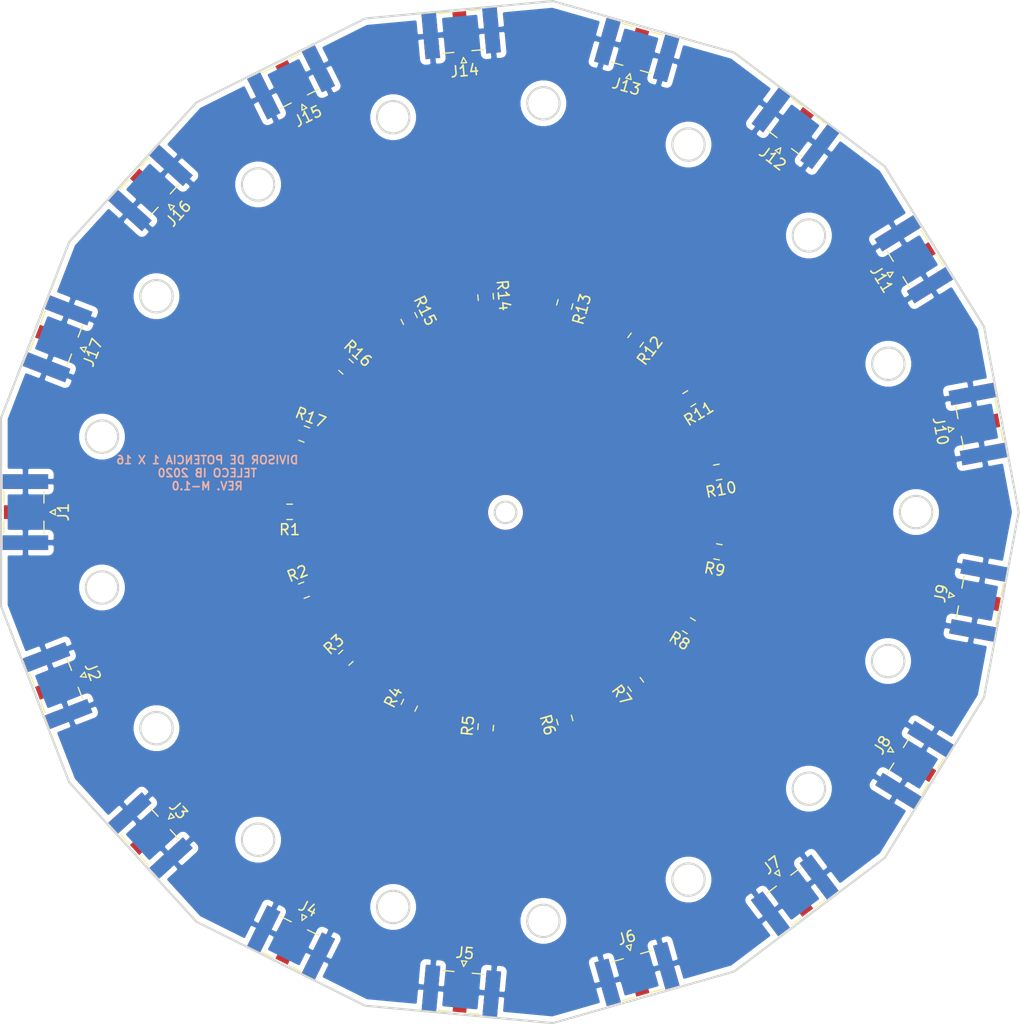
<source format=kicad_pcb>
(kicad_pcb (version 20171130) (host pcbnew 5.1.6-c6e7f7d~86~ubuntu18.04.1)

  (general
    (thickness 1.6)
    (drawings 106)
    (tracks 88)
    (zones 0)
    (modules 34)
    (nets 20)
  )

  (page A4)
  (title_block
    (title "Divisor de potencia resistivo 1x16 - Microstrip")
    (date 2020-05-13)
    (rev PCB-M-1.0)
    (company "Instituto Balseiro")
    (comment 1 "Ingeniería en Telecomunicaciones")
    (comment 2 "Quinteros del Castillo, José Ignacio")
    (comment 3 "Sistema para Emulación, Adquisición y Procesamiento de Datos de Matrices de Sensores")
  )

  (layers
    (0 F.Cu signal hide)
    (31 B.Cu signal)
    (32 B.Adhes user hide)
    (33 F.Adhes user hide)
    (34 B.Paste user)
    (35 F.Paste user hide)
    (36 B.SilkS user)
    (37 F.SilkS user hide)
    (38 B.Mask user)
    (39 F.Mask user hide)
    (40 Dwgs.User user hide)
    (41 Cmts.User user hide)
    (42 Eco1.User user hide)
    (43 Eco2.User user hide)
    (44 Edge.Cuts user)
    (45 Margin user hide)
    (46 B.CrtYd user)
    (47 F.CrtYd user hide)
    (48 B.Fab user)
    (49 F.Fab user hide)
  )

  (setup
    (last_trace_width 2.87)
    (user_trace_width 1.5)
    (trace_clearance 0.5)
    (zone_clearance 0.5)
    (zone_45_only no)
    (trace_min 0.2)
    (via_size 0.8)
    (via_drill 0.4)
    (via_min_size 0.4)
    (via_min_drill 0.3)
    (uvia_size 0.3)
    (uvia_drill 0.1)
    (uvias_allowed no)
    (uvia_min_size 0.2)
    (uvia_min_drill 0.1)
    (edge_width 0.05)
    (segment_width 0.2)
    (pcb_text_width 0.3)
    (pcb_text_size 1.5 1.5)
    (mod_edge_width 0.12)
    (mod_text_size 1 1)
    (mod_text_width 0.15)
    (pad_size 1.524 1.524)
    (pad_drill 0.762)
    (pad_to_mask_clearance 0.051)
    (solder_mask_min_width 0.25)
    (aux_axis_origin 0 0)
    (visible_elements FFFDFF3F)
    (pcbplotparams
      (layerselection 0x010fc_ffffffff)
      (usegerberextensions false)
      (usegerberattributes false)
      (usegerberadvancedattributes false)
      (creategerberjobfile false)
      (excludeedgelayer true)
      (linewidth 0.100000)
      (plotframeref false)
      (viasonmask false)
      (mode 1)
      (useauxorigin false)
      (hpglpennumber 1)
      (hpglpenspeed 20)
      (hpglpendiameter 15.000000)
      (psnegative false)
      (psa4output false)
      (plotreference true)
      (plotvalue true)
      (plotinvisibletext false)
      (padsonsilk false)
      (subtractmaskfromsilk false)
      (outputformat 1)
      (mirror false)
      (drillshape 1)
      (scaleselection 1)
      (outputdirectory ""))
  )

  (net 0 "")
  (net 1 "Net-(J1-Pad1)")
  (net 2 GND)
  (net 3 "Net-(J2-Pad1)")
  (net 4 "Net-(J3-Pad1)")
  (net 5 "Net-(J4-Pad1)")
  (net 6 "Net-(J5-Pad1)")
  (net 7 "Net-(J6-Pad1)")
  (net 8 "Net-(J7-Pad1)")
  (net 9 "Net-(J8-Pad1)")
  (net 10 "Net-(J9-Pad1)")
  (net 11 "Net-(J10-Pad1)")
  (net 12 "Net-(J11-Pad1)")
  (net 13 "Net-(J12-Pad1)")
  (net 14 "Net-(J13-Pad1)")
  (net 15 "Net-(J14-Pad1)")
  (net 16 "Net-(J15-Pad1)")
  (net 17 "Net-(J16-Pad1)")
  (net 18 "Net-(J17-Pad1)")
  (net 19 "Net-(R1-Pad1)")

  (net_class Default "This is the default net class."
    (clearance 0.5)
    (trace_width 2.87)
    (via_dia 0.8)
    (via_drill 0.4)
    (uvia_dia 0.3)
    (uvia_drill 0.1)
    (add_net GND)
    (add_net "Net-(J1-Pad1)")
    (add_net "Net-(J10-Pad1)")
    (add_net "Net-(J11-Pad1)")
    (add_net "Net-(J12-Pad1)")
    (add_net "Net-(J13-Pad1)")
    (add_net "Net-(J14-Pad1)")
    (add_net "Net-(J15-Pad1)")
    (add_net "Net-(J16-Pad1)")
    (add_net "Net-(J17-Pad1)")
    (add_net "Net-(J2-Pad1)")
    (add_net "Net-(J3-Pad1)")
    (add_net "Net-(J4-Pad1)")
    (add_net "Net-(J5-Pad1)")
    (add_net "Net-(J6-Pad1)")
    (add_net "Net-(J7-Pad1)")
    (add_net "Net-(J8-Pad1)")
    (add_net "Net-(J9-Pad1)")
    (add_net "Net-(R1-Pad1)")
  )

  (module Connector_Coaxial:SMA_Samtec_SMA-J-P-X-ST-EM1_EdgeMount (layer F.Cu) (tedit 5DAA3454) (tstamp 5EA8630F)
    (at 86.702349 93.959239 270)
    (descr "Connector SMA, 0Hz to 20GHz, 50Ohm, Edge Mount (http://suddendocs.samtec.com/prints/sma-j-p-x-st-em1-mkt.pdf)")
    (tags "SMA Straight Samtec Edge Mount")
    (path /5EA3E56C)
    (attr smd)
    (fp_text reference J1 (at 0 -3.5 90) (layer F.SilkS)
      (effects (font (size 1 1) (thickness 0.15)))
    )
    (fp_text value SMA_Female (at 0 13 90) (layer F.Fab)
      (effects (font (size 1 1) (thickness 0.15)))
    )
    (fp_line (start 0.84 -1.71) (end 1.95 -1.71) (layer F.SilkS) (width 0.12))
    (fp_line (start -1.95 -1.71) (end -0.84 -1.71) (layer F.SilkS) (width 0.12))
    (fp_line (start 0.84 2) (end 1.95 2) (layer F.SilkS) (width 0.12))
    (fp_line (start -1.95 2) (end -0.84 2) (layer F.SilkS) (width 0.12))
    (fp_line (start 3.68 2.6) (end 3.68 12.12) (layer B.CrtYd) (width 0.05))
    (fp_line (start 4 2.6) (end 3.68 2.6) (layer B.CrtYd) (width 0.05))
    (fp_line (start -3.68 12.12) (end -3.68 2.6) (layer B.CrtYd) (width 0.05))
    (fp_line (start -3.68 2.6) (end -4 2.6) (layer B.CrtYd) (width 0.05))
    (fp_line (start 3.68 2.6) (end 3.68 12.12) (layer F.CrtYd) (width 0.05))
    (fp_line (start 3.68 2.6) (end 4 2.6) (layer F.CrtYd) (width 0.05))
    (fp_line (start -3.68 12.12) (end -3.68 2.6) (layer F.CrtYd) (width 0.05))
    (fp_line (start -3.68 2.6) (end -4 2.6) (layer F.CrtYd) (width 0.05))
    (fp_line (start 4.1 2.1) (end -4.1 2.1) (layer Dwgs.User) (width 0.1))
    (fp_line (start -3.175 -1.71) (end -3.175 11.62) (layer F.Fab) (width 0.1))
    (fp_line (start -2.365 -1.71) (end -3.175 -1.71) (layer F.Fab) (width 0.1))
    (fp_line (start -2.365 2.1) (end -2.365 -1.71) (layer F.Fab) (width 0.1))
    (fp_line (start 2.365 2.1) (end -2.365 2.1) (layer F.Fab) (width 0.1))
    (fp_line (start 2.365 -1.71) (end 2.365 2.1) (layer F.Fab) (width 0.1))
    (fp_line (start 3.175 -1.71) (end 2.365 -1.71) (layer F.Fab) (width 0.1))
    (fp_line (start 3.175 -1.71) (end 3.175 11.62) (layer F.Fab) (width 0.1))
    (fp_line (start 3.165 11.62) (end -3.165 11.62) (layer F.Fab) (width 0.1))
    (fp_line (start -4 -2.6) (end 4 -2.6) (layer B.CrtYd) (width 0.05))
    (fp_line (start -4 2.6) (end -4 -2.6) (layer B.CrtYd) (width 0.05))
    (fp_line (start 3.68 12.12) (end -3.68 12.12) (layer B.CrtYd) (width 0.05))
    (fp_line (start 4 2.6) (end 4 -2.6) (layer B.CrtYd) (width 0.05))
    (fp_line (start -4 -2.6) (end 4 -2.6) (layer F.CrtYd) (width 0.05))
    (fp_line (start -4 2.6) (end -4 -2.6) (layer F.CrtYd) (width 0.05))
    (fp_line (start 3.68 12.12) (end -3.68 12.12) (layer F.CrtYd) (width 0.05))
    (fp_line (start 4 2.6) (end 4 -2.6) (layer F.CrtYd) (width 0.05))
    (fp_line (start 0.64 2.1) (end 0 3.1) (layer F.Fab) (width 0.1))
    (fp_line (start 0 3.1) (end -0.64 2.1) (layer F.Fab) (width 0.1))
    (fp_line (start 0 -2.26) (end 0.25 -2.76) (layer F.SilkS) (width 0.12))
    (fp_line (start 0.25 -2.76) (end -0.25 -2.76) (layer F.SilkS) (width 0.12))
    (fp_line (start -0.25 -2.76) (end 0 -2.26) (layer F.SilkS) (width 0.12))
    (fp_text user %R (at 0 4.79 270) (layer F.Fab)
      (effects (font (size 1 1) (thickness 0.15)))
    )
    (fp_text user "PCB Edge" (at 0 2.6 90) (layer Dwgs.User)
      (effects (font (size 0.5 0.5) (thickness 0.1)))
    )
    (pad 2 smd rect (at -2.825 0 270) (size 1.35 4.2) (layers B.Cu B.Paste B.Mask)
      (net 2 GND))
    (pad 2 smd rect (at 2.825 0 270) (size 1.35 4.2) (layers B.Cu B.Paste B.Mask)
      (net 2 GND))
    (pad 2 smd rect (at -2.825 0 270) (size 1.35 4.2) (layers F.Cu F.Paste F.Mask)
      (net 2 GND))
    (pad 2 smd rect (at 2.825 0 270) (size 1.35 4.2) (layers F.Cu F.Paste F.Mask)
      (net 2 GND))
    (pad 1 smd rect (at 0 0.2 270) (size 1.27 3.6) (layers F.Cu F.Paste F.Mask)
      (net 1 "Net-(J1-Pad1)"))
    (model ${KISYS3DMOD}/Connector_Coaxial.3dshapes/SMA_Samtec_SMA-J-P-X-ST-EM1_EdgeMount.wrl
      (at (xyz 0 0 0))
      (scale (xyz 1 1 1))
      (rotate (xyz 0 0 0))
    )
  )

  (module Resistor_SMD:R_0805_2012Metric_Pad1.15x1.40mm_HandSolder (layer F.Cu) (tedit 5B36C52B) (tstamp 5EB1C1B5)
    (at 111.152347 93.934241 180)
    (descr "Resistor SMD 0805 (2012 Metric), square (rectangular) end terminal, IPC_7351 nominal with elongated pad for handsoldering. (Body size source: https://docs.google.com/spreadsheets/d/1BsfQQcO9C6DZCsRaXUlFlo91Tg2WpOkGARC1WS5S8t0/edit?usp=sharing), generated with kicad-footprint-generator")
    (tags "resistor handsolder")
    (path /5EA002DC)
    (attr smd)
    (fp_text reference R1 (at 0 -1.65) (layer F.SilkS)
      (effects (font (size 1 1) (thickness 0.15)))
    )
    (fp_text value 43 (at 0 1.65) (layer F.Fab)
      (effects (font (size 1 1) (thickness 0.15)))
    )
    (fp_line (start -1 0.6) (end -1 -0.6) (layer F.Fab) (width 0.1))
    (fp_line (start -1 -0.6) (end 1 -0.6) (layer F.Fab) (width 0.1))
    (fp_line (start 1 -0.6) (end 1 0.6) (layer F.Fab) (width 0.1))
    (fp_line (start 1 0.6) (end -1 0.6) (layer F.Fab) (width 0.1))
    (fp_line (start -0.261252 -0.71) (end 0.261252 -0.71) (layer F.SilkS) (width 0.12))
    (fp_line (start -0.261252 0.71) (end 0.261252 0.71) (layer F.SilkS) (width 0.12))
    (fp_line (start -1.85 0.95) (end -1.85 -0.95) (layer F.CrtYd) (width 0.05))
    (fp_line (start -1.85 -0.95) (end 1.85 -0.95) (layer F.CrtYd) (width 0.05))
    (fp_line (start 1.85 -0.95) (end 1.85 0.95) (layer F.CrtYd) (width 0.05))
    (fp_line (start 1.85 0.95) (end -1.85 0.95) (layer F.CrtYd) (width 0.05))
    (fp_text user %R (at 0 0) (layer F.Fab)
      (effects (font (size 0.5 0.5) (thickness 0.08)))
    )
    (pad 2 smd roundrect (at 1.025 0 180) (size 1.15 1.4) (layers F.Cu F.Paste F.Mask) (roundrect_rratio 0.217391)
      (net 1 "Net-(J1-Pad1)"))
    (pad 1 smd roundrect (at -1.025 0 180) (size 1.15 1.4) (layers F.Cu F.Paste F.Mask) (roundrect_rratio 0.217391)
      (net 19 "Net-(R1-Pad1)"))
    (model ${KISYS3DMOD}/Resistor_SMD.3dshapes/R_0805_2012Metric.wrl
      (at (xyz 0 0 0))
      (scale (xyz 1 1 1))
      (rotate (xyz 0 0 0))
    )
  )

  (module Resistor_SMD:R_0805_2012Metric_Pad1.15x1.40mm_HandSolder (layer F.Cu) (tedit 5B36C52B) (tstamp 5EB1BF7E)
    (at 112.497352 86.734242 338.8)
    (descr "Resistor SMD 0805 (2012 Metric), square (rectangular) end terminal, IPC_7351 nominal with elongated pad for handsoldering. (Body size source: https://docs.google.com/spreadsheets/d/1BsfQQcO9C6DZCsRaXUlFlo91Tg2WpOkGARC1WS5S8t0/edit?usp=sharing), generated with kicad-footprint-generator")
    (tags "resistor handsolder")
    (path /5EAF4BA9)
    (attr smd)
    (fp_text reference R17 (at 0 -1.65 158.8) (layer F.SilkS)
      (effects (font (size 1 1) (thickness 0.15)))
    )
    (fp_text value 43 (at 0 1.65 158.8) (layer F.Fab)
      (effects (font (size 1 1) (thickness 0.15)))
    )
    (fp_line (start 1.85 0.95) (end -1.85 0.95) (layer F.CrtYd) (width 0.05))
    (fp_line (start 1.85 -0.95) (end 1.85 0.95) (layer F.CrtYd) (width 0.05))
    (fp_line (start -1.85 -0.95) (end 1.85 -0.95) (layer F.CrtYd) (width 0.05))
    (fp_line (start -1.85 0.95) (end -1.85 -0.95) (layer F.CrtYd) (width 0.05))
    (fp_line (start -0.261252 0.71) (end 0.261252 0.71) (layer F.SilkS) (width 0.12))
    (fp_line (start -0.261252 -0.71) (end 0.261252 -0.71) (layer F.SilkS) (width 0.12))
    (fp_line (start 1 0.6) (end -1 0.6) (layer F.Fab) (width 0.1))
    (fp_line (start 1 -0.6) (end 1 0.6) (layer F.Fab) (width 0.1))
    (fp_line (start -1 -0.6) (end 1 -0.6) (layer F.Fab) (width 0.1))
    (fp_line (start -1 0.6) (end -1 -0.6) (layer F.Fab) (width 0.1))
    (fp_text user %R (at 0 0 158.8) (layer F.Fab)
      (effects (font (size 0.5 0.5) (thickness 0.08)))
    )
    (pad 1 smd roundrect (at -1.025 0 338.8) (size 1.15 1.4) (layers F.Cu F.Paste F.Mask) (roundrect_rratio 0.217391)
      (net 18 "Net-(J17-Pad1)"))
    (pad 2 smd roundrect (at 1.025 0 338.8) (size 1.15 1.4) (layers F.Cu F.Paste F.Mask) (roundrect_rratio 0.217391)
      (net 19 "Net-(R1-Pad1)"))
    (model ${KISYS3DMOD}/Resistor_SMD.3dshapes/R_0805_2012Metric.wrl
      (at (xyz 0 0 0))
      (scale (xyz 1 1 1))
      (rotate (xyz 0 0 0))
    )
  )

  (module Resistor_SMD:R_0805_2012Metric_Pad1.15x1.40mm_HandSolder (layer F.Cu) (tedit 5B36C52B) (tstamp 5EB1C1E8)
    (at 116.367354 80.484239 317.7)
    (descr "Resistor SMD 0805 (2012 Metric), square (rectangular) end terminal, IPC_7351 nominal with elongated pad for handsoldering. (Body size source: https://docs.google.com/spreadsheets/d/1BsfQQcO9C6DZCsRaXUlFlo91Tg2WpOkGARC1WS5S8t0/edit?usp=sharing), generated with kicad-footprint-generator")
    (tags "resistor handsolder")
    (path /5EAF4BA3)
    (attr smd)
    (fp_text reference R16 (at 0 -1.65 137.7) (layer F.SilkS)
      (effects (font (size 1 1) (thickness 0.15)))
    )
    (fp_text value 43 (at 0 1.65 137.7) (layer F.Fab)
      (effects (font (size 1 1) (thickness 0.15)))
    )
    (fp_line (start 1.85 0.95) (end -1.85 0.95) (layer F.CrtYd) (width 0.05))
    (fp_line (start 1.85 -0.95) (end 1.85 0.95) (layer F.CrtYd) (width 0.05))
    (fp_line (start -1.85 -0.95) (end 1.85 -0.95) (layer F.CrtYd) (width 0.05))
    (fp_line (start -1.85 0.95) (end -1.85 -0.95) (layer F.CrtYd) (width 0.05))
    (fp_line (start -0.261252 0.71) (end 0.261252 0.71) (layer F.SilkS) (width 0.12))
    (fp_line (start -0.261252 -0.71) (end 0.261252 -0.71) (layer F.SilkS) (width 0.12))
    (fp_line (start 1 0.6) (end -1 0.6) (layer F.Fab) (width 0.1))
    (fp_line (start 1 -0.6) (end 1 0.6) (layer F.Fab) (width 0.1))
    (fp_line (start -1 -0.6) (end 1 -0.6) (layer F.Fab) (width 0.1))
    (fp_line (start -1 0.6) (end -1 -0.6) (layer F.Fab) (width 0.1))
    (fp_text user %R (at 0 0 137.7) (layer F.Fab)
      (effects (font (size 0.5 0.5) (thickness 0.08)))
    )
    (pad 1 smd roundrect (at -1.025 0 317.7) (size 1.15 1.4) (layers F.Cu F.Paste F.Mask) (roundrect_rratio 0.217391)
      (net 17 "Net-(J16-Pad1)"))
    (pad 2 smd roundrect (at 1.025 0 317.7) (size 1.15 1.4) (layers F.Cu F.Paste F.Mask) (roundrect_rratio 0.217391)
      (net 19 "Net-(R1-Pad1)"))
    (model ${KISYS3DMOD}/Resistor_SMD.3dshapes/R_0805_2012Metric.wrl
      (at (xyz 0 0 0))
      (scale (xyz 1 1 1))
      (rotate (xyz 0 0 0))
    )
  )

  (module Resistor_SMD:R_0805_2012Metric_Pad1.15x1.40mm_HandSolder (layer F.Cu) (tedit 5B36C52B) (tstamp 5EB1C224)
    (at 122.217349 76.044238 296.5)
    (descr "Resistor SMD 0805 (2012 Metric), square (rectangular) end terminal, IPC_7351 nominal with elongated pad for handsoldering. (Body size source: https://docs.google.com/spreadsheets/d/1BsfQQcO9C6DZCsRaXUlFlo91Tg2WpOkGARC1WS5S8t0/edit?usp=sharing), generated with kicad-footprint-generator")
    (tags "resistor handsolder")
    (path /5EAF4B9D)
    (attr smd)
    (fp_text reference R15 (at 0 -1.65 116.5) (layer F.SilkS)
      (effects (font (size 1 1) (thickness 0.15)))
    )
    (fp_text value 43 (at 0 1.65 116.5) (layer F.Fab)
      (effects (font (size 1 1) (thickness 0.15)))
    )
    (fp_line (start 1.85 0.95) (end -1.85 0.95) (layer F.CrtYd) (width 0.05))
    (fp_line (start 1.85 -0.95) (end 1.85 0.95) (layer F.CrtYd) (width 0.05))
    (fp_line (start -1.85 -0.95) (end 1.85 -0.95) (layer F.CrtYd) (width 0.05))
    (fp_line (start -1.85 0.95) (end -1.85 -0.95) (layer F.CrtYd) (width 0.05))
    (fp_line (start -0.261252 0.71) (end 0.261252 0.71) (layer F.SilkS) (width 0.12))
    (fp_line (start -0.261252 -0.71) (end 0.261252 -0.71) (layer F.SilkS) (width 0.12))
    (fp_line (start 1 0.6) (end -1 0.6) (layer F.Fab) (width 0.1))
    (fp_line (start 1 -0.6) (end 1 0.6) (layer F.Fab) (width 0.1))
    (fp_line (start -1 -0.6) (end 1 -0.6) (layer F.Fab) (width 0.1))
    (fp_line (start -1 0.6) (end -1 -0.6) (layer F.Fab) (width 0.1))
    (fp_text user %R (at 0 0 116.5) (layer F.Fab)
      (effects (font (size 0.5 0.5) (thickness 0.08)))
    )
    (pad 1 smd roundrect (at -1.025 0 296.5) (size 1.15 1.4) (layers F.Cu F.Paste F.Mask) (roundrect_rratio 0.217391)
      (net 16 "Net-(J15-Pad1)"))
    (pad 2 smd roundrect (at 1.025 0 296.5) (size 1.15 1.4) (layers F.Cu F.Paste F.Mask) (roundrect_rratio 0.217391)
      (net 19 "Net-(R1-Pad1)"))
    (model ${KISYS3DMOD}/Resistor_SMD.3dshapes/R_0805_2012Metric.wrl
      (at (xyz 0 0 0))
      (scale (xyz 1 1 1))
      (rotate (xyz 0 0 0))
    )
  )

  (module Resistor_SMD:R_0805_2012Metric_Pad1.15x1.40mm_HandSolder (layer F.Cu) (tedit 5B36C52B) (tstamp 5EB1C254)
    (at 129.29735 74.044241 275.3)
    (descr "Resistor SMD 0805 (2012 Metric), square (rectangular) end terminal, IPC_7351 nominal with elongated pad for handsoldering. (Body size source: https://docs.google.com/spreadsheets/d/1BsfQQcO9C6DZCsRaXUlFlo91Tg2WpOkGARC1WS5S8t0/edit?usp=sharing), generated with kicad-footprint-generator")
    (tags "resistor handsolder")
    (path /5EAF4B97)
    (attr smd)
    (fp_text reference R14 (at 0 -1.65 95.3) (layer F.SilkS)
      (effects (font (size 1 1) (thickness 0.15)))
    )
    (fp_text value 43 (at 0 1.65 95.3) (layer F.Fab)
      (effects (font (size 1 1) (thickness 0.15)))
    )
    (fp_line (start 1.85 0.95) (end -1.85 0.95) (layer F.CrtYd) (width 0.05))
    (fp_line (start 1.85 -0.95) (end 1.85 0.95) (layer F.CrtYd) (width 0.05))
    (fp_line (start -1.85 -0.95) (end 1.85 -0.95) (layer F.CrtYd) (width 0.05))
    (fp_line (start -1.85 0.95) (end -1.85 -0.95) (layer F.CrtYd) (width 0.05))
    (fp_line (start -0.261252 0.71) (end 0.261252 0.71) (layer F.SilkS) (width 0.12))
    (fp_line (start -0.261252 -0.71) (end 0.261252 -0.71) (layer F.SilkS) (width 0.12))
    (fp_line (start 1 0.6) (end -1 0.6) (layer F.Fab) (width 0.1))
    (fp_line (start 1 -0.6) (end 1 0.6) (layer F.Fab) (width 0.1))
    (fp_line (start -1 -0.6) (end 1 -0.6) (layer F.Fab) (width 0.1))
    (fp_line (start -1 0.6) (end -1 -0.6) (layer F.Fab) (width 0.1))
    (fp_text user %R (at 0 0 95.3) (layer F.Fab)
      (effects (font (size 0.5 0.5) (thickness 0.08)))
    )
    (pad 1 smd roundrect (at -1.025 0 275.3) (size 1.15 1.4) (layers F.Cu F.Paste F.Mask) (roundrect_rratio 0.217391)
      (net 15 "Net-(J14-Pad1)"))
    (pad 2 smd roundrect (at 1.025 0 275.3) (size 1.15 1.4) (layers F.Cu F.Paste F.Mask) (roundrect_rratio 0.217391)
      (net 19 "Net-(R1-Pad1)"))
    (model ${KISYS3DMOD}/Resistor_SMD.3dshapes/R_0805_2012Metric.wrl
      (at (xyz 0 0 0))
      (scale (xyz 1 1 1))
      (rotate (xyz 0 0 0))
    )
  )

  (module Resistor_SMD:R_0805_2012Metric_Pad1.15x1.40mm_HandSolder (layer F.Cu) (tedit 5B36C52B) (tstamp 5EB1C06E)
    (at 136.617348 74.734237 254.1)
    (descr "Resistor SMD 0805 (2012 Metric), square (rectangular) end terminal, IPC_7351 nominal with elongated pad for handsoldering. (Body size source: https://docs.google.com/spreadsheets/d/1BsfQQcO9C6DZCsRaXUlFlo91Tg2WpOkGARC1WS5S8t0/edit?usp=sharing), generated with kicad-footprint-generator")
    (tags "resistor handsolder")
    (path /5EAF3F4B)
    (attr smd)
    (fp_text reference R13 (at 0 -1.65 74.1) (layer F.SilkS)
      (effects (font (size 1 1) (thickness 0.15)))
    )
    (fp_text value 43 (at 0 1.65 74.1) (layer F.Fab)
      (effects (font (size 1 1) (thickness 0.15)))
    )
    (fp_line (start 1.85 0.95) (end -1.85 0.95) (layer F.CrtYd) (width 0.05))
    (fp_line (start 1.85 -0.95) (end 1.85 0.95) (layer F.CrtYd) (width 0.05))
    (fp_line (start -1.85 -0.95) (end 1.85 -0.95) (layer F.CrtYd) (width 0.05))
    (fp_line (start -1.85 0.95) (end -1.85 -0.95) (layer F.CrtYd) (width 0.05))
    (fp_line (start -0.261252 0.71) (end 0.261252 0.71) (layer F.SilkS) (width 0.12))
    (fp_line (start -0.261252 -0.71) (end 0.261252 -0.71) (layer F.SilkS) (width 0.12))
    (fp_line (start 1 0.6) (end -1 0.6) (layer F.Fab) (width 0.1))
    (fp_line (start 1 -0.6) (end 1 0.6) (layer F.Fab) (width 0.1))
    (fp_line (start -1 -0.6) (end 1 -0.6) (layer F.Fab) (width 0.1))
    (fp_line (start -1 0.6) (end -1 -0.6) (layer F.Fab) (width 0.1))
    (fp_text user %R (at 0 0 74.1) (layer F.Fab)
      (effects (font (size 0.5 0.5) (thickness 0.08)))
    )
    (pad 1 smd roundrect (at -1.025 0 254.1) (size 1.15 1.4) (layers F.Cu F.Paste F.Mask) (roundrect_rratio 0.217391)
      (net 14 "Net-(J13-Pad1)"))
    (pad 2 smd roundrect (at 1.025 0 254.1) (size 1.15 1.4) (layers F.Cu F.Paste F.Mask) (roundrect_rratio 0.217391)
      (net 19 "Net-(R1-Pad1)"))
    (model ${KISYS3DMOD}/Resistor_SMD.3dshapes/R_0805_2012Metric.wrl
      (at (xyz 0 0 0))
      (scale (xyz 1 1 1))
      (rotate (xyz 0 0 0))
    )
  )

  (module Resistor_SMD:R_0805_2012Metric_Pad1.15x1.40mm_HandSolder (layer F.Cu) (tedit 5B36C52B) (tstamp 5EB1C3F8)
    (at 143.177348 78.024239 233)
    (descr "Resistor SMD 0805 (2012 Metric), square (rectangular) end terminal, IPC_7351 nominal with elongated pad for handsoldering. (Body size source: https://docs.google.com/spreadsheets/d/1BsfQQcO9C6DZCsRaXUlFlo91Tg2WpOkGARC1WS5S8t0/edit?usp=sharing), generated with kicad-footprint-generator")
    (tags "resistor handsolder")
    (path /5EAF3F45)
    (attr smd)
    (fp_text reference R12 (at 0 -1.65 53) (layer F.SilkS)
      (effects (font (size 1 1) (thickness 0.15)))
    )
    (fp_text value 43 (at 0 1.65 53) (layer F.Fab)
      (effects (font (size 1 1) (thickness 0.15)))
    )
    (fp_line (start 1.85 0.95) (end -1.85 0.95) (layer F.CrtYd) (width 0.05))
    (fp_line (start 1.85 -0.95) (end 1.85 0.95) (layer F.CrtYd) (width 0.05))
    (fp_line (start -1.85 -0.95) (end 1.85 -0.95) (layer F.CrtYd) (width 0.05))
    (fp_line (start -1.85 0.95) (end -1.85 -0.95) (layer F.CrtYd) (width 0.05))
    (fp_line (start -0.261252 0.71) (end 0.261252 0.71) (layer F.SilkS) (width 0.12))
    (fp_line (start -0.261252 -0.71) (end 0.261252 -0.71) (layer F.SilkS) (width 0.12))
    (fp_line (start 1 0.6) (end -1 0.6) (layer F.Fab) (width 0.1))
    (fp_line (start 1 -0.6) (end 1 0.6) (layer F.Fab) (width 0.1))
    (fp_line (start -1 -0.6) (end 1 -0.6) (layer F.Fab) (width 0.1))
    (fp_line (start -1 0.6) (end -1 -0.6) (layer F.Fab) (width 0.1))
    (fp_text user %R (at 0 0 53) (layer F.Fab)
      (effects (font (size 0.5 0.5) (thickness 0.08)))
    )
    (pad 1 smd roundrect (at -1.025 0 233) (size 1.15 1.4) (layers F.Cu F.Paste F.Mask) (roundrect_rratio 0.217391)
      (net 13 "Net-(J12-Pad1)"))
    (pad 2 smd roundrect (at 1.025 0 233) (size 1.15 1.4) (layers F.Cu F.Paste F.Mask) (roundrect_rratio 0.217391)
      (net 19 "Net-(R1-Pad1)"))
    (model ${KISYS3DMOD}/Resistor_SMD.3dshapes/R_0805_2012Metric.wrl
      (at (xyz 0 0 0))
      (scale (xyz 1 1 1))
      (rotate (xyz 0 0 0))
    )
  )

  (module Resistor_SMD:R_0805_2012Metric_Pad1.15x1.40mm_HandSolder (layer F.Cu) (tedit 5B36C52B) (tstamp 5EB1C9AA)
    (at 148.147349 83.454239 211.8)
    (descr "Resistor SMD 0805 (2012 Metric), square (rectangular) end terminal, IPC_7351 nominal with elongated pad for handsoldering. (Body size source: https://docs.google.com/spreadsheets/d/1BsfQQcO9C6DZCsRaXUlFlo91Tg2WpOkGARC1WS5S8t0/edit?usp=sharing), generated with kicad-footprint-generator")
    (tags "resistor handsolder")
    (path /5EAF3F3F)
    (attr smd)
    (fp_text reference R11 (at 0 -1.65 31.8) (layer F.SilkS)
      (effects (font (size 1 1) (thickness 0.15)))
    )
    (fp_text value 43 (at 0 1.65 31.8) (layer F.Fab)
      (effects (font (size 1 1) (thickness 0.15)))
    )
    (fp_line (start 1.85 0.95) (end -1.85 0.95) (layer F.CrtYd) (width 0.05))
    (fp_line (start 1.85 -0.95) (end 1.85 0.95) (layer F.CrtYd) (width 0.05))
    (fp_line (start -1.85 -0.95) (end 1.85 -0.95) (layer F.CrtYd) (width 0.05))
    (fp_line (start -1.85 0.95) (end -1.85 -0.95) (layer F.CrtYd) (width 0.05))
    (fp_line (start -0.261252 0.71) (end 0.261252 0.71) (layer F.SilkS) (width 0.12))
    (fp_line (start -0.261252 -0.71) (end 0.261252 -0.71) (layer F.SilkS) (width 0.12))
    (fp_line (start 1 0.6) (end -1 0.6) (layer F.Fab) (width 0.1))
    (fp_line (start 1 -0.6) (end 1 0.6) (layer F.Fab) (width 0.1))
    (fp_line (start -1 -0.6) (end 1 -0.6) (layer F.Fab) (width 0.1))
    (fp_line (start -1 0.6) (end -1 -0.6) (layer F.Fab) (width 0.1))
    (fp_text user %R (at 0 0 31.8) (layer F.Fab)
      (effects (font (size 0.5 0.5) (thickness 0.08)))
    )
    (pad 1 smd roundrect (at -1.025 0 211.8) (size 1.15 1.4) (layers F.Cu F.Paste F.Mask) (roundrect_rratio 0.217391)
      (net 12 "Net-(J11-Pad1)"))
    (pad 2 smd roundrect (at 1.025 0 211.8) (size 1.15 1.4) (layers F.Cu F.Paste F.Mask) (roundrect_rratio 0.217391)
      (net 19 "Net-(R1-Pad1)"))
    (model ${KISYS3DMOD}/Resistor_SMD.3dshapes/R_0805_2012Metric.wrl
      (at (xyz 0 0 0))
      (scale (xyz 1 1 1))
      (rotate (xyz 0 0 0))
    )
  )

  (module Resistor_SMD:R_0805_2012Metric_Pad1.15x1.40mm_HandSolder (layer F.Cu) (tedit 5B36C52B) (tstamp 5EB1C6C8)
    (at 150.777351 90.264241 190.6)
    (descr "Resistor SMD 0805 (2012 Metric), square (rectangular) end terminal, IPC_7351 nominal with elongated pad for handsoldering. (Body size source: https://docs.google.com/spreadsheets/d/1BsfQQcO9C6DZCsRaXUlFlo91Tg2WpOkGARC1WS5S8t0/edit?usp=sharing), generated with kicad-footprint-generator")
    (tags "resistor handsolder")
    (path /5EAF3F39)
    (attr smd)
    (fp_text reference R10 (at 0 -1.65 10.6) (layer F.SilkS)
      (effects (font (size 1 1) (thickness 0.15)))
    )
    (fp_text value 43 (at 0 1.65 10.6) (layer F.Fab)
      (effects (font (size 1 1) (thickness 0.15)))
    )
    (fp_line (start 1.85 0.95) (end -1.85 0.95) (layer F.CrtYd) (width 0.05))
    (fp_line (start 1.85 -0.95) (end 1.85 0.95) (layer F.CrtYd) (width 0.05))
    (fp_line (start -1.85 -0.95) (end 1.85 -0.95) (layer F.CrtYd) (width 0.05))
    (fp_line (start -1.85 0.95) (end -1.85 -0.95) (layer F.CrtYd) (width 0.05))
    (fp_line (start -0.261252 0.71) (end 0.261252 0.71) (layer F.SilkS) (width 0.12))
    (fp_line (start -0.261252 -0.71) (end 0.261252 -0.71) (layer F.SilkS) (width 0.12))
    (fp_line (start 1 0.6) (end -1 0.6) (layer F.Fab) (width 0.1))
    (fp_line (start 1 -0.6) (end 1 0.6) (layer F.Fab) (width 0.1))
    (fp_line (start -1 -0.6) (end 1 -0.6) (layer F.Fab) (width 0.1))
    (fp_line (start -1 0.6) (end -1 -0.6) (layer F.Fab) (width 0.1))
    (fp_text user %R (at 0 0 10.6) (layer F.Fab)
      (effects (font (size 0.5 0.5) (thickness 0.08)))
    )
    (pad 1 smd roundrect (at -1.025 0 190.6) (size 1.15 1.4) (layers F.Cu F.Paste F.Mask) (roundrect_rratio 0.217391)
      (net 11 "Net-(J10-Pad1)"))
    (pad 2 smd roundrect (at 1.025 0 190.6) (size 1.15 1.4) (layers F.Cu F.Paste F.Mask) (roundrect_rratio 0.217391)
      (net 19 "Net-(R1-Pad1)"))
    (model ${KISYS3DMOD}/Resistor_SMD.3dshapes/R_0805_2012Metric.wrl
      (at (xyz 0 0 0))
      (scale (xyz 1 1 1))
      (rotate (xyz 0 0 0))
    )
  )

  (module Resistor_SMD:R_0805_2012Metric_Pad1.15x1.40mm_HandSolder (layer F.Cu) (tedit 5B36C52B) (tstamp 5EB1C323)
    (at 150.797348 97.634239 169.4)
    (descr "Resistor SMD 0805 (2012 Metric), square (rectangular) end terminal, IPC_7351 nominal with elongated pad for handsoldering. (Body size source: https://docs.google.com/spreadsheets/d/1BsfQQcO9C6DZCsRaXUlFlo91Tg2WpOkGARC1WS5S8t0/edit?usp=sharing), generated with kicad-footprint-generator")
    (tags "resistor handsolder")
    (path /5EAEA393)
    (attr smd)
    (fp_text reference R9 (at 0 -1.65 169.4) (layer F.SilkS)
      (effects (font (size 1 1) (thickness 0.15)))
    )
    (fp_text value 43 (at 0 1.65 169.4) (layer F.Fab)
      (effects (font (size 1 1) (thickness 0.15)))
    )
    (fp_line (start 1.85 0.95) (end -1.85 0.95) (layer F.CrtYd) (width 0.05))
    (fp_line (start 1.85 -0.95) (end 1.85 0.95) (layer F.CrtYd) (width 0.05))
    (fp_line (start -1.85 -0.95) (end 1.85 -0.95) (layer F.CrtYd) (width 0.05))
    (fp_line (start -1.85 0.95) (end -1.85 -0.95) (layer F.CrtYd) (width 0.05))
    (fp_line (start -0.261252 0.71) (end 0.261252 0.71) (layer F.SilkS) (width 0.12))
    (fp_line (start -0.261252 -0.71) (end 0.261252 -0.71) (layer F.SilkS) (width 0.12))
    (fp_line (start 1 0.6) (end -1 0.6) (layer F.Fab) (width 0.1))
    (fp_line (start 1 -0.6) (end 1 0.6) (layer F.Fab) (width 0.1))
    (fp_line (start -1 -0.6) (end 1 -0.6) (layer F.Fab) (width 0.1))
    (fp_line (start -1 0.6) (end -1 -0.6) (layer F.Fab) (width 0.1))
    (fp_text user %R (at 0 0 169.4) (layer F.Fab)
      (effects (font (size 0.5 0.5) (thickness 0.08)))
    )
    (pad 1 smd roundrect (at -1.025 0 169.4) (size 1.15 1.4) (layers F.Cu F.Paste F.Mask) (roundrect_rratio 0.217391)
      (net 10 "Net-(J9-Pad1)"))
    (pad 2 smd roundrect (at 1.025 0 169.4) (size 1.15 1.4) (layers F.Cu F.Paste F.Mask) (roundrect_rratio 0.217391)
      (net 19 "Net-(R1-Pad1)"))
    (model ${KISYS3DMOD}/Resistor_SMD.3dshapes/R_0805_2012Metric.wrl
      (at (xyz 0 0 0))
      (scale (xyz 1 1 1))
      (rotate (xyz 0 0 0))
    )
  )

  (module Resistor_SMD:R_0805_2012Metric_Pad1.15x1.40mm_HandSolder (layer F.Cu) (tedit 5B36C52B) (tstamp 5EB1C4F4)
    (at 148.107343 104.47424 148.3)
    (descr "Resistor SMD 0805 (2012 Metric), square (rectangular) end terminal, IPC_7351 nominal with elongated pad for handsoldering. (Body size source: https://docs.google.com/spreadsheets/d/1BsfQQcO9C6DZCsRaXUlFlo91Tg2WpOkGARC1WS5S8t0/edit?usp=sharing), generated with kicad-footprint-generator")
    (tags "resistor handsolder")
    (path /5EAEA38D)
    (attr smd)
    (fp_text reference R8 (at 0 -1.65 148.3) (layer F.SilkS)
      (effects (font (size 1 1) (thickness 0.15)))
    )
    (fp_text value 43 (at 0 1.65 148.3) (layer F.Fab)
      (effects (font (size 1 1) (thickness 0.15)))
    )
    (fp_line (start 1.85 0.95) (end -1.85 0.95) (layer F.CrtYd) (width 0.05))
    (fp_line (start 1.85 -0.95) (end 1.85 0.95) (layer F.CrtYd) (width 0.05))
    (fp_line (start -1.85 -0.95) (end 1.85 -0.95) (layer F.CrtYd) (width 0.05))
    (fp_line (start -1.85 0.95) (end -1.85 -0.95) (layer F.CrtYd) (width 0.05))
    (fp_line (start -0.261252 0.71) (end 0.261252 0.71) (layer F.SilkS) (width 0.12))
    (fp_line (start -0.261252 -0.71) (end 0.261252 -0.71) (layer F.SilkS) (width 0.12))
    (fp_line (start 1 0.6) (end -1 0.6) (layer F.Fab) (width 0.1))
    (fp_line (start 1 -0.6) (end 1 0.6) (layer F.Fab) (width 0.1))
    (fp_line (start -1 -0.6) (end 1 -0.6) (layer F.Fab) (width 0.1))
    (fp_line (start -1 0.6) (end -1 -0.6) (layer F.Fab) (width 0.1))
    (fp_text user %R (at 0 0 148.3) (layer F.Fab)
      (effects (font (size 0.5 0.5) (thickness 0.08)))
    )
    (pad 1 smd roundrect (at -1.025 0 148.3) (size 1.15 1.4) (layers F.Cu F.Paste F.Mask) (roundrect_rratio 0.217391)
      (net 9 "Net-(J8-Pad1)"))
    (pad 2 smd roundrect (at 1.025 0 148.3) (size 1.15 1.4) (layers F.Cu F.Paste F.Mask) (roundrect_rratio 0.217391)
      (net 19 "Net-(R1-Pad1)"))
    (model ${KISYS3DMOD}/Resistor_SMD.3dshapes/R_0805_2012Metric.wrl
      (at (xyz 0 0 0))
      (scale (xyz 1 1 1))
      (rotate (xyz 0 0 0))
    )
  )

  (module Resistor_SMD:R_0805_2012Metric_Pad1.15x1.40mm_HandSolder (layer F.Cu) (tedit 5B36C52B) (tstamp 5EB1C9E3)
    (at 143.187351 109.904239 127.1)
    (descr "Resistor SMD 0805 (2012 Metric), square (rectangular) end terminal, IPC_7351 nominal with elongated pad for handsoldering. (Body size source: https://docs.google.com/spreadsheets/d/1BsfQQcO9C6DZCsRaXUlFlo91Tg2WpOkGARC1WS5S8t0/edit?usp=sharing), generated with kicad-footprint-generator")
    (tags "resistor handsolder")
    (path /5EAEA387)
    (attr smd)
    (fp_text reference R7 (at 0 -1.65 127.1) (layer F.SilkS)
      (effects (font (size 1 1) (thickness 0.15)))
    )
    (fp_text value 43 (at 0 1.65 127.1) (layer F.Fab)
      (effects (font (size 1 1) (thickness 0.15)))
    )
    (fp_line (start 1.85 0.95) (end -1.85 0.95) (layer F.CrtYd) (width 0.05))
    (fp_line (start 1.85 -0.95) (end 1.85 0.95) (layer F.CrtYd) (width 0.05))
    (fp_line (start -1.85 -0.95) (end 1.85 -0.95) (layer F.CrtYd) (width 0.05))
    (fp_line (start -1.85 0.95) (end -1.85 -0.95) (layer F.CrtYd) (width 0.05))
    (fp_line (start -0.261252 0.71) (end 0.261252 0.71) (layer F.SilkS) (width 0.12))
    (fp_line (start -0.261252 -0.71) (end 0.261252 -0.71) (layer F.SilkS) (width 0.12))
    (fp_line (start 1 0.6) (end -1 0.6) (layer F.Fab) (width 0.1))
    (fp_line (start 1 -0.6) (end 1 0.6) (layer F.Fab) (width 0.1))
    (fp_line (start -1 -0.6) (end 1 -0.6) (layer F.Fab) (width 0.1))
    (fp_line (start -1 0.6) (end -1 -0.6) (layer F.Fab) (width 0.1))
    (fp_text user %R (at 0 0 127.1) (layer F.Fab)
      (effects (font (size 0.5 0.5) (thickness 0.08)))
    )
    (pad 1 smd roundrect (at -1.025 0 127.1) (size 1.15 1.4) (layers F.Cu F.Paste F.Mask) (roundrect_rratio 0.217391)
      (net 8 "Net-(J7-Pad1)"))
    (pad 2 smd roundrect (at 1.025 0 127.1) (size 1.15 1.4) (layers F.Cu F.Paste F.Mask) (roundrect_rratio 0.217391)
      (net 19 "Net-(R1-Pad1)"))
    (model ${KISYS3DMOD}/Resistor_SMD.3dshapes/R_0805_2012Metric.wrl
      (at (xyz 0 0 0))
      (scale (xyz 1 1 1))
      (rotate (xyz 0 0 0))
    )
  )

  (module Resistor_SMD:R_0805_2012Metric_Pad1.15x1.40mm_HandSolder (layer F.Cu) (tedit 5B36C52B) (tstamp 5EB1C821)
    (at 136.617348 113.204238 105.9)
    (descr "Resistor SMD 0805 (2012 Metric), square (rectangular) end terminal, IPC_7351 nominal with elongated pad for handsoldering. (Body size source: https://docs.google.com/spreadsheets/d/1BsfQQcO9C6DZCsRaXUlFlo91Tg2WpOkGARC1WS5S8t0/edit?usp=sharing), generated with kicad-footprint-generator")
    (tags "resistor handsolder")
    (path /5EAEA381)
    (attr smd)
    (fp_text reference R6 (at 0 -1.65 105.9) (layer F.SilkS)
      (effects (font (size 1 1) (thickness 0.15)))
    )
    (fp_text value 43 (at 0 1.65 105.9) (layer F.Fab)
      (effects (font (size 1 1) (thickness 0.15)))
    )
    (fp_line (start 1.85 0.95) (end -1.85 0.95) (layer F.CrtYd) (width 0.05))
    (fp_line (start 1.85 -0.95) (end 1.85 0.95) (layer F.CrtYd) (width 0.05))
    (fp_line (start -1.85 -0.95) (end 1.85 -0.95) (layer F.CrtYd) (width 0.05))
    (fp_line (start -1.85 0.95) (end -1.85 -0.95) (layer F.CrtYd) (width 0.05))
    (fp_line (start -0.261252 0.71) (end 0.261252 0.71) (layer F.SilkS) (width 0.12))
    (fp_line (start -0.261252 -0.71) (end 0.261252 -0.71) (layer F.SilkS) (width 0.12))
    (fp_line (start 1 0.6) (end -1 0.6) (layer F.Fab) (width 0.1))
    (fp_line (start 1 -0.6) (end 1 0.6) (layer F.Fab) (width 0.1))
    (fp_line (start -1 -0.6) (end 1 -0.6) (layer F.Fab) (width 0.1))
    (fp_line (start -1 0.6) (end -1 -0.6) (layer F.Fab) (width 0.1))
    (fp_text user %R (at 0.014847 -0.022483 105.9) (layer F.Fab)
      (effects (font (size 0.5 0.5) (thickness 0.08)))
    )
    (pad 1 smd roundrect (at -1.025 0 105.9) (size 1.15 1.4) (layers F.Cu F.Paste F.Mask) (roundrect_rratio 0.217391)
      (net 7 "Net-(J6-Pad1)"))
    (pad 2 smd roundrect (at 1.025 0 105.9) (size 1.15 1.4) (layers F.Cu F.Paste F.Mask) (roundrect_rratio 0.217391)
      (net 19 "Net-(R1-Pad1)"))
    (model ${KISYS3DMOD}/Resistor_SMD.3dshapes/R_0805_2012Metric.wrl
      (at (xyz 0 0 0))
      (scale (xyz 1 1 1))
      (rotate (xyz 0 0 0))
    )
  )

  (module Resistor_SMD:R_0805_2012Metric_Pad1.15x1.40mm_HandSolder (layer F.Cu) (tedit 5B36C52B) (tstamp 5EB1C4BE)
    (at 129.297349 113.88424 84.7)
    (descr "Resistor SMD 0805 (2012 Metric), square (rectangular) end terminal, IPC_7351 nominal with elongated pad for handsoldering. (Body size source: https://docs.google.com/spreadsheets/d/1BsfQQcO9C6DZCsRaXUlFlo91Tg2WpOkGARC1WS5S8t0/edit?usp=sharing), generated with kicad-footprint-generator")
    (tags "resistor handsolder")
    (path /5EADEFD7)
    (attr smd)
    (fp_text reference R5 (at 0 -1.65 84.7) (layer F.SilkS)
      (effects (font (size 1 1) (thickness 0.15)))
    )
    (fp_text value 43 (at 0 1.65 84.7) (layer F.Fab)
      (effects (font (size 1 1) (thickness 0.15)))
    )
    (fp_line (start 1.85 0.95) (end -1.85 0.95) (layer F.CrtYd) (width 0.05))
    (fp_line (start 1.85 -0.95) (end 1.85 0.95) (layer F.CrtYd) (width 0.05))
    (fp_line (start -1.85 -0.95) (end 1.85 -0.95) (layer F.CrtYd) (width 0.05))
    (fp_line (start -1.85 0.95) (end -1.85 -0.95) (layer F.CrtYd) (width 0.05))
    (fp_line (start -0.261252 0.71) (end 0.261252 0.71) (layer F.SilkS) (width 0.12))
    (fp_line (start -0.261252 -0.71) (end 0.261252 -0.71) (layer F.SilkS) (width 0.12))
    (fp_line (start 1 0.6) (end -1 0.6) (layer F.Fab) (width 0.1))
    (fp_line (start 1 -0.6) (end 1 0.6) (layer F.Fab) (width 0.1))
    (fp_line (start -1 -0.6) (end 1 -0.6) (layer F.Fab) (width 0.1))
    (fp_line (start -1 0.6) (end -1 -0.6) (layer F.Fab) (width 0.1))
    (fp_text user %R (at 0 0 84.7) (layer F.Fab)
      (effects (font (size 0.5 0.5) (thickness 0.08)))
    )
    (pad 1 smd roundrect (at -1.025 0 84.7) (size 1.15 1.4) (layers F.Cu F.Paste F.Mask) (roundrect_rratio 0.217391)
      (net 6 "Net-(J5-Pad1)"))
    (pad 2 smd roundrect (at 1.025 0 84.7) (size 1.15 1.4) (layers F.Cu F.Paste F.Mask) (roundrect_rratio 0.217391)
      (net 19 "Net-(R1-Pad1)"))
    (model ${KISYS3DMOD}/Resistor_SMD.3dshapes/R_0805_2012Metric.wrl
      (at (xyz 0 0 0))
      (scale (xyz 1 1 1))
      (rotate (xyz 0 0 0))
    )
  )

  (module Resistor_SMD:R_0805_2012Metric_Pad1.15x1.40mm_HandSolder (layer F.Cu) (tedit 5B36C52B) (tstamp 5EB1BDF5)
    (at 122.22735 111.834241 63.6)
    (descr "Resistor SMD 0805 (2012 Metric), square (rectangular) end terminal, IPC_7351 nominal with elongated pad for handsoldering. (Body size source: https://docs.google.com/spreadsheets/d/1BsfQQcO9C6DZCsRaXUlFlo91Tg2WpOkGARC1WS5S8t0/edit?usp=sharing), generated with kicad-footprint-generator")
    (tags "resistor handsolder")
    (path /5EADE6D9)
    (attr smd)
    (fp_text reference R4 (at 0 -1.65 63.6) (layer F.SilkS)
      (effects (font (size 1 1) (thickness 0.15)))
    )
    (fp_text value 43 (at 0 1.65 63.6) (layer F.Fab)
      (effects (font (size 1 1) (thickness 0.15)))
    )
    (fp_line (start -1 0.6) (end -1 -0.6) (layer F.Fab) (width 0.1))
    (fp_line (start -1 -0.6) (end 1 -0.6) (layer F.Fab) (width 0.1))
    (fp_line (start 1 -0.6) (end 1 0.6) (layer F.Fab) (width 0.1))
    (fp_line (start 1 0.6) (end -1 0.6) (layer F.Fab) (width 0.1))
    (fp_line (start -0.261252 -0.71) (end 0.261252 -0.71) (layer F.SilkS) (width 0.12))
    (fp_line (start -0.261252 0.71) (end 0.261252 0.71) (layer F.SilkS) (width 0.12))
    (fp_line (start -1.85 0.95) (end -1.85 -0.95) (layer F.CrtYd) (width 0.05))
    (fp_line (start -1.85 -0.95) (end 1.85 -0.95) (layer F.CrtYd) (width 0.05))
    (fp_line (start 1.85 -0.95) (end 1.85 0.95) (layer F.CrtYd) (width 0.05))
    (fp_line (start 1.85 0.95) (end -1.85 0.95) (layer F.CrtYd) (width 0.05))
    (fp_text user %R (at 0 0 63.6) (layer F.Fab)
      (effects (font (size 0.5 0.5) (thickness 0.08)))
    )
    (pad 2 smd roundrect (at 1.025 0 63.6) (size 1.15 1.4) (layers F.Cu F.Paste F.Mask) (roundrect_rratio 0.217391)
      (net 19 "Net-(R1-Pad1)"))
    (pad 1 smd roundrect (at -1.025 0 63.6) (size 1.15 1.4) (layers F.Cu F.Paste F.Mask) (roundrect_rratio 0.217391)
      (net 5 "Net-(J4-Pad1)"))
    (model ${KISYS3DMOD}/Resistor_SMD.3dshapes/R_0805_2012Metric.wrl
      (at (xyz 0 0 0))
      (scale (xyz 1 1 1))
      (rotate (xyz 0 0 0))
    )
  )

  (module Resistor_SMD:R_0805_2012Metric_Pad1.15x1.40mm_HandSolder (layer F.Cu) (tedit 5B36C52B) (tstamp 5EB1BE28)
    (at 116.352349 107.434237 42.4)
    (descr "Resistor SMD 0805 (2012 Metric), square (rectangular) end terminal, IPC_7351 nominal with elongated pad for handsoldering. (Body size source: https://docs.google.com/spreadsheets/d/1BsfQQcO9C6DZCsRaXUlFlo91Tg2WpOkGARC1WS5S8t0/edit?usp=sharing), generated with kicad-footprint-generator")
    (tags "resistor handsolder")
    (path /5EADB851)
    (attr smd)
    (fp_text reference R3 (at 0 -1.65 42.4) (layer F.SilkS)
      (effects (font (size 1 1) (thickness 0.15)))
    )
    (fp_text value 43 (at 0 1.65 42.4) (layer F.Fab)
      (effects (font (size 1 1) (thickness 0.15)))
    )
    (fp_line (start -1 0.6) (end -1 -0.6) (layer F.Fab) (width 0.1))
    (fp_line (start -1 -0.6) (end 1 -0.6) (layer F.Fab) (width 0.1))
    (fp_line (start 1 -0.6) (end 1 0.6) (layer F.Fab) (width 0.1))
    (fp_line (start 1 0.6) (end -1 0.6) (layer F.Fab) (width 0.1))
    (fp_line (start -0.261252 -0.71) (end 0.261252 -0.71) (layer F.SilkS) (width 0.12))
    (fp_line (start -0.261252 0.71) (end 0.261252 0.71) (layer F.SilkS) (width 0.12))
    (fp_line (start -1.85 0.95) (end -1.85 -0.95) (layer F.CrtYd) (width 0.05))
    (fp_line (start -1.85 -0.95) (end 1.85 -0.95) (layer F.CrtYd) (width 0.05))
    (fp_line (start 1.85 -0.95) (end 1.85 0.95) (layer F.CrtYd) (width 0.05))
    (fp_line (start 1.85 0.95) (end -1.85 0.95) (layer F.CrtYd) (width 0.05))
    (fp_text user %R (at 0 0 42.4) (layer F.Fab)
      (effects (font (size 0.5 0.5) (thickness 0.08)))
    )
    (pad 2 smd roundrect (at 1.025 0 42.4) (size 1.15 1.4) (layers F.Cu F.Paste F.Mask) (roundrect_rratio 0.217391)
      (net 19 "Net-(R1-Pad1)"))
    (pad 1 smd roundrect (at -1.025 0 42.4) (size 1.15 1.4) (layers F.Cu F.Paste F.Mask) (roundrect_rratio 0.217391)
      (net 4 "Net-(J3-Pad1)"))
    (model ${KISYS3DMOD}/Resistor_SMD.3dshapes/R_0805_2012Metric.wrl
      (at (xyz 0 0 0))
      (scale (xyz 1 1 1))
      (rotate (xyz 0 0 0))
    )
  )

  (module Resistor_SMD:R_0805_2012Metric_Pad1.15x1.40mm_HandSolder (layer F.Cu) (tedit 5B36C52B) (tstamp 5EB1BFAE)
    (at 112.477352 101.18424 21.2)
    (descr "Resistor SMD 0805 (2012 Metric), square (rectangular) end terminal, IPC_7351 nominal with elongated pad for handsoldering. (Body size source: https://docs.google.com/spreadsheets/d/1BsfQQcO9C6DZCsRaXUlFlo91Tg2WpOkGARC1WS5S8t0/edit?usp=sharing), generated with kicad-footprint-generator")
    (tags "resistor handsolder")
    (path /5EADA6F6)
    (attr smd)
    (fp_text reference R2 (at 0 -1.65 21.2) (layer F.SilkS)
      (effects (font (size 1 1) (thickness 0.15)))
    )
    (fp_text value 43 (at 0 1.65 21.2) (layer F.Fab)
      (effects (font (size 1 1) (thickness 0.15)))
    )
    (fp_line (start -1 0.6) (end -1 -0.6) (layer F.Fab) (width 0.1))
    (fp_line (start -1 -0.6) (end 1 -0.6) (layer F.Fab) (width 0.1))
    (fp_line (start 1 -0.6) (end 1 0.6) (layer F.Fab) (width 0.1))
    (fp_line (start 1 0.6) (end -1 0.6) (layer F.Fab) (width 0.1))
    (fp_line (start -0.261252 -0.71) (end 0.261252 -0.71) (layer F.SilkS) (width 0.12))
    (fp_line (start -0.261252 0.71) (end 0.261252 0.71) (layer F.SilkS) (width 0.12))
    (fp_line (start -1.85 0.95) (end -1.85 -0.95) (layer F.CrtYd) (width 0.05))
    (fp_line (start -1.85 -0.95) (end 1.85 -0.95) (layer F.CrtYd) (width 0.05))
    (fp_line (start 1.85 -0.95) (end 1.85 0.95) (layer F.CrtYd) (width 0.05))
    (fp_line (start 1.85 0.95) (end -1.85 0.95) (layer F.CrtYd) (width 0.05))
    (fp_text user %R (at 0 0 21.2) (layer F.Fab)
      (effects (font (size 0.5 0.5) (thickness 0.08)))
    )
    (pad 2 smd roundrect (at 1.025 0 21.2) (size 1.15 1.4) (layers F.Cu F.Paste F.Mask) (roundrect_rratio 0.217391)
      (net 19 "Net-(R1-Pad1)"))
    (pad 1 smd roundrect (at -1.025 0 21.2) (size 1.15 1.4) (layers F.Cu F.Paste F.Mask) (roundrect_rratio 0.217391)
      (net 3 "Net-(J2-Pad1)"))
    (model ${KISYS3DMOD}/Resistor_SMD.3dshapes/R_0805_2012Metric.wrl
      (at (xyz 0 0 0))
      (scale (xyz 1 1 1))
      (rotate (xyz 0 0 0))
    )
  )

  (module Connector_Coaxial:SMA_Samtec_SMA-J-P-X-ST-EM1_EdgeMount (layer F.Cu) (tedit 5DAA3454) (tstamp 5EB1C8F1)
    (at 89.677349 77.924241 248.8)
    (descr "Connector SMA, 0Hz to 20GHz, 50Ohm, Edge Mount (http://suddendocs.samtec.com/prints/sma-j-p-x-st-em1-mkt.pdf)")
    (tags "SMA Straight Samtec Edge Mount")
    (path /5EAA192F)
    (attr smd)
    (fp_text reference J17 (at 0 -3.5 68.8) (layer F.SilkS)
      (effects (font (size 1 1) (thickness 0.15)))
    )
    (fp_text value SMA_Female (at 0 13 68.8) (layer F.Fab)
      (effects (font (size 1 1) (thickness 0.15)))
    )
    (fp_line (start 0.84 -1.71) (end 1.95 -1.71) (layer F.SilkS) (width 0.12))
    (fp_line (start -1.95 -1.71) (end -0.84 -1.71) (layer F.SilkS) (width 0.12))
    (fp_line (start 0.84 2) (end 1.95 2) (layer F.SilkS) (width 0.12))
    (fp_line (start -1.95 2) (end -0.84 2) (layer F.SilkS) (width 0.12))
    (fp_line (start 3.68 2.6) (end 3.68 12.12) (layer B.CrtYd) (width 0.05))
    (fp_line (start 4 2.6) (end 3.68 2.6) (layer B.CrtYd) (width 0.05))
    (fp_line (start -3.68 12.12) (end -3.68 2.6) (layer B.CrtYd) (width 0.05))
    (fp_line (start -3.68 2.6) (end -4 2.6) (layer B.CrtYd) (width 0.05))
    (fp_line (start 3.68 2.6) (end 3.68 12.12) (layer F.CrtYd) (width 0.05))
    (fp_line (start 3.68 2.6) (end 4 2.6) (layer F.CrtYd) (width 0.05))
    (fp_line (start -3.68 12.12) (end -3.68 2.6) (layer F.CrtYd) (width 0.05))
    (fp_line (start -3.68 2.6) (end -4 2.6) (layer F.CrtYd) (width 0.05))
    (fp_line (start 4.1 2.1) (end -4.1 2.1) (layer Dwgs.User) (width 0.1))
    (fp_line (start -3.175 -1.71) (end -3.175 11.62) (layer F.Fab) (width 0.1))
    (fp_line (start -2.365 -1.71) (end -3.175 -1.71) (layer F.Fab) (width 0.1))
    (fp_line (start -2.365 2.1) (end -2.365 -1.71) (layer F.Fab) (width 0.1))
    (fp_line (start 2.365 2.1) (end -2.365 2.1) (layer F.Fab) (width 0.1))
    (fp_line (start 2.365 -1.71) (end 2.365 2.1) (layer F.Fab) (width 0.1))
    (fp_line (start 3.175 -1.71) (end 2.365 -1.71) (layer F.Fab) (width 0.1))
    (fp_line (start 3.175 -1.71) (end 3.175 11.62) (layer F.Fab) (width 0.1))
    (fp_line (start 3.165 11.62) (end -3.165 11.62) (layer F.Fab) (width 0.1))
    (fp_line (start -4 -2.6) (end 4 -2.6) (layer B.CrtYd) (width 0.05))
    (fp_line (start -4 2.6) (end -4 -2.6) (layer B.CrtYd) (width 0.05))
    (fp_line (start 3.68 12.12) (end -3.68 12.12) (layer B.CrtYd) (width 0.05))
    (fp_line (start 4 2.6) (end 4 -2.6) (layer B.CrtYd) (width 0.05))
    (fp_line (start -4 -2.6) (end 4 -2.6) (layer F.CrtYd) (width 0.05))
    (fp_line (start -4 2.6) (end -4 -2.6) (layer F.CrtYd) (width 0.05))
    (fp_line (start 3.68 12.12) (end -3.68 12.12) (layer F.CrtYd) (width 0.05))
    (fp_line (start 4 2.6) (end 4 -2.6) (layer F.CrtYd) (width 0.05))
    (fp_line (start 0.64 2.1) (end 0 3.1) (layer F.Fab) (width 0.1))
    (fp_line (start 0 3.1) (end -0.64 2.1) (layer F.Fab) (width 0.1))
    (fp_line (start 0 -2.26) (end 0.25 -2.76) (layer F.SilkS) (width 0.12))
    (fp_line (start 0.25 -2.76) (end -0.25 -2.76) (layer F.SilkS) (width 0.12))
    (fp_line (start -0.25 -2.76) (end 0 -2.26) (layer F.SilkS) (width 0.12))
    (fp_text user %R (at 0 4.79 248.8) (layer F.Fab)
      (effects (font (size 1 1) (thickness 0.15)))
    )
    (fp_text user "PCB Edge" (at 0 2.6 68.8) (layer Dwgs.User)
      (effects (font (size 0.5 0.5) (thickness 0.1)))
    )
    (pad 2 smd rect (at -2.825 0 248.8) (size 1.35 4.2) (layers B.Cu B.Paste B.Mask)
      (net 2 GND))
    (pad 2 smd rect (at 2.825 0 248.8) (size 1.35 4.2) (layers B.Cu B.Paste B.Mask)
      (net 2 GND))
    (pad 2 smd rect (at -2.825 0 248.8) (size 1.35 4.2) (layers F.Cu F.Paste F.Mask)
      (net 2 GND))
    (pad 2 smd rect (at 2.825 0 248.8) (size 1.35 4.2) (layers F.Cu F.Paste F.Mask)
      (net 2 GND))
    (pad 1 smd rect (at 0 0.2 248.8) (size 1.27 3.6) (layers F.Cu F.Paste F.Mask)
      (net 18 "Net-(J17-Pad1)"))
    (model ${KISYS3DMOD}/Connector_Coaxial.3dshapes/SMA_Samtec_SMA-J-P-X-ST-EM1_EdgeMount.wrl
      (at (xyz 0 0 0))
      (scale (xyz 1 1 1))
      (rotate (xyz 0 0 0))
    )
  )

  (module Connector_Coaxial:SMA_Samtec_SMA-J-P-X-ST-EM1_EdgeMount (layer F.Cu) (tedit 5DAA3454) (tstamp 5EB1C735)
    (at 98.277348 63.964243 227.7)
    (descr "Connector SMA, 0Hz to 20GHz, 50Ohm, Edge Mount (http://suddendocs.samtec.com/prints/sma-j-p-x-st-em1-mkt.pdf)")
    (tags "SMA Straight Samtec Edge Mount")
    (path /5EAA1929)
    (attr smd)
    (fp_text reference J16 (at 0 -3.5 47.7) (layer F.SilkS)
      (effects (font (size 1 1) (thickness 0.15)))
    )
    (fp_text value SMA_Female (at 0 13 47.7) (layer F.Fab)
      (effects (font (size 1 1) (thickness 0.15)))
    )
    (fp_line (start 0.84 -1.71) (end 1.95 -1.71) (layer F.SilkS) (width 0.12))
    (fp_line (start -1.95 -1.71) (end -0.84 -1.71) (layer F.SilkS) (width 0.12))
    (fp_line (start 0.84 2) (end 1.95 2) (layer F.SilkS) (width 0.12))
    (fp_line (start -1.95 2) (end -0.84 2) (layer F.SilkS) (width 0.12))
    (fp_line (start 3.68 2.6) (end 3.68 12.12) (layer B.CrtYd) (width 0.05))
    (fp_line (start 4 2.6) (end 3.68 2.6) (layer B.CrtYd) (width 0.05))
    (fp_line (start -3.68 12.12) (end -3.68 2.6) (layer B.CrtYd) (width 0.05))
    (fp_line (start -3.68 2.6) (end -4 2.6) (layer B.CrtYd) (width 0.05))
    (fp_line (start 3.68 2.6) (end 3.68 12.12) (layer F.CrtYd) (width 0.05))
    (fp_line (start 3.68 2.6) (end 4 2.6) (layer F.CrtYd) (width 0.05))
    (fp_line (start -3.68 12.12) (end -3.68 2.6) (layer F.CrtYd) (width 0.05))
    (fp_line (start -3.68 2.6) (end -4 2.6) (layer F.CrtYd) (width 0.05))
    (fp_line (start 4.1 2.1) (end -4.1 2.1) (layer Dwgs.User) (width 0.1))
    (fp_line (start -3.175 -1.71) (end -3.175 11.62) (layer F.Fab) (width 0.1))
    (fp_line (start -2.365 -1.71) (end -3.175 -1.71) (layer F.Fab) (width 0.1))
    (fp_line (start -2.365 2.1) (end -2.365 -1.71) (layer F.Fab) (width 0.1))
    (fp_line (start 2.365 2.1) (end -2.365 2.1) (layer F.Fab) (width 0.1))
    (fp_line (start 2.365 -1.71) (end 2.365 2.1) (layer F.Fab) (width 0.1))
    (fp_line (start 3.175 -1.71) (end 2.365 -1.71) (layer F.Fab) (width 0.1))
    (fp_line (start 3.175 -1.71) (end 3.175 11.62) (layer F.Fab) (width 0.1))
    (fp_line (start 3.165 11.62) (end -3.165 11.62) (layer F.Fab) (width 0.1))
    (fp_line (start -4 -2.6) (end 4 -2.6) (layer B.CrtYd) (width 0.05))
    (fp_line (start -4 2.6) (end -4 -2.6) (layer B.CrtYd) (width 0.05))
    (fp_line (start 3.68 12.12) (end -3.68 12.12) (layer B.CrtYd) (width 0.05))
    (fp_line (start 4 2.6) (end 4 -2.6) (layer B.CrtYd) (width 0.05))
    (fp_line (start -4 -2.6) (end 4 -2.6) (layer F.CrtYd) (width 0.05))
    (fp_line (start -4 2.6) (end -4 -2.6) (layer F.CrtYd) (width 0.05))
    (fp_line (start 3.68 12.12) (end -3.68 12.12) (layer F.CrtYd) (width 0.05))
    (fp_line (start 4 2.6) (end 4 -2.6) (layer F.CrtYd) (width 0.05))
    (fp_line (start 0.64 2.1) (end 0 3.1) (layer F.Fab) (width 0.1))
    (fp_line (start 0 3.1) (end -0.64 2.1) (layer F.Fab) (width 0.1))
    (fp_line (start 0 -2.26) (end 0.25 -2.76) (layer F.SilkS) (width 0.12))
    (fp_line (start 0.25 -2.76) (end -0.25 -2.76) (layer F.SilkS) (width 0.12))
    (fp_line (start -0.25 -2.76) (end 0 -2.26) (layer F.SilkS) (width 0.12))
    (fp_text user %R (at 0 4.79 227.7) (layer F.Fab)
      (effects (font (size 1 1) (thickness 0.15)))
    )
    (fp_text user "PCB Edge" (at 0 2.6 47.7) (layer Dwgs.User)
      (effects (font (size 0.5 0.5) (thickness 0.1)))
    )
    (pad 2 smd rect (at -2.825 0 227.7) (size 1.35 4.2) (layers B.Cu B.Paste B.Mask)
      (net 2 GND))
    (pad 2 smd rect (at 2.825 0 227.7) (size 1.35 4.2) (layers B.Cu B.Paste B.Mask)
      (net 2 GND))
    (pad 2 smd rect (at -2.825 0 227.7) (size 1.35 4.2) (layers F.Cu F.Paste F.Mask)
      (net 2 GND))
    (pad 2 smd rect (at 2.825 0 227.7) (size 1.35 4.2) (layers F.Cu F.Paste F.Mask)
      (net 2 GND))
    (pad 1 smd rect (at 0 0.2 227.7) (size 1.27 3.6) (layers F.Cu F.Paste F.Mask)
      (net 17 "Net-(J16-Pad1)"))
    (model ${KISYS3DMOD}/Connector_Coaxial.3dshapes/SMA_Samtec_SMA-J-P-X-ST-EM1_EdgeMount.wrl
      (at (xyz 0 0 0))
      (scale (xyz 1 1 1))
      (rotate (xyz 0 0 0))
    )
  )

  (module Connector_Coaxial:SMA_Samtec_SMA-J-P-X-ST-EM1_EdgeMount (layer F.Cu) (tedit 5DAA3454) (tstamp 5EB1C540)
    (at 111.287347 54.184238 206.5)
    (descr "Connector SMA, 0Hz to 20GHz, 50Ohm, Edge Mount (http://suddendocs.samtec.com/prints/sma-j-p-x-st-em1-mkt.pdf)")
    (tags "SMA Straight Samtec Edge Mount")
    (path /5EAA1935)
    (attr smd)
    (fp_text reference J15 (at 0 -3.5 26.5) (layer F.SilkS)
      (effects (font (size 1 1) (thickness 0.15)))
    )
    (fp_text value SMA_Female (at 0 13 26.5) (layer F.Fab)
      (effects (font (size 1 1) (thickness 0.15)))
    )
    (fp_line (start 0.84 -1.71) (end 1.95 -1.71) (layer F.SilkS) (width 0.12))
    (fp_line (start -1.95 -1.71) (end -0.84 -1.71) (layer F.SilkS) (width 0.12))
    (fp_line (start 0.84 2) (end 1.95 2) (layer F.SilkS) (width 0.12))
    (fp_line (start -1.95 2) (end -0.84 2) (layer F.SilkS) (width 0.12))
    (fp_line (start 3.68 2.6) (end 3.68 12.12) (layer B.CrtYd) (width 0.05))
    (fp_line (start 4 2.6) (end 3.68 2.6) (layer B.CrtYd) (width 0.05))
    (fp_line (start -3.68 12.12) (end -3.68 2.6) (layer B.CrtYd) (width 0.05))
    (fp_line (start -3.68 2.6) (end -4 2.6) (layer B.CrtYd) (width 0.05))
    (fp_line (start 3.68 2.6) (end 3.68 12.12) (layer F.CrtYd) (width 0.05))
    (fp_line (start 3.68 2.6) (end 4 2.6) (layer F.CrtYd) (width 0.05))
    (fp_line (start -3.68 12.12) (end -3.68 2.6) (layer F.CrtYd) (width 0.05))
    (fp_line (start -3.68 2.6) (end -4 2.6) (layer F.CrtYd) (width 0.05))
    (fp_line (start 4.1 2.1) (end -4.1 2.1) (layer Dwgs.User) (width 0.1))
    (fp_line (start -3.175 -1.71) (end -3.175 11.62) (layer F.Fab) (width 0.1))
    (fp_line (start -2.365 -1.71) (end -3.175 -1.71) (layer F.Fab) (width 0.1))
    (fp_line (start -2.365 2.1) (end -2.365 -1.71) (layer F.Fab) (width 0.1))
    (fp_line (start 2.365 2.1) (end -2.365 2.1) (layer F.Fab) (width 0.1))
    (fp_line (start 2.365 -1.71) (end 2.365 2.1) (layer F.Fab) (width 0.1))
    (fp_line (start 3.175 -1.71) (end 2.365 -1.71) (layer F.Fab) (width 0.1))
    (fp_line (start 3.175 -1.71) (end 3.175 11.62) (layer F.Fab) (width 0.1))
    (fp_line (start 3.165 11.62) (end -3.165 11.62) (layer F.Fab) (width 0.1))
    (fp_line (start -4 -2.6) (end 4 -2.6) (layer B.CrtYd) (width 0.05))
    (fp_line (start -4 2.6) (end -4 -2.6) (layer B.CrtYd) (width 0.05))
    (fp_line (start 3.68 12.12) (end -3.68 12.12) (layer B.CrtYd) (width 0.05))
    (fp_line (start 4 2.6) (end 4 -2.6) (layer B.CrtYd) (width 0.05))
    (fp_line (start -4 -2.6) (end 4 -2.6) (layer F.CrtYd) (width 0.05))
    (fp_line (start -4 2.6) (end -4 -2.6) (layer F.CrtYd) (width 0.05))
    (fp_line (start 3.68 12.12) (end -3.68 12.12) (layer F.CrtYd) (width 0.05))
    (fp_line (start 4 2.6) (end 4 -2.6) (layer F.CrtYd) (width 0.05))
    (fp_line (start 0.64 2.1) (end 0 3.1) (layer F.Fab) (width 0.1))
    (fp_line (start 0 3.1) (end -0.64 2.1) (layer F.Fab) (width 0.1))
    (fp_line (start 0 -2.26) (end 0.25 -2.76) (layer F.SilkS) (width 0.12))
    (fp_line (start 0.25 -2.76) (end -0.25 -2.76) (layer F.SilkS) (width 0.12))
    (fp_line (start -0.25 -2.76) (end 0 -2.26) (layer F.SilkS) (width 0.12))
    (fp_text user %R (at 0 4.79 206.5) (layer F.Fab)
      (effects (font (size 1 1) (thickness 0.15)))
    )
    (fp_text user "PCB Edge" (at 0 2.6 26.5) (layer Dwgs.User)
      (effects (font (size 0.5 0.5) (thickness 0.1)))
    )
    (pad 2 smd rect (at -2.825 0 206.5) (size 1.35 4.2) (layers B.Cu B.Paste B.Mask)
      (net 2 GND))
    (pad 2 smd rect (at 2.825 0 206.5) (size 1.35 4.2) (layers B.Cu B.Paste B.Mask)
      (net 2 GND))
    (pad 2 smd rect (at -2.825 0 206.5) (size 1.35 4.2) (layers F.Cu F.Paste F.Mask)
      (net 2 GND))
    (pad 2 smd rect (at 2.825 0 206.5) (size 1.35 4.2) (layers F.Cu F.Paste F.Mask)
      (net 2 GND))
    (pad 1 smd rect (at 0 0.2 206.5) (size 1.27 3.6) (layers F.Cu F.Paste F.Mask)
      (net 16 "Net-(J15-Pad1)"))
    (model ${KISYS3DMOD}/Connector_Coaxial.3dshapes/SMA_Samtec_SMA-J-P-X-ST-EM1_EdgeMount.wrl
      (at (xyz 0 0 0))
      (scale (xyz 1 1 1))
      (rotate (xyz 0 0 0))
    )
  )

  (module Connector_Coaxial:SMA_Samtec_SMA-J-P-X-ST-EM1_EdgeMount (layer F.Cu) (tedit 5DAA3454) (tstamp 5EB1C2BB)
    (at 127.027345 49.624241 185.3)
    (descr "Connector SMA, 0Hz to 20GHz, 50Ohm, Edge Mount (http://suddendocs.samtec.com/prints/sma-j-p-x-st-em1-mkt.pdf)")
    (tags "SMA Straight Samtec Edge Mount")
    (path /5EAA193B)
    (attr smd)
    (fp_text reference J14 (at 0 -3.5 5.3) (layer F.SilkS)
      (effects (font (size 1 1) (thickness 0.15)))
    )
    (fp_text value SMA_Female (at 0 13 5.3) (layer F.Fab)
      (effects (font (size 1 1) (thickness 0.15)))
    )
    (fp_line (start 0.84 -1.71) (end 1.95 -1.71) (layer F.SilkS) (width 0.12))
    (fp_line (start -1.95 -1.71) (end -0.84 -1.71) (layer F.SilkS) (width 0.12))
    (fp_line (start 0.84 2) (end 1.95 2) (layer F.SilkS) (width 0.12))
    (fp_line (start -1.95 2) (end -0.84 2) (layer F.SilkS) (width 0.12))
    (fp_line (start 3.68 2.6) (end 3.68 12.12) (layer B.CrtYd) (width 0.05))
    (fp_line (start 4 2.6) (end 3.68 2.6) (layer B.CrtYd) (width 0.05))
    (fp_line (start -3.68 12.12) (end -3.68 2.6) (layer B.CrtYd) (width 0.05))
    (fp_line (start -3.68 2.6) (end -4 2.6) (layer B.CrtYd) (width 0.05))
    (fp_line (start 3.68 2.6) (end 3.68 12.12) (layer F.CrtYd) (width 0.05))
    (fp_line (start 3.68 2.6) (end 4 2.6) (layer F.CrtYd) (width 0.05))
    (fp_line (start -3.68 12.12) (end -3.68 2.6) (layer F.CrtYd) (width 0.05))
    (fp_line (start -3.68 2.6) (end -4 2.6) (layer F.CrtYd) (width 0.05))
    (fp_line (start 4.1 2.1) (end -4.1 2.1) (layer Dwgs.User) (width 0.1))
    (fp_line (start -3.175 -1.71) (end -3.175 11.62) (layer F.Fab) (width 0.1))
    (fp_line (start -2.365 -1.71) (end -3.175 -1.71) (layer F.Fab) (width 0.1))
    (fp_line (start -2.365 2.1) (end -2.365 -1.71) (layer F.Fab) (width 0.1))
    (fp_line (start 2.365 2.1) (end -2.365 2.1) (layer F.Fab) (width 0.1))
    (fp_line (start 2.365 -1.71) (end 2.365 2.1) (layer F.Fab) (width 0.1))
    (fp_line (start 3.175 -1.71) (end 2.365 -1.71) (layer F.Fab) (width 0.1))
    (fp_line (start 3.175 -1.71) (end 3.175 11.62) (layer F.Fab) (width 0.1))
    (fp_line (start 3.165 11.62) (end -3.165 11.62) (layer F.Fab) (width 0.1))
    (fp_line (start -4 -2.6) (end 4 -2.6) (layer B.CrtYd) (width 0.05))
    (fp_line (start -4 2.6) (end -4 -2.6) (layer B.CrtYd) (width 0.05))
    (fp_line (start 3.68 12.12) (end -3.68 12.12) (layer B.CrtYd) (width 0.05))
    (fp_line (start 4 2.6) (end 4 -2.6) (layer B.CrtYd) (width 0.05))
    (fp_line (start -4 -2.6) (end 4 -2.6) (layer F.CrtYd) (width 0.05))
    (fp_line (start -4 2.6) (end -4 -2.6) (layer F.CrtYd) (width 0.05))
    (fp_line (start 3.68 12.12) (end -3.68 12.12) (layer F.CrtYd) (width 0.05))
    (fp_line (start 4 2.6) (end 4 -2.6) (layer F.CrtYd) (width 0.05))
    (fp_line (start 0.64 2.1) (end 0 3.1) (layer F.Fab) (width 0.1))
    (fp_line (start 0 3.1) (end -0.64 2.1) (layer F.Fab) (width 0.1))
    (fp_line (start 0 -2.26) (end 0.25 -2.76) (layer F.SilkS) (width 0.12))
    (fp_line (start 0.25 -2.76) (end -0.25 -2.76) (layer F.SilkS) (width 0.12))
    (fp_line (start -0.25 -2.76) (end 0 -2.26) (layer F.SilkS) (width 0.12))
    (fp_text user %R (at 0 4.79 185.3) (layer F.Fab)
      (effects (font (size 1 1) (thickness 0.15)))
    )
    (fp_text user "PCB Edge" (at 0 2.6 5.3) (layer Dwgs.User)
      (effects (font (size 0.5 0.5) (thickness 0.1)))
    )
    (pad 2 smd rect (at -2.825 0 185.3) (size 1.35 4.2) (layers B.Cu B.Paste B.Mask)
      (net 2 GND))
    (pad 2 smd rect (at 2.825 0 185.3) (size 1.35 4.2) (layers B.Cu B.Paste B.Mask)
      (net 2 GND))
    (pad 2 smd rect (at -2.825 0 185.3) (size 1.35 4.2) (layers F.Cu F.Paste F.Mask)
      (net 2 GND))
    (pad 2 smd rect (at 2.825 0 185.3) (size 1.35 4.2) (layers F.Cu F.Paste F.Mask)
      (net 2 GND))
    (pad 1 smd rect (at 0 0.2 185.3) (size 1.27 3.6) (layers F.Cu F.Paste F.Mask)
      (net 15 "Net-(J14-Pad1)"))
    (model ${KISYS3DMOD}/Connector_Coaxial.3dshapes/SMA_Samtec_SMA-J-P-X-ST-EM1_EdgeMount.wrl
      (at (xyz 0 0 0))
      (scale (xyz 1 1 1))
      (rotate (xyz 0 0 0))
    )
  )

  (module Connector_Coaxial:SMA_Samtec_SMA-J-P-X-ST-EM1_EdgeMount (layer F.Cu) (tedit 5DAA3454) (tstamp 5EB1C654)
    (at 143.277348 51.194239 164.1)
    (descr "Connector SMA, 0Hz to 20GHz, 50Ohm, Edge Mount (http://suddendocs.samtec.com/prints/sma-j-p-x-st-em1-mkt.pdf)")
    (tags "SMA Straight Samtec Edge Mount")
    (path /5EAA08BC)
    (attr smd)
    (fp_text reference J13 (at 0 -3.5 164.1) (layer F.SilkS)
      (effects (font (size 1 1) (thickness 0.15)))
    )
    (fp_text value SMA_Female (at 0 13 164.1) (layer F.Fab)
      (effects (font (size 1 1) (thickness 0.15)))
    )
    (fp_line (start 0.84 -1.71) (end 1.95 -1.71) (layer F.SilkS) (width 0.12))
    (fp_line (start -1.95 -1.71) (end -0.84 -1.71) (layer F.SilkS) (width 0.12))
    (fp_line (start 0.84 2) (end 1.95 2) (layer F.SilkS) (width 0.12))
    (fp_line (start -1.95 2) (end -0.84 2) (layer F.SilkS) (width 0.12))
    (fp_line (start 3.68 2.6) (end 3.68 12.12) (layer B.CrtYd) (width 0.05))
    (fp_line (start 4 2.6) (end 3.68 2.6) (layer B.CrtYd) (width 0.05))
    (fp_line (start -3.68 12.12) (end -3.68 2.6) (layer B.CrtYd) (width 0.05))
    (fp_line (start -3.68 2.6) (end -4 2.6) (layer B.CrtYd) (width 0.05))
    (fp_line (start 3.68 2.6) (end 3.68 12.12) (layer F.CrtYd) (width 0.05))
    (fp_line (start 3.68 2.6) (end 4 2.6) (layer F.CrtYd) (width 0.05))
    (fp_line (start -3.68 12.12) (end -3.68 2.6) (layer F.CrtYd) (width 0.05))
    (fp_line (start -3.68 2.6) (end -4 2.6) (layer F.CrtYd) (width 0.05))
    (fp_line (start 4.1 2.1) (end -4.1 2.1) (layer Dwgs.User) (width 0.1))
    (fp_line (start -3.175 -1.71) (end -3.175 11.62) (layer F.Fab) (width 0.1))
    (fp_line (start -2.365 -1.71) (end -3.175 -1.71) (layer F.Fab) (width 0.1))
    (fp_line (start -2.365 2.1) (end -2.365 -1.71) (layer F.Fab) (width 0.1))
    (fp_line (start 2.365 2.1) (end -2.365 2.1) (layer F.Fab) (width 0.1))
    (fp_line (start 2.365 -1.71) (end 2.365 2.1) (layer F.Fab) (width 0.1))
    (fp_line (start 3.175 -1.71) (end 2.365 -1.71) (layer F.Fab) (width 0.1))
    (fp_line (start 3.175 -1.71) (end 3.175 11.62) (layer F.Fab) (width 0.1))
    (fp_line (start 3.165 11.62) (end -3.165 11.62) (layer F.Fab) (width 0.1))
    (fp_line (start -4 -2.6) (end 4 -2.6) (layer B.CrtYd) (width 0.05))
    (fp_line (start -4 2.6) (end -4 -2.6) (layer B.CrtYd) (width 0.05))
    (fp_line (start 3.68 12.12) (end -3.68 12.12) (layer B.CrtYd) (width 0.05))
    (fp_line (start 4 2.6) (end 4 -2.6) (layer B.CrtYd) (width 0.05))
    (fp_line (start -4 -2.6) (end 4 -2.6) (layer F.CrtYd) (width 0.05))
    (fp_line (start -4 2.6) (end -4 -2.6) (layer F.CrtYd) (width 0.05))
    (fp_line (start 3.68 12.12) (end -3.68 12.12) (layer F.CrtYd) (width 0.05))
    (fp_line (start 4 2.6) (end 4 -2.6) (layer F.CrtYd) (width 0.05))
    (fp_line (start 0.64 2.1) (end 0 3.1) (layer F.Fab) (width 0.1))
    (fp_line (start 0 3.1) (end -0.64 2.1) (layer F.Fab) (width 0.1))
    (fp_line (start 0 -2.26) (end 0.25 -2.76) (layer F.SilkS) (width 0.12))
    (fp_line (start 0.25 -2.76) (end -0.25 -2.76) (layer F.SilkS) (width 0.12))
    (fp_line (start -0.25 -2.76) (end 0 -2.26) (layer F.SilkS) (width 0.12))
    (fp_text user %R (at 0 4.79 344.1) (layer F.Fab)
      (effects (font (size 1 1) (thickness 0.15)))
    )
    (fp_text user "PCB Edge" (at 0 2.6 164.1) (layer Dwgs.User)
      (effects (font (size 0.5 0.5) (thickness 0.1)))
    )
    (pad 2 smd rect (at -2.825 0 164.1) (size 1.35 4.2) (layers B.Cu B.Paste B.Mask)
      (net 2 GND))
    (pad 2 smd rect (at 2.825 0 164.1) (size 1.35 4.2) (layers B.Cu B.Paste B.Mask)
      (net 2 GND))
    (pad 2 smd rect (at -2.825 0 164.1) (size 1.35 4.2) (layers F.Cu F.Paste F.Mask)
      (net 2 GND))
    (pad 2 smd rect (at 2.825 0 164.1) (size 1.35 4.2) (layers F.Cu F.Paste F.Mask)
      (net 2 GND))
    (pad 1 smd rect (at 0 0.2 164.1) (size 1.27 3.6) (layers F.Cu F.Paste F.Mask)
      (net 14 "Net-(J13-Pad1)"))
    (model ${KISYS3DMOD}/Connector_Coaxial.3dshapes/SMA_Samtec_SMA-J-P-X-ST-EM1_EdgeMount.wrl
      (at (xyz 0 0 0))
      (scale (xyz 1 1 1))
      (rotate (xyz 0 0 0))
    )
  )

  (module Connector_Coaxial:SMA_Samtec_SMA-J-P-X-ST-EM1_EdgeMount (layer F.Cu) (tedit 5DAA3454) (tstamp 5EB1BD8A)
    (at 157.96735 58.434241 143)
    (descr "Connector SMA, 0Hz to 20GHz, 50Ohm, Edge Mount (http://suddendocs.samtec.com/prints/sma-j-p-x-st-em1-mkt.pdf)")
    (tags "SMA Straight Samtec Edge Mount")
    (path /5EAA08B6)
    (attr smd)
    (fp_text reference J12 (at 0 -3.5 143) (layer F.SilkS)
      (effects (font (size 1 1) (thickness 0.15)))
    )
    (fp_text value SMA_Female (at 0 13 143) (layer F.Fab)
      (effects (font (size 1 1) (thickness 0.15)))
    )
    (fp_line (start 0.84 -1.71) (end 1.95 -1.71) (layer F.SilkS) (width 0.12))
    (fp_line (start -1.95 -1.71) (end -0.84 -1.71) (layer F.SilkS) (width 0.12))
    (fp_line (start 0.84 2) (end 1.95 2) (layer F.SilkS) (width 0.12))
    (fp_line (start -1.95 2) (end -0.84 2) (layer F.SilkS) (width 0.12))
    (fp_line (start 3.68 2.6) (end 3.68 12.12) (layer B.CrtYd) (width 0.05))
    (fp_line (start 4 2.6) (end 3.68 2.6) (layer B.CrtYd) (width 0.05))
    (fp_line (start -3.68 12.12) (end -3.68 2.6) (layer B.CrtYd) (width 0.05))
    (fp_line (start -3.68 2.6) (end -4 2.6) (layer B.CrtYd) (width 0.05))
    (fp_line (start 3.68 2.6) (end 3.68 12.12) (layer F.CrtYd) (width 0.05))
    (fp_line (start 3.68 2.6) (end 4 2.6) (layer F.CrtYd) (width 0.05))
    (fp_line (start -3.68 12.12) (end -3.68 2.6) (layer F.CrtYd) (width 0.05))
    (fp_line (start -3.68 2.6) (end -4 2.6) (layer F.CrtYd) (width 0.05))
    (fp_line (start 4.1 2.1) (end -4.1 2.1) (layer Dwgs.User) (width 0.1))
    (fp_line (start -3.175 -1.71) (end -3.175 11.62) (layer F.Fab) (width 0.1))
    (fp_line (start -2.365 -1.71) (end -3.175 -1.71) (layer F.Fab) (width 0.1))
    (fp_line (start -2.365 2.1) (end -2.365 -1.71) (layer F.Fab) (width 0.1))
    (fp_line (start 2.365 2.1) (end -2.365 2.1) (layer F.Fab) (width 0.1))
    (fp_line (start 2.365 -1.71) (end 2.365 2.1) (layer F.Fab) (width 0.1))
    (fp_line (start 3.175 -1.71) (end 2.365 -1.71) (layer F.Fab) (width 0.1))
    (fp_line (start 3.175 -1.71) (end 3.175 11.62) (layer F.Fab) (width 0.1))
    (fp_line (start 3.165 11.62) (end -3.165 11.62) (layer F.Fab) (width 0.1))
    (fp_line (start -4 -2.6) (end 4 -2.6) (layer B.CrtYd) (width 0.05))
    (fp_line (start -4 2.6) (end -4 -2.6) (layer B.CrtYd) (width 0.05))
    (fp_line (start 3.68 12.12) (end -3.68 12.12) (layer B.CrtYd) (width 0.05))
    (fp_line (start 4 2.6) (end 4 -2.6) (layer B.CrtYd) (width 0.05))
    (fp_line (start -4 -2.6) (end 4 -2.6) (layer F.CrtYd) (width 0.05))
    (fp_line (start -4 2.6) (end -4 -2.6) (layer F.CrtYd) (width 0.05))
    (fp_line (start 3.68 12.12) (end -3.68 12.12) (layer F.CrtYd) (width 0.05))
    (fp_line (start 4 2.6) (end 4 -2.6) (layer F.CrtYd) (width 0.05))
    (fp_line (start 0.64 2.1) (end 0 3.1) (layer F.Fab) (width 0.1))
    (fp_line (start 0 3.1) (end -0.64 2.1) (layer F.Fab) (width 0.1))
    (fp_line (start 0 -2.26) (end 0.25 -2.76) (layer F.SilkS) (width 0.12))
    (fp_line (start 0.25 -2.76) (end -0.25 -2.76) (layer F.SilkS) (width 0.12))
    (fp_line (start -0.25 -2.76) (end 0 -2.26) (layer F.SilkS) (width 0.12))
    (fp_text user %R (at 0 4.79 323) (layer F.Fab)
      (effects (font (size 1 1) (thickness 0.15)))
    )
    (fp_text user "PCB Edge" (at 0 2.6 143) (layer Dwgs.User)
      (effects (font (size 0.5 0.5) (thickness 0.1)))
    )
    (pad 2 smd rect (at -2.825 0 143) (size 1.35 4.2) (layers B.Cu B.Paste B.Mask)
      (net 2 GND))
    (pad 2 smd rect (at 2.825 0 143) (size 1.35 4.2) (layers B.Cu B.Paste B.Mask)
      (net 2 GND))
    (pad 2 smd rect (at -2.825 0 143) (size 1.35 4.2) (layers F.Cu F.Paste F.Mask)
      (net 2 GND))
    (pad 2 smd rect (at 2.825 0 143) (size 1.35 4.2) (layers F.Cu F.Paste F.Mask)
      (net 2 GND))
    (pad 1 smd rect (at 0 0.2 143) (size 1.27 3.6) (layers F.Cu F.Paste F.Mask)
      (net 13 "Net-(J12-Pad1)"))
    (model ${KISYS3DMOD}/Connector_Coaxial.3dshapes/SMA_Samtec_SMA-J-P-X-ST-EM1_EdgeMount.wrl
      (at (xyz 0 0 0))
      (scale (xyz 1 1 1))
      (rotate (xyz 0 0 0))
    )
  )

  (module Connector_Coaxial:SMA_Samtec_SMA-J-P-X-ST-EM1_EdgeMount (layer F.Cu) (tedit 5DAA3454) (tstamp 5EB1C444)
    (at 168.927353 70.559235 121.8)
    (descr "Connector SMA, 0Hz to 20GHz, 50Ohm, Edge Mount (http://suddendocs.samtec.com/prints/sma-j-p-x-st-em1-mkt.pdf)")
    (tags "SMA Straight Samtec Edge Mount")
    (path /5EAA08C2)
    (attr smd)
    (fp_text reference J11 (at 0 -3.5 121.8) (layer F.SilkS)
      (effects (font (size 1 1) (thickness 0.15)))
    )
    (fp_text value SMA_Female (at 0 13 121.8) (layer F.Fab)
      (effects (font (size 1 1) (thickness 0.15)))
    )
    (fp_line (start 0.84 -1.71) (end 1.95 -1.71) (layer F.SilkS) (width 0.12))
    (fp_line (start -1.95 -1.71) (end -0.84 -1.71) (layer F.SilkS) (width 0.12))
    (fp_line (start 0.84 2) (end 1.95 2) (layer F.SilkS) (width 0.12))
    (fp_line (start -1.95 2) (end -0.84 2) (layer F.SilkS) (width 0.12))
    (fp_line (start 3.68 2.6) (end 3.68 12.12) (layer B.CrtYd) (width 0.05))
    (fp_line (start 4 2.6) (end 3.68 2.6) (layer B.CrtYd) (width 0.05))
    (fp_line (start -3.68 12.12) (end -3.68 2.6) (layer B.CrtYd) (width 0.05))
    (fp_line (start -3.68 2.6) (end -4 2.6) (layer B.CrtYd) (width 0.05))
    (fp_line (start 3.68 2.6) (end 3.68 12.12) (layer F.CrtYd) (width 0.05))
    (fp_line (start 3.68 2.6) (end 4 2.6) (layer F.CrtYd) (width 0.05))
    (fp_line (start -3.68 12.12) (end -3.68 2.6) (layer F.CrtYd) (width 0.05))
    (fp_line (start -3.68 2.6) (end -4 2.6) (layer F.CrtYd) (width 0.05))
    (fp_line (start 4.1 2.1) (end -4.1 2.1) (layer Dwgs.User) (width 0.1))
    (fp_line (start -3.175 -1.71) (end -3.175 11.62) (layer F.Fab) (width 0.1))
    (fp_line (start -2.365 -1.71) (end -3.175 -1.71) (layer F.Fab) (width 0.1))
    (fp_line (start -2.365 2.1) (end -2.365 -1.71) (layer F.Fab) (width 0.1))
    (fp_line (start 2.365 2.1) (end -2.365 2.1) (layer F.Fab) (width 0.1))
    (fp_line (start 2.365 -1.71) (end 2.365 2.1) (layer F.Fab) (width 0.1))
    (fp_line (start 3.175 -1.71) (end 2.365 -1.71) (layer F.Fab) (width 0.1))
    (fp_line (start 3.175 -1.71) (end 3.175 11.62) (layer F.Fab) (width 0.1))
    (fp_line (start 3.165 11.62) (end -3.165 11.62) (layer F.Fab) (width 0.1))
    (fp_line (start -4 -2.6) (end 4 -2.6) (layer B.CrtYd) (width 0.05))
    (fp_line (start -4 2.6) (end -4 -2.6) (layer B.CrtYd) (width 0.05))
    (fp_line (start 3.68 12.12) (end -3.68 12.12) (layer B.CrtYd) (width 0.05))
    (fp_line (start 4 2.6) (end 4 -2.6) (layer B.CrtYd) (width 0.05))
    (fp_line (start -4 -2.6) (end 4 -2.6) (layer F.CrtYd) (width 0.05))
    (fp_line (start -4 2.6) (end -4 -2.6) (layer F.CrtYd) (width 0.05))
    (fp_line (start 3.68 12.12) (end -3.68 12.12) (layer F.CrtYd) (width 0.05))
    (fp_line (start 4 2.6) (end 4 -2.6) (layer F.CrtYd) (width 0.05))
    (fp_line (start 0.64 2.1) (end 0 3.1) (layer F.Fab) (width 0.1))
    (fp_line (start 0 3.1) (end -0.64 2.1) (layer F.Fab) (width 0.1))
    (fp_line (start 0 -2.26) (end 0.25 -2.76) (layer F.SilkS) (width 0.12))
    (fp_line (start 0.25 -2.76) (end -0.25 -2.76) (layer F.SilkS) (width 0.12))
    (fp_line (start -0.25 -2.76) (end 0 -2.26) (layer F.SilkS) (width 0.12))
    (fp_text user %R (at 0 4.79 301.8) (layer F.Fab)
      (effects (font (size 1 1) (thickness 0.15)))
    )
    (fp_text user "PCB Edge" (at 0 2.6 121.8) (layer Dwgs.User)
      (effects (font (size 0.5 0.5) (thickness 0.1)))
    )
    (pad 2 smd rect (at -2.825 0 121.8) (size 1.35 4.2) (layers B.Cu B.Paste B.Mask)
      (net 2 GND))
    (pad 2 smd rect (at 2.825 0 121.8) (size 1.35 4.2) (layers B.Cu B.Paste B.Mask)
      (net 2 GND))
    (pad 2 smd rect (at -2.825 0 121.8) (size 1.35 4.2) (layers F.Cu F.Paste F.Mask)
      (net 2 GND))
    (pad 2 smd rect (at 2.825 0 121.8) (size 1.35 4.2) (layers F.Cu F.Paste F.Mask)
      (net 2 GND))
    (pad 1 smd rect (at 0 0.2 121.8) (size 1.27 3.6) (layers F.Cu F.Paste F.Mask)
      (net 12 "Net-(J11-Pad1)"))
    (model ${KISYS3DMOD}/Connector_Coaxial.3dshapes/SMA_Samtec_SMA-J-P-X-ST-EM1_EdgeMount.wrl
      (at (xyz 0 0 0))
      (scale (xyz 1 1 1))
      (rotate (xyz 0 0 0))
    )
  )

  (module Connector_Coaxial:SMA_Samtec_SMA-J-P-X-ST-EM1_EdgeMount (layer F.Cu) (tedit 5DAA3454) (tstamp 5EB1C7B9)
    (at 174.852351 85.809241 100.6)
    (descr "Connector SMA, 0Hz to 20GHz, 50Ohm, Edge Mount (http://suddendocs.samtec.com/prints/sma-j-p-x-st-em1-mkt.pdf)")
    (tags "SMA Straight Samtec Edge Mount")
    (path /5EAA08C8)
    (attr smd)
    (fp_text reference J10 (at 0 -3.5 100.6) (layer F.SilkS)
      (effects (font (size 1 1) (thickness 0.15)))
    )
    (fp_text value SMA_Female (at 0 13 100.6) (layer F.Fab)
      (effects (font (size 1 1) (thickness 0.15)))
    )
    (fp_line (start 0.84 -1.71) (end 1.95 -1.71) (layer F.SilkS) (width 0.12))
    (fp_line (start -1.95 -1.71) (end -0.84 -1.71) (layer F.SilkS) (width 0.12))
    (fp_line (start 0.84 2) (end 1.95 2) (layer F.SilkS) (width 0.12))
    (fp_line (start -1.95 2) (end -0.84 2) (layer F.SilkS) (width 0.12))
    (fp_line (start 3.68 2.6) (end 3.68 12.12) (layer B.CrtYd) (width 0.05))
    (fp_line (start 4 2.6) (end 3.68 2.6) (layer B.CrtYd) (width 0.05))
    (fp_line (start -3.68 12.12) (end -3.68 2.6) (layer B.CrtYd) (width 0.05))
    (fp_line (start -3.68 2.6) (end -4 2.6) (layer B.CrtYd) (width 0.05))
    (fp_line (start 3.68 2.6) (end 3.68 12.12) (layer F.CrtYd) (width 0.05))
    (fp_line (start 3.68 2.6) (end 4 2.6) (layer F.CrtYd) (width 0.05))
    (fp_line (start -3.68 12.12) (end -3.68 2.6) (layer F.CrtYd) (width 0.05))
    (fp_line (start -3.68 2.6) (end -4 2.6) (layer F.CrtYd) (width 0.05))
    (fp_line (start 4.1 2.1) (end -4.1 2.1) (layer Dwgs.User) (width 0.1))
    (fp_line (start -3.175 -1.71) (end -3.175 11.62) (layer F.Fab) (width 0.1))
    (fp_line (start -2.365 -1.71) (end -3.175 -1.71) (layer F.Fab) (width 0.1))
    (fp_line (start -2.365 2.1) (end -2.365 -1.71) (layer F.Fab) (width 0.1))
    (fp_line (start 2.365 2.1) (end -2.365 2.1) (layer F.Fab) (width 0.1))
    (fp_line (start 2.365 -1.71) (end 2.365 2.1) (layer F.Fab) (width 0.1))
    (fp_line (start 3.175 -1.71) (end 2.365 -1.71) (layer F.Fab) (width 0.1))
    (fp_line (start 3.175 -1.71) (end 3.175 11.62) (layer F.Fab) (width 0.1))
    (fp_line (start 3.165 11.62) (end -3.165 11.62) (layer F.Fab) (width 0.1))
    (fp_line (start -4 -2.6) (end 4 -2.6) (layer B.CrtYd) (width 0.05))
    (fp_line (start -4 2.6) (end -4 -2.6) (layer B.CrtYd) (width 0.05))
    (fp_line (start 3.68 12.12) (end -3.68 12.12) (layer B.CrtYd) (width 0.05))
    (fp_line (start 4 2.6) (end 4 -2.6) (layer B.CrtYd) (width 0.05))
    (fp_line (start -4 -2.6) (end 4 -2.6) (layer F.CrtYd) (width 0.05))
    (fp_line (start -4 2.6) (end -4 -2.6) (layer F.CrtYd) (width 0.05))
    (fp_line (start 3.68 12.12) (end -3.68 12.12) (layer F.CrtYd) (width 0.05))
    (fp_line (start 4 2.6) (end 4 -2.6) (layer F.CrtYd) (width 0.05))
    (fp_line (start 0.64 2.1) (end 0 3.1) (layer F.Fab) (width 0.1))
    (fp_line (start 0 3.1) (end -0.64 2.1) (layer F.Fab) (width 0.1))
    (fp_line (start 0 -2.26) (end 0.25 -2.76) (layer F.SilkS) (width 0.12))
    (fp_line (start 0.25 -2.76) (end -0.25 -2.76) (layer F.SilkS) (width 0.12))
    (fp_line (start -0.25 -2.76) (end 0 -2.26) (layer F.SilkS) (width 0.12))
    (fp_text user %R (at 0 4.79 280.6) (layer F.Fab)
      (effects (font (size 1 1) (thickness 0.15)))
    )
    (fp_text user "PCB Edge" (at 0 2.6 100.6) (layer Dwgs.User)
      (effects (font (size 0.5 0.5) (thickness 0.1)))
    )
    (pad 2 smd rect (at -2.825 0 100.6) (size 1.35 4.2) (layers B.Cu B.Paste B.Mask)
      (net 2 GND))
    (pad 2 smd rect (at 2.825 0 100.6) (size 1.35 4.2) (layers B.Cu B.Paste B.Mask)
      (net 2 GND))
    (pad 2 smd rect (at -2.825 0 100.6) (size 1.35 4.2) (layers F.Cu F.Paste F.Mask)
      (net 2 GND))
    (pad 2 smd rect (at 2.825 0 100.6) (size 1.35 4.2) (layers F.Cu F.Paste F.Mask)
      (net 2 GND))
    (pad 1 smd rect (at 0 0.2 100.6) (size 1.27 3.6) (layers F.Cu F.Paste F.Mask)
      (net 11 "Net-(J10-Pad1)"))
    (model ${KISYS3DMOD}/Connector_Coaxial.3dshapes/SMA_Samtec_SMA-J-P-X-ST-EM1_EdgeMount.wrl
      (at (xyz 0 0 0))
      (scale (xyz 1 1 1))
      (rotate (xyz 0 0 0))
    )
  )

  (module Connector_Coaxial:SMA_Samtec_SMA-J-P-X-ST-EM1_EdgeMount (layer F.Cu) (tedit 5DAA3454) (tstamp 5EB1BF0D)
    (at 174.902352 102.13424 79.4)
    (descr "Connector SMA, 0Hz to 20GHz, 50Ohm, Edge Mount (http://suddendocs.samtec.com/prints/sma-j-p-x-st-em1-mkt.pdf)")
    (tags "SMA Straight Samtec Edge Mount")
    (path /5EA9F45B)
    (attr smd)
    (fp_text reference J9 (at 0 -3.5 79.4) (layer F.SilkS)
      (effects (font (size 1 1) (thickness 0.15)))
    )
    (fp_text value SMA_Female (at 0 13 79.4) (layer F.Fab)
      (effects (font (size 1 1) (thickness 0.15)))
    )
    (fp_line (start 0.84 -1.71) (end 1.95 -1.71) (layer F.SilkS) (width 0.12))
    (fp_line (start -1.95 -1.71) (end -0.84 -1.71) (layer F.SilkS) (width 0.12))
    (fp_line (start 0.84 2) (end 1.95 2) (layer F.SilkS) (width 0.12))
    (fp_line (start -1.95 2) (end -0.84 2) (layer F.SilkS) (width 0.12))
    (fp_line (start 3.68 2.6) (end 3.68 12.12) (layer B.CrtYd) (width 0.05))
    (fp_line (start 4 2.6) (end 3.68 2.6) (layer B.CrtYd) (width 0.05))
    (fp_line (start -3.68 12.12) (end -3.68 2.6) (layer B.CrtYd) (width 0.05))
    (fp_line (start -3.68 2.6) (end -4 2.6) (layer B.CrtYd) (width 0.05))
    (fp_line (start 3.68 2.6) (end 3.68 12.12) (layer F.CrtYd) (width 0.05))
    (fp_line (start 3.68 2.6) (end 4 2.6) (layer F.CrtYd) (width 0.05))
    (fp_line (start -3.68 12.12) (end -3.68 2.6) (layer F.CrtYd) (width 0.05))
    (fp_line (start -3.68 2.6) (end -4 2.6) (layer F.CrtYd) (width 0.05))
    (fp_line (start 4.1 2.1) (end -4.1 2.1) (layer Dwgs.User) (width 0.1))
    (fp_line (start -3.175 -1.71) (end -3.175 11.62) (layer F.Fab) (width 0.1))
    (fp_line (start -2.365 -1.71) (end -3.175 -1.71) (layer F.Fab) (width 0.1))
    (fp_line (start -2.365 2.1) (end -2.365 -1.71) (layer F.Fab) (width 0.1))
    (fp_line (start 2.365 2.1) (end -2.365 2.1) (layer F.Fab) (width 0.1))
    (fp_line (start 2.365 -1.71) (end 2.365 2.1) (layer F.Fab) (width 0.1))
    (fp_line (start 3.175 -1.71) (end 2.365 -1.71) (layer F.Fab) (width 0.1))
    (fp_line (start 3.175 -1.71) (end 3.175 11.62) (layer F.Fab) (width 0.1))
    (fp_line (start 3.165 11.62) (end -3.165 11.62) (layer F.Fab) (width 0.1))
    (fp_line (start -4 -2.6) (end 4 -2.6) (layer B.CrtYd) (width 0.05))
    (fp_line (start -4 2.6) (end -4 -2.6) (layer B.CrtYd) (width 0.05))
    (fp_line (start 3.68 12.12) (end -3.68 12.12) (layer B.CrtYd) (width 0.05))
    (fp_line (start 4 2.6) (end 4 -2.6) (layer B.CrtYd) (width 0.05))
    (fp_line (start -4 -2.6) (end 4 -2.6) (layer F.CrtYd) (width 0.05))
    (fp_line (start -4 2.6) (end -4 -2.6) (layer F.CrtYd) (width 0.05))
    (fp_line (start 3.68 12.12) (end -3.68 12.12) (layer F.CrtYd) (width 0.05))
    (fp_line (start 4 2.6) (end 4 -2.6) (layer F.CrtYd) (width 0.05))
    (fp_line (start 0.64 2.1) (end 0 3.1) (layer F.Fab) (width 0.1))
    (fp_line (start 0 3.1) (end -0.64 2.1) (layer F.Fab) (width 0.1))
    (fp_line (start 0 -2.26) (end 0.25 -2.76) (layer F.SilkS) (width 0.12))
    (fp_line (start 0.25 -2.76) (end -0.25 -2.76) (layer F.SilkS) (width 0.12))
    (fp_line (start -0.25 -2.76) (end 0 -2.26) (layer F.SilkS) (width 0.12))
    (fp_text user %R (at 0 4.79 259.4) (layer F.Fab)
      (effects (font (size 1 1) (thickness 0.15)))
    )
    (fp_text user "PCB Edge" (at 0 2.6 79.4) (layer Dwgs.User)
      (effects (font (size 0.5 0.5) (thickness 0.1)))
    )
    (pad 2 smd rect (at -2.825 0 79.4) (size 1.35 4.2) (layers B.Cu B.Paste B.Mask)
      (net 2 GND))
    (pad 2 smd rect (at 2.825 0 79.4) (size 1.35 4.2) (layers B.Cu B.Paste B.Mask)
      (net 2 GND))
    (pad 2 smd rect (at -2.825 0 79.4) (size 1.35 4.2) (layers F.Cu F.Paste F.Mask)
      (net 2 GND))
    (pad 2 smd rect (at 2.825 0 79.4) (size 1.35 4.2) (layers F.Cu F.Paste F.Mask)
      (net 2 GND))
    (pad 1 smd rect (at 0 0.2 79.4) (size 1.27 3.6) (layers F.Cu F.Paste F.Mask)
      (net 10 "Net-(J9-Pad1)"))
    (model ${KISYS3DMOD}/Connector_Coaxial.3dshapes/SMA_Samtec_SMA-J-P-X-ST-EM1_EdgeMount.wrl
      (at (xyz 0 0 0))
      (scale (xyz 1 1 1))
      (rotate (xyz 0 0 0))
    )
  )

  (module Connector_Coaxial:SMA_Samtec_SMA-J-P-X-ST-EM1_EdgeMount (layer F.Cu) (tedit 5DAA3454) (tstamp 5EB1C14A)
    (at 168.97735 117.359235 58.3)
    (descr "Connector SMA, 0Hz to 20GHz, 50Ohm, Edge Mount (http://suddendocs.samtec.com/prints/sma-j-p-x-st-em1-mkt.pdf)")
    (tags "SMA Straight Samtec Edge Mount")
    (path /5EA9F455)
    (attr smd)
    (fp_text reference J8 (at 0 -3.5 58.3) (layer F.SilkS)
      (effects (font (size 1 1) (thickness 0.15)))
    )
    (fp_text value SMA_Female (at 0 13 58.3) (layer F.Fab)
      (effects (font (size 1 1) (thickness 0.15)))
    )
    (fp_line (start 0.84 -1.71) (end 1.95 -1.71) (layer F.SilkS) (width 0.12))
    (fp_line (start -1.95 -1.71) (end -0.84 -1.71) (layer F.SilkS) (width 0.12))
    (fp_line (start 0.84 2) (end 1.95 2) (layer F.SilkS) (width 0.12))
    (fp_line (start -1.95 2) (end -0.84 2) (layer F.SilkS) (width 0.12))
    (fp_line (start 3.68 2.6) (end 3.68 12.12) (layer B.CrtYd) (width 0.05))
    (fp_line (start 4 2.6) (end 3.68 2.6) (layer B.CrtYd) (width 0.05))
    (fp_line (start -3.68 12.12) (end -3.68 2.6) (layer B.CrtYd) (width 0.05))
    (fp_line (start -3.68 2.6) (end -4 2.6) (layer B.CrtYd) (width 0.05))
    (fp_line (start 3.68 2.6) (end 3.68 12.12) (layer F.CrtYd) (width 0.05))
    (fp_line (start 3.68 2.6) (end 4 2.6) (layer F.CrtYd) (width 0.05))
    (fp_line (start -3.68 12.12) (end -3.68 2.6) (layer F.CrtYd) (width 0.05))
    (fp_line (start -3.68 2.6) (end -4 2.6) (layer F.CrtYd) (width 0.05))
    (fp_line (start 4.1 2.1) (end -4.1 2.1) (layer Dwgs.User) (width 0.1))
    (fp_line (start -3.175 -1.71) (end -3.175 11.62) (layer F.Fab) (width 0.1))
    (fp_line (start -2.365 -1.71) (end -3.175 -1.71) (layer F.Fab) (width 0.1))
    (fp_line (start -2.365 2.1) (end -2.365 -1.71) (layer F.Fab) (width 0.1))
    (fp_line (start 2.365 2.1) (end -2.365 2.1) (layer F.Fab) (width 0.1))
    (fp_line (start 2.365 -1.71) (end 2.365 2.1) (layer F.Fab) (width 0.1))
    (fp_line (start 3.175 -1.71) (end 2.365 -1.71) (layer F.Fab) (width 0.1))
    (fp_line (start 3.175 -1.71) (end 3.175 11.62) (layer F.Fab) (width 0.1))
    (fp_line (start 3.165 11.62) (end -3.165 11.62) (layer F.Fab) (width 0.1))
    (fp_line (start -4 -2.6) (end 4 -2.6) (layer B.CrtYd) (width 0.05))
    (fp_line (start -4 2.6) (end -4 -2.6) (layer B.CrtYd) (width 0.05))
    (fp_line (start 3.68 12.12) (end -3.68 12.12) (layer B.CrtYd) (width 0.05))
    (fp_line (start 4 2.6) (end 4 -2.6) (layer B.CrtYd) (width 0.05))
    (fp_line (start -4 -2.6) (end 4 -2.6) (layer F.CrtYd) (width 0.05))
    (fp_line (start -4 2.6) (end -4 -2.6) (layer F.CrtYd) (width 0.05))
    (fp_line (start 3.68 12.12) (end -3.68 12.12) (layer F.CrtYd) (width 0.05))
    (fp_line (start 4 2.6) (end 4 -2.6) (layer F.CrtYd) (width 0.05))
    (fp_line (start 0.64 2.1) (end 0 3.1) (layer F.Fab) (width 0.1))
    (fp_line (start 0 3.1) (end -0.64 2.1) (layer F.Fab) (width 0.1))
    (fp_line (start 0 -2.26) (end 0.25 -2.76) (layer F.SilkS) (width 0.12))
    (fp_line (start 0.25 -2.76) (end -0.25 -2.76) (layer F.SilkS) (width 0.12))
    (fp_line (start -0.25 -2.76) (end 0 -2.26) (layer F.SilkS) (width 0.12))
    (fp_text user %R (at 0 4.79 238.3) (layer F.Fab)
      (effects (font (size 1 1) (thickness 0.15)))
    )
    (fp_text user "PCB Edge" (at 0 2.6 58.3) (layer Dwgs.User)
      (effects (font (size 0.5 0.5) (thickness 0.1)))
    )
    (pad 2 smd rect (at -2.825 0 58.3) (size 1.35 4.2) (layers B.Cu B.Paste B.Mask)
      (net 2 GND))
    (pad 2 smd rect (at 2.825 0 58.3) (size 1.35 4.2) (layers B.Cu B.Paste B.Mask)
      (net 2 GND))
    (pad 2 smd rect (at -2.825 0 58.3) (size 1.35 4.2) (layers F.Cu F.Paste F.Mask)
      (net 2 GND))
    (pad 2 smd rect (at 2.825 0 58.3) (size 1.35 4.2) (layers F.Cu F.Paste F.Mask)
      (net 2 GND))
    (pad 1 smd rect (at 0 0.2 58.3) (size 1.27 3.6) (layers F.Cu F.Paste F.Mask)
      (net 9 "Net-(J8-Pad1)"))
    (model ${KISYS3DMOD}/Connector_Coaxial.3dshapes/SMA_Samtec_SMA-J-P-X-ST-EM1_EdgeMount.wrl
      (at (xyz 0 0 0))
      (scale (xyz 1 1 1))
      (rotate (xyz 0 0 0))
    )
  )

  (module Connector_Coaxial:SMA_Samtec_SMA-J-P-X-ST-EM1_EdgeMount (layer F.Cu) (tedit 5DAA3454) (tstamp 5EB1C38A)
    (at 157.902351 129.434239 37.1)
    (descr "Connector SMA, 0Hz to 20GHz, 50Ohm, Edge Mount (http://suddendocs.samtec.com/prints/sma-j-p-x-st-em1-mkt.pdf)")
    (tags "SMA Straight Samtec Edge Mount")
    (path /5EA9F461)
    (attr smd)
    (fp_text reference J7 (at 0 -3.5 37.1) (layer F.SilkS)
      (effects (font (size 1 1) (thickness 0.15)))
    )
    (fp_text value SMA_Female (at 0 13 37.1) (layer F.Fab)
      (effects (font (size 1 1) (thickness 0.15)))
    )
    (fp_line (start 0.84 -1.71) (end 1.95 -1.71) (layer F.SilkS) (width 0.12))
    (fp_line (start -1.95 -1.71) (end -0.84 -1.71) (layer F.SilkS) (width 0.12))
    (fp_line (start 0.84 2) (end 1.95 2) (layer F.SilkS) (width 0.12))
    (fp_line (start -1.95 2) (end -0.84 2) (layer F.SilkS) (width 0.12))
    (fp_line (start 3.68 2.6) (end 3.68 12.12) (layer B.CrtYd) (width 0.05))
    (fp_line (start 4 2.6) (end 3.68 2.6) (layer B.CrtYd) (width 0.05))
    (fp_line (start -3.68 12.12) (end -3.68 2.6) (layer B.CrtYd) (width 0.05))
    (fp_line (start -3.68 2.6) (end -4 2.6) (layer B.CrtYd) (width 0.05))
    (fp_line (start 3.68 2.6) (end 3.68 12.12) (layer F.CrtYd) (width 0.05))
    (fp_line (start 3.68 2.6) (end 4 2.6) (layer F.CrtYd) (width 0.05))
    (fp_line (start -3.68 12.12) (end -3.68 2.6) (layer F.CrtYd) (width 0.05))
    (fp_line (start -3.68 2.6) (end -4 2.6) (layer F.CrtYd) (width 0.05))
    (fp_line (start 4.1 2.1) (end -4.1 2.1) (layer Dwgs.User) (width 0.1))
    (fp_line (start -3.175 -1.71) (end -3.175 11.62) (layer F.Fab) (width 0.1))
    (fp_line (start -2.365 -1.71) (end -3.175 -1.71) (layer F.Fab) (width 0.1))
    (fp_line (start -2.365 2.1) (end -2.365 -1.71) (layer F.Fab) (width 0.1))
    (fp_line (start 2.365 2.1) (end -2.365 2.1) (layer F.Fab) (width 0.1))
    (fp_line (start 2.365 -1.71) (end 2.365 2.1) (layer F.Fab) (width 0.1))
    (fp_line (start 3.175 -1.71) (end 2.365 -1.71) (layer F.Fab) (width 0.1))
    (fp_line (start 3.175 -1.71) (end 3.175 11.62) (layer F.Fab) (width 0.1))
    (fp_line (start 3.165 11.62) (end -3.165 11.62) (layer F.Fab) (width 0.1))
    (fp_line (start -4 -2.6) (end 4 -2.6) (layer B.CrtYd) (width 0.05))
    (fp_line (start -4 2.6) (end -4 -2.6) (layer B.CrtYd) (width 0.05))
    (fp_line (start 3.68 12.12) (end -3.68 12.12) (layer B.CrtYd) (width 0.05))
    (fp_line (start 4 2.6) (end 4 -2.6) (layer B.CrtYd) (width 0.05))
    (fp_line (start -4 -2.6) (end 4 -2.6) (layer F.CrtYd) (width 0.05))
    (fp_line (start -4 2.6) (end -4 -2.6) (layer F.CrtYd) (width 0.05))
    (fp_line (start 3.68 12.12) (end -3.68 12.12) (layer F.CrtYd) (width 0.05))
    (fp_line (start 4 2.6) (end 4 -2.6) (layer F.CrtYd) (width 0.05))
    (fp_line (start 0.64 2.1) (end 0 3.1) (layer F.Fab) (width 0.1))
    (fp_line (start 0 3.1) (end -0.64 2.1) (layer F.Fab) (width 0.1))
    (fp_line (start 0 -2.26) (end 0.25 -2.76) (layer F.SilkS) (width 0.12))
    (fp_line (start 0.25 -2.76) (end -0.25 -2.76) (layer F.SilkS) (width 0.12))
    (fp_line (start -0.25 -2.76) (end 0 -2.26) (layer F.SilkS) (width 0.12))
    (fp_text user %R (at 0 4.79 217.1) (layer F.Fab)
      (effects (font (size 1 1) (thickness 0.15)))
    )
    (fp_text user "PCB Edge" (at 0 2.6 37.1) (layer Dwgs.User)
      (effects (font (size 0.5 0.5) (thickness 0.1)))
    )
    (pad 2 smd rect (at -2.825 0 37.1) (size 1.35 4.2) (layers B.Cu B.Paste B.Mask)
      (net 2 GND))
    (pad 2 smd rect (at 2.825 0 37.1) (size 1.35 4.2) (layers B.Cu B.Paste B.Mask)
      (net 2 GND))
    (pad 2 smd rect (at -2.825 0 37.1) (size 1.35 4.2) (layers F.Cu F.Paste F.Mask)
      (net 2 GND))
    (pad 2 smd rect (at 2.825 0 37.1) (size 1.35 4.2) (layers F.Cu F.Paste F.Mask)
      (net 2 GND))
    (pad 1 smd rect (at 0 0.2 37.1) (size 1.27 3.6) (layers F.Cu F.Paste F.Mask)
      (net 8 "Net-(J7-Pad1)"))
    (model ${KISYS3DMOD}/Connector_Coaxial.3dshapes/SMA_Samtec_SMA-J-P-X-ST-EM1_EdgeMount.wrl
      (at (xyz 0 0 0))
      (scale (xyz 1 1 1))
      (rotate (xyz 0 0 0))
    )
  )

  (module Connector_Coaxial:SMA_Samtec_SMA-J-P-X-ST-EM1_EdgeMount (layer F.Cu) (tedit 5DAA3454) (tstamp 5EB1C5CA)
    (at 143.302353 136.709239 15.9)
    (descr "Connector SMA, 0Hz to 20GHz, 50Ohm, Edge Mount (http://suddendocs.samtec.com/prints/sma-j-p-x-st-em1-mkt.pdf)")
    (tags "SMA Straight Samtec Edge Mount")
    (path /5EA9F467)
    (attr smd)
    (fp_text reference J6 (at 0 -3.5 15.9) (layer F.SilkS)
      (effects (font (size 1 1) (thickness 0.15)))
    )
    (fp_text value SMA_Female (at 0 13 15.9) (layer F.Fab)
      (effects (font (size 1 1) (thickness 0.15)))
    )
    (fp_line (start 0.84 -1.71) (end 1.95 -1.71) (layer F.SilkS) (width 0.12))
    (fp_line (start -1.95 -1.71) (end -0.84 -1.71) (layer F.SilkS) (width 0.12))
    (fp_line (start 0.84 2) (end 1.95 2) (layer F.SilkS) (width 0.12))
    (fp_line (start -1.95 2) (end -0.84 2) (layer F.SilkS) (width 0.12))
    (fp_line (start 3.68 2.6) (end 3.68 12.12) (layer B.CrtYd) (width 0.05))
    (fp_line (start 4 2.6) (end 3.68 2.6) (layer B.CrtYd) (width 0.05))
    (fp_line (start -3.68 12.12) (end -3.68 2.6) (layer B.CrtYd) (width 0.05))
    (fp_line (start -3.68 2.6) (end -4 2.6) (layer B.CrtYd) (width 0.05))
    (fp_line (start 3.68 2.6) (end 3.68 12.12) (layer F.CrtYd) (width 0.05))
    (fp_line (start 3.68 2.6) (end 4 2.6) (layer F.CrtYd) (width 0.05))
    (fp_line (start -3.68 12.12) (end -3.68 2.6) (layer F.CrtYd) (width 0.05))
    (fp_line (start -3.68 2.6) (end -4 2.6) (layer F.CrtYd) (width 0.05))
    (fp_line (start 4.1 2.1) (end -4.1 2.1) (layer Dwgs.User) (width 0.1))
    (fp_line (start -3.175 -1.71) (end -3.175 11.62) (layer F.Fab) (width 0.1))
    (fp_line (start -2.365 -1.71) (end -3.175 -1.71) (layer F.Fab) (width 0.1))
    (fp_line (start -2.365 2.1) (end -2.365 -1.71) (layer F.Fab) (width 0.1))
    (fp_line (start 2.365 2.1) (end -2.365 2.1) (layer F.Fab) (width 0.1))
    (fp_line (start 2.365 -1.71) (end 2.365 2.1) (layer F.Fab) (width 0.1))
    (fp_line (start 3.175 -1.71) (end 2.365 -1.71) (layer F.Fab) (width 0.1))
    (fp_line (start 3.175 -1.71) (end 3.175 11.62) (layer F.Fab) (width 0.1))
    (fp_line (start 3.165 11.62) (end -3.165 11.62) (layer F.Fab) (width 0.1))
    (fp_line (start -4 -2.6) (end 4 -2.6) (layer B.CrtYd) (width 0.05))
    (fp_line (start -4 2.6) (end -4 -2.6) (layer B.CrtYd) (width 0.05))
    (fp_line (start 3.68 12.12) (end -3.68 12.12) (layer B.CrtYd) (width 0.05))
    (fp_line (start 4 2.6) (end 4 -2.6) (layer B.CrtYd) (width 0.05))
    (fp_line (start -4 -2.6) (end 4 -2.6) (layer F.CrtYd) (width 0.05))
    (fp_line (start -4 2.6) (end -4 -2.6) (layer F.CrtYd) (width 0.05))
    (fp_line (start 3.68 12.12) (end -3.68 12.12) (layer F.CrtYd) (width 0.05))
    (fp_line (start 4 2.6) (end 4 -2.6) (layer F.CrtYd) (width 0.05))
    (fp_line (start 0.64 2.1) (end 0 3.1) (layer F.Fab) (width 0.1))
    (fp_line (start 0 3.1) (end -0.64 2.1) (layer F.Fab) (width 0.1))
    (fp_line (start 0 -2.26) (end 0.25 -2.76) (layer F.SilkS) (width 0.12))
    (fp_line (start 0.25 -2.76) (end -0.25 -2.76) (layer F.SilkS) (width 0.12))
    (fp_line (start -0.25 -2.76) (end 0 -2.26) (layer F.SilkS) (width 0.12))
    (fp_text user %R (at 0 4.79 195.9) (layer F.Fab)
      (effects (font (size 1 1) (thickness 0.15)))
    )
    (fp_text user "PCB Edge" (at 0 2.6 15.9) (layer Dwgs.User)
      (effects (font (size 0.5 0.5) (thickness 0.1)))
    )
    (pad 2 smd rect (at -2.825 0 15.9) (size 1.35 4.2) (layers B.Cu B.Paste B.Mask)
      (net 2 GND))
    (pad 2 smd rect (at 2.825 0 15.9) (size 1.35 4.2) (layers B.Cu B.Paste B.Mask)
      (net 2 GND))
    (pad 2 smd rect (at -2.825 0 15.9) (size 1.35 4.2) (layers F.Cu F.Paste F.Mask)
      (net 2 GND))
    (pad 2 smd rect (at 2.825 0 15.9) (size 1.35 4.2) (layers F.Cu F.Paste F.Mask)
      (net 2 GND))
    (pad 1 smd rect (at 0 0.2 15.9) (size 1.27 3.6) (layers F.Cu F.Paste F.Mask)
      (net 7 "Net-(J6-Pad1)"))
    (model ${KISYS3DMOD}/Connector_Coaxial.3dshapes/SMA_Samtec_SMA-J-P-X-ST-EM1_EdgeMount.wrl
      (at (xyz 0 0 0))
      (scale (xyz 1 1 1))
      (rotate (xyz 0 0 0))
    )
  )

  (module Connector_Coaxial:SMA_Samtec_SMA-J-P-X-ST-EM1_EdgeMount (layer F.Cu) (tedit 5DAA3454) (tstamp 5EB1C003)
    (at 127.052351 138.259242 354.7)
    (descr "Connector SMA, 0Hz to 20GHz, 50Ohm, Edge Mount (http://suddendocs.samtec.com/prints/sma-j-p-x-st-em1-mkt.pdf)")
    (tags "SMA Straight Samtec Edge Mount")
    (path /5EA473EB)
    (attr smd)
    (fp_text reference J5 (at 0 -3.5 174.7) (layer F.SilkS)
      (effects (font (size 1 1) (thickness 0.15)))
    )
    (fp_text value SMA_Female (at 0 13 174.7) (layer F.Fab)
      (effects (font (size 1 1) (thickness 0.15)))
    )
    (fp_line (start 0.84 -1.71) (end 1.95 -1.71) (layer F.SilkS) (width 0.12))
    (fp_line (start -1.95 -1.71) (end -0.84 -1.71) (layer F.SilkS) (width 0.12))
    (fp_line (start 0.84 2) (end 1.95 2) (layer F.SilkS) (width 0.12))
    (fp_line (start -1.95 2) (end -0.84 2) (layer F.SilkS) (width 0.12))
    (fp_line (start 3.68 2.6) (end 3.68 12.12) (layer B.CrtYd) (width 0.05))
    (fp_line (start 4 2.6) (end 3.68 2.6) (layer B.CrtYd) (width 0.05))
    (fp_line (start -3.68 12.12) (end -3.68 2.6) (layer B.CrtYd) (width 0.05))
    (fp_line (start -3.68 2.6) (end -4 2.6) (layer B.CrtYd) (width 0.05))
    (fp_line (start 3.68 2.6) (end 3.68 12.12) (layer F.CrtYd) (width 0.05))
    (fp_line (start 3.68 2.6) (end 4 2.6) (layer F.CrtYd) (width 0.05))
    (fp_line (start -3.68 12.12) (end -3.68 2.6) (layer F.CrtYd) (width 0.05))
    (fp_line (start -3.68 2.6) (end -4 2.6) (layer F.CrtYd) (width 0.05))
    (fp_line (start 4.1 2.1) (end -4.1 2.1) (layer Dwgs.User) (width 0.1))
    (fp_line (start -3.175 -1.71) (end -3.175 11.62) (layer F.Fab) (width 0.1))
    (fp_line (start -2.365 -1.71) (end -3.175 -1.71) (layer F.Fab) (width 0.1))
    (fp_line (start -2.365 2.1) (end -2.365 -1.71) (layer F.Fab) (width 0.1))
    (fp_line (start 2.365 2.1) (end -2.365 2.1) (layer F.Fab) (width 0.1))
    (fp_line (start 2.365 -1.71) (end 2.365 2.1) (layer F.Fab) (width 0.1))
    (fp_line (start 3.175 -1.71) (end 2.365 -1.71) (layer F.Fab) (width 0.1))
    (fp_line (start 3.175 -1.71) (end 3.175 11.62) (layer F.Fab) (width 0.1))
    (fp_line (start 3.165 11.62) (end -3.165 11.62) (layer F.Fab) (width 0.1))
    (fp_line (start -4 -2.6) (end 4 -2.6) (layer B.CrtYd) (width 0.05))
    (fp_line (start -4 2.6) (end -4 -2.6) (layer B.CrtYd) (width 0.05))
    (fp_line (start 3.68 12.12) (end -3.68 12.12) (layer B.CrtYd) (width 0.05))
    (fp_line (start 4 2.6) (end 4 -2.6) (layer B.CrtYd) (width 0.05))
    (fp_line (start -4 -2.6) (end 4 -2.6) (layer F.CrtYd) (width 0.05))
    (fp_line (start -4 2.6) (end -4 -2.6) (layer F.CrtYd) (width 0.05))
    (fp_line (start 3.68 12.12) (end -3.68 12.12) (layer F.CrtYd) (width 0.05))
    (fp_line (start 4 2.6) (end 4 -2.6) (layer F.CrtYd) (width 0.05))
    (fp_line (start 0.64 2.1) (end 0 3.1) (layer F.Fab) (width 0.1))
    (fp_line (start 0 3.1) (end -0.64 2.1) (layer F.Fab) (width 0.1))
    (fp_line (start 0 -2.26) (end 0.25 -2.76) (layer F.SilkS) (width 0.12))
    (fp_line (start 0.25 -2.76) (end -0.25 -2.76) (layer F.SilkS) (width 0.12))
    (fp_line (start -0.25 -2.76) (end 0 -2.26) (layer F.SilkS) (width 0.12))
    (fp_text user %R (at 0 4.79 354.7) (layer F.Fab)
      (effects (font (size 1 1) (thickness 0.15)))
    )
    (fp_text user "PCB Edge" (at 0 2.6 174.7) (layer Dwgs.User)
      (effects (font (size 0.5 0.5) (thickness 0.1)))
    )
    (pad 2 smd rect (at -2.825 0 354.7) (size 1.35 4.2) (layers B.Cu B.Paste B.Mask)
      (net 2 GND))
    (pad 2 smd rect (at 2.825 0 354.7) (size 1.35 4.2) (layers B.Cu B.Paste B.Mask)
      (net 2 GND))
    (pad 2 smd rect (at -2.825 0 354.7) (size 1.35 4.2) (layers F.Cu F.Paste F.Mask)
      (net 2 GND))
    (pad 2 smd rect (at 2.825 0 354.7) (size 1.35 4.2) (layers F.Cu F.Paste F.Mask)
      (net 2 GND))
    (pad 1 smd rect (at 0 0.2 354.7) (size 1.27 3.6) (layers F.Cu F.Paste F.Mask)
      (net 6 "Net-(J5-Pad1)"))
    (model ${KISYS3DMOD}/Connector_Coaxial.3dshapes/SMA_Samtec_SMA-J-P-X-ST-EM1_EdgeMount.wrl
      (at (xyz 0 0 0))
      (scale (xyz 1 1 1))
      (rotate (xyz 0 0 0))
    )
  )

  (module Connector_Coaxial:SMA_Samtec_SMA-J-P-X-ST-EM1_EdgeMount (layer F.Cu) (tedit 5DAA3454) (tstamp 5EB1BE86)
    (at 111.291274 133.780095 333.6)
    (descr "Connector SMA, 0Hz to 20GHz, 50Ohm, Edge Mount (http://suddendocs.samtec.com/prints/sma-j-p-x-st-em1-mkt.pdf)")
    (tags "SMA Straight Samtec Edge Mount")
    (path /5EA46A8E)
    (attr smd)
    (fp_text reference J4 (at 0 -3.5 153.6) (layer F.SilkS)
      (effects (font (size 1 1) (thickness 0.15)))
    )
    (fp_text value SMA_Female (at 0 13 153.6) (layer F.Fab)
      (effects (font (size 1 1) (thickness 0.15)))
    )
    (fp_line (start 0.84 -1.71) (end 1.95 -1.71) (layer F.SilkS) (width 0.12))
    (fp_line (start -1.95 -1.71) (end -0.84 -1.71) (layer F.SilkS) (width 0.12))
    (fp_line (start 0.84 2) (end 1.95 2) (layer F.SilkS) (width 0.12))
    (fp_line (start -1.95 2) (end -0.84 2) (layer F.SilkS) (width 0.12))
    (fp_line (start 3.68 2.6) (end 3.68 12.12) (layer B.CrtYd) (width 0.05))
    (fp_line (start 4 2.6) (end 3.68 2.6) (layer B.CrtYd) (width 0.05))
    (fp_line (start -3.68 12.12) (end -3.68 2.6) (layer B.CrtYd) (width 0.05))
    (fp_line (start -3.68 2.6) (end -4 2.6) (layer B.CrtYd) (width 0.05))
    (fp_line (start 3.68 2.6) (end 3.68 12.12) (layer F.CrtYd) (width 0.05))
    (fp_line (start 3.68 2.6) (end 4 2.6) (layer F.CrtYd) (width 0.05))
    (fp_line (start -3.68 12.12) (end -3.68 2.6) (layer F.CrtYd) (width 0.05))
    (fp_line (start -3.68 2.6) (end -4 2.6) (layer F.CrtYd) (width 0.05))
    (fp_line (start 4.1 2.1) (end -4.1 2.1) (layer Dwgs.User) (width 0.1))
    (fp_line (start -3.175 -1.71) (end -3.175 11.62) (layer F.Fab) (width 0.1))
    (fp_line (start -2.365 -1.71) (end -3.175 -1.71) (layer F.Fab) (width 0.1))
    (fp_line (start -2.365 2.1) (end -2.365 -1.71) (layer F.Fab) (width 0.1))
    (fp_line (start 2.365 2.1) (end -2.365 2.1) (layer F.Fab) (width 0.1))
    (fp_line (start 2.365 -1.71) (end 2.365 2.1) (layer F.Fab) (width 0.1))
    (fp_line (start 3.175 -1.71) (end 2.365 -1.71) (layer F.Fab) (width 0.1))
    (fp_line (start 3.175 -1.71) (end 3.175 11.62) (layer F.Fab) (width 0.1))
    (fp_line (start 3.165 11.62) (end -3.165 11.62) (layer F.Fab) (width 0.1))
    (fp_line (start -4 -2.6) (end 4 -2.6) (layer B.CrtYd) (width 0.05))
    (fp_line (start -4 2.6) (end -4 -2.6) (layer B.CrtYd) (width 0.05))
    (fp_line (start 3.68 12.12) (end -3.68 12.12) (layer B.CrtYd) (width 0.05))
    (fp_line (start 4 2.6) (end 4 -2.6) (layer B.CrtYd) (width 0.05))
    (fp_line (start -4 -2.6) (end 4 -2.6) (layer F.CrtYd) (width 0.05))
    (fp_line (start -4 2.6) (end -4 -2.6) (layer F.CrtYd) (width 0.05))
    (fp_line (start 3.68 12.12) (end -3.68 12.12) (layer F.CrtYd) (width 0.05))
    (fp_line (start 4 2.6) (end 4 -2.6) (layer F.CrtYd) (width 0.05))
    (fp_line (start 0.64 2.1) (end 0 3.1) (layer F.Fab) (width 0.1))
    (fp_line (start 0 3.1) (end -0.64 2.1) (layer F.Fab) (width 0.1))
    (fp_line (start 0 -2.26) (end 0.25 -2.76) (layer F.SilkS) (width 0.12))
    (fp_line (start 0.25 -2.76) (end -0.25 -2.76) (layer F.SilkS) (width 0.12))
    (fp_line (start -0.25 -2.76) (end 0 -2.26) (layer F.SilkS) (width 0.12))
    (fp_text user %R (at 0 4.79 333.6) (layer F.Fab)
      (effects (font (size 1 1) (thickness 0.15)))
    )
    (fp_text user "PCB Edge" (at 0 2.6 153.6) (layer Dwgs.User)
      (effects (font (size 0.5 0.5) (thickness 0.1)))
    )
    (pad 2 smd rect (at -2.825 0 333.6) (size 1.35 4.2) (layers B.Cu B.Paste B.Mask)
      (net 2 GND))
    (pad 2 smd rect (at 2.825 0 333.6) (size 1.35 4.2) (layers B.Cu B.Paste B.Mask)
      (net 2 GND))
    (pad 2 smd rect (at -2.825 0 333.6) (size 1.35 4.2) (layers F.Cu F.Paste F.Mask)
      (net 2 GND))
    (pad 2 smd rect (at 2.825 0 333.6) (size 1.35 4.2) (layers F.Cu F.Paste F.Mask)
      (net 2 GND))
    (pad 1 smd rect (at 0 0.2 333.6) (size 1.27 3.6) (layers F.Cu F.Paste F.Mask)
      (net 5 "Net-(J4-Pad1)"))
    (model ${KISYS3DMOD}/Connector_Coaxial.3dshapes/SMA_Samtec_SMA-J-P-X-ST-EM1_EdgeMount.wrl
      (at (xyz 0 0 0))
      (scale (xyz 1 1 1))
      (rotate (xyz 0 0 0))
    )
  )

  (module Connector_Coaxial:SMA_Samtec_SMA-J-P-X-ST-EM1_EdgeMount (layer F.Cu) (tedit 5DAA3454) (tstamp 5EB1C86D)
    (at 98.275036 123.884237 312.4)
    (descr "Connector SMA, 0Hz to 20GHz, 50Ohm, Edge Mount (http://suddendocs.samtec.com/prints/sma-j-p-x-st-em1-mkt.pdf)")
    (tags "SMA Straight Samtec Edge Mount")
    (path /5EA462FD)
    (attr smd)
    (fp_text reference J3 (at 0 -3.5 132.4) (layer F.SilkS)
      (effects (font (size 1 1) (thickness 0.15)))
    )
    (fp_text value SMA_Female (at 0 13 132.4) (layer F.Fab)
      (effects (font (size 1 1) (thickness 0.15)))
    )
    (fp_line (start 0.84 -1.71) (end 1.95 -1.71) (layer F.SilkS) (width 0.12))
    (fp_line (start -1.95 -1.71) (end -0.84 -1.71) (layer F.SilkS) (width 0.12))
    (fp_line (start 0.84 2) (end 1.95 2) (layer F.SilkS) (width 0.12))
    (fp_line (start -1.95 2) (end -0.84 2) (layer F.SilkS) (width 0.12))
    (fp_line (start 3.68 2.6) (end 3.68 12.12) (layer B.CrtYd) (width 0.05))
    (fp_line (start 4 2.6) (end 3.68 2.6) (layer B.CrtYd) (width 0.05))
    (fp_line (start -3.68 12.12) (end -3.68 2.6) (layer B.CrtYd) (width 0.05))
    (fp_line (start -3.68 2.6) (end -4 2.6) (layer B.CrtYd) (width 0.05))
    (fp_line (start 3.68 2.6) (end 3.68 12.12) (layer F.CrtYd) (width 0.05))
    (fp_line (start 3.68 2.6) (end 4 2.6) (layer F.CrtYd) (width 0.05))
    (fp_line (start -3.68 12.12) (end -3.68 2.6) (layer F.CrtYd) (width 0.05))
    (fp_line (start -3.68 2.6) (end -4 2.6) (layer F.CrtYd) (width 0.05))
    (fp_line (start 4.1 2.1) (end -4.1 2.1) (layer Dwgs.User) (width 0.1))
    (fp_line (start -3.175 -1.71) (end -3.175 11.62) (layer F.Fab) (width 0.1))
    (fp_line (start -2.365 -1.71) (end -3.175 -1.71) (layer F.Fab) (width 0.1))
    (fp_line (start -2.365 2.1) (end -2.365 -1.71) (layer F.Fab) (width 0.1))
    (fp_line (start 2.365 2.1) (end -2.365 2.1) (layer F.Fab) (width 0.1))
    (fp_line (start 2.365 -1.71) (end 2.365 2.1) (layer F.Fab) (width 0.1))
    (fp_line (start 3.175 -1.71) (end 2.365 -1.71) (layer F.Fab) (width 0.1))
    (fp_line (start 3.175 -1.71) (end 3.175 11.62) (layer F.Fab) (width 0.1))
    (fp_line (start 3.165 11.62) (end -3.165 11.62) (layer F.Fab) (width 0.1))
    (fp_line (start -4 -2.6) (end 4 -2.6) (layer B.CrtYd) (width 0.05))
    (fp_line (start -4 2.6) (end -4 -2.6) (layer B.CrtYd) (width 0.05))
    (fp_line (start 3.68 12.12) (end -3.68 12.12) (layer B.CrtYd) (width 0.05))
    (fp_line (start 4 2.6) (end 4 -2.6) (layer B.CrtYd) (width 0.05))
    (fp_line (start -4 -2.6) (end 4 -2.6) (layer F.CrtYd) (width 0.05))
    (fp_line (start -4 2.6) (end -4 -2.6) (layer F.CrtYd) (width 0.05))
    (fp_line (start 3.68 12.12) (end -3.68 12.12) (layer F.CrtYd) (width 0.05))
    (fp_line (start 4 2.6) (end 4 -2.6) (layer F.CrtYd) (width 0.05))
    (fp_line (start 0.64 2.1) (end 0 3.1) (layer F.Fab) (width 0.1))
    (fp_line (start 0 3.1) (end -0.64 2.1) (layer F.Fab) (width 0.1))
    (fp_line (start 0 -2.26) (end 0.25 -2.76) (layer F.SilkS) (width 0.12))
    (fp_line (start 0.25 -2.76) (end -0.25 -2.76) (layer F.SilkS) (width 0.12))
    (fp_line (start -0.25 -2.76) (end 0 -2.26) (layer F.SilkS) (width 0.12))
    (fp_text user %R (at 0 4.79 312.4) (layer F.Fab)
      (effects (font (size 1 1) (thickness 0.15)))
    )
    (fp_text user "PCB Edge" (at 0 2.6 132.4) (layer Dwgs.User)
      (effects (font (size 0.5 0.5) (thickness 0.1)))
    )
    (pad 2 smd rect (at -2.825 0 312.4) (size 1.35 4.2) (layers B.Cu B.Paste B.Mask)
      (net 2 GND))
    (pad 2 smd rect (at 2.825 0 312.4) (size 1.35 4.2) (layers B.Cu B.Paste B.Mask)
      (net 2 GND))
    (pad 2 smd rect (at -2.825 0 312.4) (size 1.35 4.2) (layers F.Cu F.Paste F.Mask)
      (net 2 GND))
    (pad 2 smd rect (at 2.825 0 312.4) (size 1.35 4.2) (layers F.Cu F.Paste F.Mask)
      (net 2 GND))
    (pad 1 smd rect (at 0 0.2 312.4) (size 1.27 3.6) (layers F.Cu F.Paste F.Mask)
      (net 4 "Net-(J3-Pad1)"))
    (model ${KISYS3DMOD}/Connector_Coaxial.3dshapes/SMA_Samtec_SMA-J-P-X-ST-EM1_EdgeMount.wrl
      (at (xyz 0 0 0))
      (scale (xyz 1 1 1))
      (rotate (xyz 0 0 0))
    )
  )

  (module Connector_Coaxial:SMA_Samtec_SMA-J-P-X-ST-EM1_EdgeMount (layer F.Cu) (tedit 5DAA3454) (tstamp 5EB1C0C0)
    (at 89.677351 110.009241 291.2)
    (descr "Connector SMA, 0Hz to 20GHz, 50Ohm, Edge Mount (http://suddendocs.samtec.com/prints/sma-j-p-x-st-em1-mkt.pdf)")
    (tags "SMA Straight Samtec Edge Mount")
    (path /5EA42426)
    (attr smd)
    (fp_text reference J2 (at 0 -3.5 111.2) (layer F.SilkS)
      (effects (font (size 1 1) (thickness 0.15)))
    )
    (fp_text value SMA_Female (at 0 13 111.2) (layer F.Fab)
      (effects (font (size 1 1) (thickness 0.15)))
    )
    (fp_line (start 0.84 -1.71) (end 1.95 -1.71) (layer F.SilkS) (width 0.12))
    (fp_line (start -1.95 -1.71) (end -0.84 -1.71) (layer F.SilkS) (width 0.12))
    (fp_line (start 0.84 2) (end 1.95 2) (layer F.SilkS) (width 0.12))
    (fp_line (start -1.95 2) (end -0.84 2) (layer F.SilkS) (width 0.12))
    (fp_line (start 3.68 2.6) (end 3.68 12.12) (layer B.CrtYd) (width 0.05))
    (fp_line (start 4 2.6) (end 3.68 2.6) (layer B.CrtYd) (width 0.05))
    (fp_line (start -3.68 12.12) (end -3.68 2.6) (layer B.CrtYd) (width 0.05))
    (fp_line (start -3.68 2.6) (end -4 2.6) (layer B.CrtYd) (width 0.05))
    (fp_line (start 3.68 2.6) (end 3.68 12.12) (layer F.CrtYd) (width 0.05))
    (fp_line (start 3.68 2.6) (end 4 2.6) (layer F.CrtYd) (width 0.05))
    (fp_line (start -3.68 12.12) (end -3.68 2.6) (layer F.CrtYd) (width 0.05))
    (fp_line (start -3.68 2.6) (end -4 2.6) (layer F.CrtYd) (width 0.05))
    (fp_line (start 4.1 2.1) (end -4.1 2.1) (layer Dwgs.User) (width 0.1))
    (fp_line (start -3.175 -1.71) (end -3.175 11.62) (layer F.Fab) (width 0.1))
    (fp_line (start -2.365 -1.71) (end -3.175 -1.71) (layer F.Fab) (width 0.1))
    (fp_line (start -2.365 2.1) (end -2.365 -1.71) (layer F.Fab) (width 0.1))
    (fp_line (start 2.365 2.1) (end -2.365 2.1) (layer F.Fab) (width 0.1))
    (fp_line (start 2.365 -1.71) (end 2.365 2.1) (layer F.Fab) (width 0.1))
    (fp_line (start 3.175 -1.71) (end 2.365 -1.71) (layer F.Fab) (width 0.1))
    (fp_line (start 3.175 -1.71) (end 3.175 11.62) (layer F.Fab) (width 0.1))
    (fp_line (start 3.165 11.62) (end -3.165 11.62) (layer F.Fab) (width 0.1))
    (fp_line (start -4 -2.6) (end 4 -2.6) (layer B.CrtYd) (width 0.05))
    (fp_line (start -4 2.6) (end -4 -2.6) (layer B.CrtYd) (width 0.05))
    (fp_line (start 3.68 12.12) (end -3.68 12.12) (layer B.CrtYd) (width 0.05))
    (fp_line (start 4 2.6) (end 4 -2.6) (layer B.CrtYd) (width 0.05))
    (fp_line (start -4 -2.6) (end 4 -2.6) (layer F.CrtYd) (width 0.05))
    (fp_line (start -4 2.6) (end -4 -2.6) (layer F.CrtYd) (width 0.05))
    (fp_line (start 3.68 12.12) (end -3.68 12.12) (layer F.CrtYd) (width 0.05))
    (fp_line (start 4 2.6) (end 4 -2.6) (layer F.CrtYd) (width 0.05))
    (fp_line (start 0.64 2.1) (end 0 3.1) (layer F.Fab) (width 0.1))
    (fp_line (start 0 3.1) (end -0.64 2.1) (layer F.Fab) (width 0.1))
    (fp_line (start 0 -2.26) (end 0.25 -2.76) (layer F.SilkS) (width 0.12))
    (fp_line (start 0.25 -2.76) (end -0.25 -2.76) (layer F.SilkS) (width 0.12))
    (fp_line (start -0.25 -2.76) (end 0 -2.26) (layer F.SilkS) (width 0.12))
    (fp_text user %R (at 0 4.79 291.2) (layer F.Fab)
      (effects (font (size 1 1) (thickness 0.15)))
    )
    (fp_text user "PCB Edge" (at 0 2.6 111.2) (layer Dwgs.User)
      (effects (font (size 0.5 0.5) (thickness 0.1)))
    )
    (pad 2 smd rect (at -2.825 0 291.2) (size 1.35 4.2) (layers B.Cu B.Paste B.Mask)
      (net 2 GND))
    (pad 2 smd rect (at 2.825 0 291.2) (size 1.35 4.2) (layers B.Cu B.Paste B.Mask)
      (net 2 GND))
    (pad 2 smd rect (at -2.825 0 291.2) (size 1.35 4.2) (layers F.Cu F.Paste F.Mask)
      (net 2 GND))
    (pad 2 smd rect (at 2.825 0 291.2) (size 1.35 4.2) (layers F.Cu F.Paste F.Mask)
      (net 2 GND))
    (pad 1 smd rect (at 0 0.2 291.2) (size 1.27 3.6) (layers F.Cu F.Paste F.Mask)
      (net 3 "Net-(J2-Pad1)"))
    (model ${KISYS3DMOD}/Connector_Coaxial.3dshapes/SMA_Samtec_SMA-J-P-X-ST-EM1_EdgeMount.wrl
      (at (xyz 0 0 0))
      (scale (xyz 1 1 1))
      (rotate (xyz 0 0 0))
    )
  )

  (gr_text "DIVISOR DE POTENCIA 1 X 16\nTELECO IB 2020\nREV. M-1.0" (at 103.53 90.34) (layer B.SilkS) (tstamp 5EB80C64)
    (effects (font (size 0.75 0.75) (thickness 0.15)) (justify mirror))
  )
  (gr_line (start 141.132169 93.964324) (end 140.456895 90.351904) (layer Eco1.User) (width 0.1))
  (gr_line (start 121.30244 95.801819) (end 122.630001 99.228642) (layer Eco1.User) (width 0.1))
  (gr_line (start 140.456895 90.351904) (end 138.522258 87.227367) (layer Eco1.User) (width 0.1))
  (gr_line (start 135.589554 85.012687) (end 132.054852 84.006982) (layer Eco1.User) (width 0.1))
  (gr_circle (center 131.13217 93.96432) (end 132.132171 93.96432) (layer Eco1.User) (width 0.1))
  (gr_line (start 121.302441 92.126826) (end 121.30244 95.801819) (layer Eco1.User) (width 0.1))
  (gr_line (start 125.105824 85.984148) (end 122.629998 88.699998) (layer Eco1.User) (width 0.1))
  (gr_line (start 128.39554 84.346066) (end 125.105824 85.984148) (layer Eco1.User) (width 0.1))
  (gr_line (start 138.522258 87.227367) (end 135.589554 85.012687) (layer Eco1.User) (width 0.1))
  (gr_line (start 132.054852 84.006982) (end 128.39554 84.346066) (layer Eco1.User) (width 0.1))
  (gr_line (start 135.589552 102.915951) (end 138.522261 100.701276) (layer Eco1.User) (width 0.1))
  (gr_line (start 132.054854 103.921667) (end 135.589552 102.915951) (layer Eco1.User) (width 0.1))
  (gr_line (start 128.39554 103.582575) (end 132.054854 103.921667) (layer Eco1.User) (width 0.1))
  (gr_line (start 140.456894 97.576734) (end 141.132169 93.964324) (layer Eco1.User) (width 0.1))
  (gr_line (start 138.522261 100.701276) (end 140.456894 97.576734) (layer Eco1.User) (width 0.1))
  (gr_line (start 125.105827 101.944491) (end 128.39554 103.582575) (layer Eco1.User) (width 0.1))
  (gr_line (start 122.630001 99.228642) (end 125.105827 101.944491) (layer Eco1.User) (width 0.1))
  (gr_line (start 122.629998 88.699998) (end 121.302441 92.126826) (layer Eco1.User) (width 0.1))
  (gr_circle (center 166.568957 80.227492) (end 168.06896 80.227491) (layer Edge.Cuts) (width 0.2) (tstamp 5EB1C983))
  (gr_circle (center 93.782037 86.972191) (end 95.282036 86.972186) (layer Edge.Cuts) (width 0.2) (tstamp 5EB1BEDF))
  (gr_circle (center 93.782035 100.937157) (end 95.282034 100.937153) (layer Edge.Cuts) (width 0.2) (tstamp 5EB1C092))
  (gr_circle (center 131.1356 93.97982) (end 132.135601 93.979821) (layer Edge.Cuts) (width 0.2) (tstamp 5EB1C6EC))
  (gr_circle (center 166.549835 107.742898) (end 168.049844 107.742897) (layer Edge.Cuts) (width 0.2) (tstamp 5EB1C6B6))
  (gr_circle (center 98.827345 73.975392) (end 100.32735 73.975393) (layer Edge.Cuts) (width 0.2) (tstamp 5EB1C4AC))
  (gr_line (start 135.517762 46.657299) (end 118.13602 48.267956) (layer Edge.Cuts) (width 0.2) (tstamp 5EB1BFD2))
  (gr_line (start 175.427443 76.795694) (end 166.237933 61.954134) (layer Edge.Cuts) (width 0.2) (tstamp 5EB1C6FB))
  (gr_circle (center 108.234895 63.63002) (end 109.734899 63.630019) (layer Edge.Cuts) (width 0.2) (tstamp 5EB1C3E3))
  (gr_line (start 84.443789 102.682773) (end 90.749703 118.960202) (layer Edge.Cuts) (width 0.2) (tstamp 5EB1C956))
  (gr_line (start 152.307581 51.434415) (end 135.517762 46.657299) (layer Edge.Cuts) (width 0.2) (tstamp 5EB1BE16))
  (gr_circle (center 98.82676 113.959094) (end 100.326759 113.959095) (layer Edge.Cuts) (width 0.2) (tstamp 5EB1C353))
  (gr_circle (center 134.641211 131.792569) (end 136.141213 131.792573) (layer Edge.Cuts) (width 0.2) (tstamp 5EB1C05C))
  (gr_line (start 135.517756 141.252045) (end 152.307583 136.474929) (layer Edge.Cuts) (width 0.2) (tstamp 5EB1C701))
  (gr_circle (center 120.735819 130.504043) (end 122.235819 130.504047) (layer Edge.Cuts) (width 0.2) (tstamp 5EB1C34D))
  (gr_circle (center 159.217352 119.555108) (end 160.717352 119.555108) (layer Edge.Cuts) (width 0.2) (tstamp 5EB1BE58))
  (gr_circle (center 120.735818 57.405298) (end 122.235818 57.4053) (layer Edge.Cuts) (width 0.2) (tstamp 5EB1C950))
  (gr_line (start 102.509866 131.860488) (end 118.13602 139.641395) (layer Edge.Cuts) (width 0.2) (tstamp 5EB1C347))
  (gr_line (start 102.509868 56.048854) (end 90.749697 68.949142) (layer Edge.Cuts) (width 0.2) (tstamp 5EB1C3E6))
  (gr_line (start 166.237934 125.955213) (end 175.427438 111.113652) (layer Edge.Cuts) (width 0.2) (tstamp 5EB1C94A))
  (gr_line (start 166.237933 61.954134) (end 152.307581 51.434415) (layer Edge.Cuts) (width 0.2) (tstamp 5EB1C287))
  (gr_line (start 90.749703 118.960202) (end 102.509866 131.860488) (layer Edge.Cuts) (width 0.2) (tstamp 5EB1BF66))
  (gr_circle (center 134.64121 56.116774) (end 136.14121 56.116775) (layer Edge.Cuts) (width 0.2) (tstamp 5EB1C959))
  (gr_line (start 84.443791 85.226576) (end 84.443789 102.682773) (layer Edge.Cuts) (width 0.2) (tstamp 5EB1C6EF))
  (gr_line (start 152.307583 136.474929) (end 166.237934 125.955213) (layer Edge.Cuts) (width 0.2) (tstamp 5EB1CA07))
  (gr_line (start 178.635012 93.954672) (end 175.427443 76.795694) (layer Edge.Cuts) (width 0.2) (tstamp 5EB1C95C))
  (gr_line (start 118.13602 139.641395) (end 135.517756 141.252045) (layer Edge.Cuts) (width 0.2) (tstamp 5EB1C4A6))
  (gr_line (start 118.13602 48.267956) (end 102.509868 56.048854) (layer Edge.Cuts) (width 0.2) (tstamp 5EB1C96B))
  (gr_circle (center 108.234895 124.279324) (end 109.7349 124.279328) (layer Edge.Cuts) (width 0.2) (tstamp 5EB1C27E))
  (gr_circle (center 169.135012 93.954672) (end 170.635011 93.954678) (layer Edge.Cuts) (width 0.2) (tstamp 5EB1C992))
  (gr_line (start 90.749697 68.949142) (end 84.443791 85.226576) (layer Edge.Cuts) (width 0.2) (tstamp 5EB1C35C))
  (gr_circle (center 148.073068 127.970877) (end 149.573069 127.970878) (layer Edge.Cuts) (width 0.2) (tstamp 5EB1C962))
  (gr_circle (center 148.073069 59.938465) (end 149.573069 59.938468) (layer Edge.Cuts) (width 0.2) (tstamp 5EB1C281))
  (gr_line (start 175.427438 111.113652) (end 178.635012 93.954672) (layer Edge.Cuts) (width 0.2) (tstamp 5EB1C275))
  (gr_circle (center 159.217346 68.35424) (end 160.717351 68.354238) (layer Edge.Cuts) (width 0.2) (tstamp 5EB1C599))
  (gr_line (start 113.680088 47.161442) (end 100.902429 92.070256) (layer Dwgs.User) (width 0.2))
  (gr_line (start 136.005352 60.069713) (end 122.075 49.55) (layer Dwgs.User) (width 0.2) (tstamp 5EA8F776))
  (gr_line (start 57.364161 75.203442) (end 100.902429 92.070256) (layer Dwgs.User) (width 0.2))
  (gr_line (start 140.600106 116.650017) (end 100.902429 92.070256) (layer Dwgs.User) (width 0.2))
  (gr_line (start 54.211207 100.798358) (end 60.517116 117.075783) (layer Dwgs.User) (width 0.2))
  (gr_circle (center 138.902429 92.070256) (end 140.402429 92.070256) (layer Dwgs.User) (width 0.2))
  (gr_line (start 129.040176 129.330655) (end 100.902429 92.070256) (layer Dwgs.User) (width 0.2))
  (gr_line (start 113.680088 136.97907) (end 100.902429 92.070256) (layer Dwgs.User) (width 0.2))
  (gr_line (start 80.090361 50.273988) (end 100.902429 92.070256) (layer Dwgs.User) (width 0.2))
  (gr_line (start 87.903437 46.383538) (end 72.277284 54.164438) (layer Dwgs.User) (width 0.2))
  (gr_circle (center 100.902429 92.070256) (end 120.902429 92.070256) (layer Dwgs.User) (width 0.2))
  (gr_circle (center 117.840486 126.086461) (end 119.340486 126.086461) (layer Dwgs.User) (width 0.2))
  (gr_circle (center 117.840486 58.054051) (end 119.340486 58.054051) (layer Dwgs.User) (width 0.2) (tstamp 5EA8F779))
  (gr_line (start 140.600106 67.490495) (end 100.902429 92.070256) (layer Dwgs.User) (width 0.2))
  (gr_line (start 105.285176 139.367629) (end 122.075 134.590512) (layer Dwgs.User) (width 0.2))
  (gr_line (start 60.517116 117.075783) (end 72.277284 129.976074) (layer Dwgs.User) (width 0.2))
  (gr_circle (center 90.503236 55.520882) (end 92.003236 55.520882) (layer Dwgs.User) (width 0.2))
  (gr_circle (center 78.002313 61.745602) (end 79.502313 61.745602) (layer Dwgs.User) (width 0.2))
  (gr_circle (center 63.549452 99.052737) (end 65.049452 99.052737) (layer Dwgs.User) (width 0.2))
  (gr_circle (center 63.549452 85.087775) (end 65.049452 85.087775) (layer Dwgs.User) (width 0.2))
  (gr_circle (center 104.408626 54.232358) (end 105.908626 54.232358) (layer Dwgs.User) (width 0.2) (tstamp 5EA8F77C))
  (gr_circle (center 78.002313 122.39491) (end 79.502313 122.39491) (layer Dwgs.User) (width 0.2))
  (gr_line (start 145.194859 109.229235) (end 148.402429 92.070256) (layer Dwgs.User) (width 0.2))
  (gr_line (start 87.903437 137.756974) (end 105.285176 139.367629) (layer Dwgs.User) (width 0.2))
  (gr_line (start 66.3972 123.525929) (end 100.902429 92.070256) (layer Dwgs.User) (width 0.2))
  (gr_line (start 80.090361 133.866524) (end 100.902429 92.070256) (layer Dwgs.User) (width 0.2))
  (gr_circle (center 128.984767 66.469822) (end 130.484767 66.469822) (layer Dwgs.User) (width 0.2))
  (gr_circle (center 104.408626 129.908154) (end 105.908626 129.908154) (layer Dwgs.User) (width 0.2))
  (gr_line (start 66.3972 60.614583) (end 100.902429 92.070256) (layer Dwgs.User) (width 0.2))
  (gr_line (start 146.798644 83.490767) (end 100.902429 92.070256) (layer Dwgs.User) (width 0.2))
  (gr_line (start 129.040176 54.809857) (end 100.902429 92.070256) (layer Dwgs.User) (width 0.2))
  (gr_line (start 136.005352 124.070799) (end 145.194859 109.229235) (layer Dwgs.User) (width 0.2))
  (gr_line (start 54.211207 83.342154) (end 54.211207 100.798358) (layer Dwgs.User) (width 0.2))
  (gr_line (start 60.517116 67.064729) (end 54.211207 83.342154) (layer Dwgs.User) (width 0.2))
  (gr_line (start 54.211207 92.070256) (end 100.902429 92.070256) (layer Dwgs.User) (width 0.2))
  (gr_line (start 72.277284 129.976074) (end 87.903437 137.756974) (layer Dwgs.User) (width 0.2))
  (gr_circle (center 68.594178 72.065834) (end 70.094178 72.065834) (layer Dwgs.User) (width 0.2))
  (gr_line (start 146.798644 100.649745) (end 100.902429 92.070256) (layer Dwgs.User) (width 0.2))
  (gr_line (start 105.285176 44.772883) (end 87.903437 46.383538) (layer Dwgs.User) (width 0.2))
  (gr_circle (center 136.316666 105.833335) (end 137.816666 105.833335) (layer Dwgs.User) (width 0.2))
  (gr_circle (center 136.336373 78.343073) (end 137.836373 78.343073) (layer Dwgs.User) (width 0.2))
  (gr_line (start 145.194859 74.911277) (end 136.005352 60.069713) (layer Dwgs.User) (width 0.2))
  (gr_line (start 122.075 134.590512) (end 136.005352 124.070799) (layer Dwgs.User) (width 0.2))
  (gr_line (start 148.402429 92.070256) (end 145.194859 74.911277) (layer Dwgs.User) (width 0.2))
  (gr_line (start 96.594307 45.578211) (end 100.902429 92.070256) (layer Dwgs.User) (width 0.2))
  (gr_circle (center 128.984767 117.67069) (end 130.484767 117.67069) (layer Dwgs.User) (width 0.2))
  (gr_circle (center 90.503236 128.61963) (end 92.003236 128.61963) (layer Dwgs.User) (width 0.2))
  (gr_line (start 72.277284 54.164438) (end 60.517116 67.064729) (layer Dwgs.User) (width 0.2))
  (gr_line (start 96.594307 138.562301) (end 100.902429 92.070256) (layer Dwgs.User) (width 0.2))
  (gr_line (start 57.364161 108.93707) (end 100.902429 92.070256) (layer Dwgs.User) (width 0.2))
  (gr_circle (center 68.594178 112.074678) (end 70.094178 112.074678) (layer Dwgs.User) (width 0.2))
  (gr_line (start 122.075 49.55) (end 105.285176 44.772883) (layer Dwgs.User) (width 0.2) (tstamp 5EA8FC6B))

  (segment (start 86.502348 93.95924) (end 89.334291 93.959241) (width 1.5) (layer F.Cu) (net 1))
  (segment (start 110.127347 93.934241) (end 109.044295 93.934242) (width 1.5) (layer F.Cu) (net 1))
  (segment (start 109.019295 93.959242) (end 109.044295 93.934242) (width 2.87) (layer F.Cu) (net 1))
  (segment (start 89.334291 93.959241) (end 109.019295 93.959242) (width 2.87) (layer F.Cu) (net 1))
  (segment (start 89.490886 110.081566) (end 91.672572 109.235346) (width 1.5) (layer F.Cu) (net 3))
  (segment (start 111.521721 101.554905) (end 110.511762 101.946643) (width 1.5) (layer F.Cu) (net 3))
  (segment (start 91.672572 109.235346) (end 110.505513 101.93053) (width 2.87) (layer F.Cu) (net 3))
  (segment (start 98.127346 124.019098) (end 99.8472 122.448654) (width 1.5) (layer F.Cu) (net 4))
  (segment (start 115.595432 108.125397) (end 114.829231 108.825035) (width 1.5) (layer F.Cu) (net 4))
  (segment (start 99.8472 122.448654) (end 114.80092 108.794032) (width 2.87) (layer F.Cu) (net 4))
  (segment (start 111.202347 133.959238) (end 112.221292 131.906586) (width 1.5) (layer F.Cu) (net 5))
  (segment (start 121.771599 112.752345) (end 121.312256 113.677688) (width 1.5) (layer F.Cu) (net 5))
  (segment (start 112.221292 131.906586) (end 121.27851 113.660937) (width 2.87) (layer F.Cu) (net 5))
  (segment (start 127.033876 138.458386) (end 127.247714 136.153288) (width 1.5) (layer F.Cu) (net 6))
  (segment (start 129.202668 114.904859) (end 129.103078 115.978415) (width 1.5) (layer F.Cu) (net 6))
  (segment (start 127.247714 136.153288) (end 129.119142 115.979905) (width 2.87) (layer F.Cu) (net 6))
  (segment (start 143.357145 136.901587) (end 142.728391 134.694327) (width 1.5) (layer F.Cu) (net 7))
  (segment (start 136.898157 114.190021) (end 137.193232 115.225897) (width 1.5) (layer F.Cu) (net 7))
  (segment (start 142.728391 134.694327) (end 137.183456 115.228682) (width 2.87) (layer F.Cu) (net 7))
  (segment (start 158.022993 129.593756) (end 156.642996 127.769073) (width 1.5) (layer F.Cu) (net 8))
  (segment (start 143.805639 110.721762) (end 144.457258 111.583358) (width 1.5) (layer F.Cu) (net 8))
  (segment (start 156.642996 127.769073) (end 144.422003 111.610022) (width 2.87) (layer F.Cu) (net 8))
  (segment (start 169.14751 117.464329) (end 167.211142 116.268404) (width 1.5) (layer F.Cu) (net 9))
  (segment (start 148.979427 105.012848) (end 149.903597 105.583627) (width 1.5) (layer F.Cu) (net 9))
  (segment (start 150.52371 105.966619) (end 149.903597 105.583627) (width 2.87) (layer F.Cu) (net 9))
  (segment (start 150.529073 105.96535) (end 150.52371 105.966619) (width 2.87) (layer F.Cu) (net 9))
  (segment (start 167.211142 116.268404) (end 150.529073 105.96535) (width 2.87) (layer F.Cu) (net 9))
  (segment (start 175.09894 102.17103) (end 172.816887 101.743956) (width 1.5) (layer F.Cu) (net 10))
  (segment (start 151.804857 97.82279) (end 152.821971 98.013137) (width 1.5) (layer F.Cu) (net 10))
  (segment (start 172.816887 101.743956) (end 152.823983 98.002386) (width 2.87) (layer F.Cu) (net 10))
  (segment (start 175.048936 85.772452) (end 172.199225 86.305761) (width 1.5) (layer F.Cu) (net 11))
  (segment (start 151.78486 90.07569) (end 152.826264 89.880798) (width 1.5) (layer F.Cu) (net 11))
  (segment (start 172.199225 86.305761) (end 152.835399 89.929602) (width 2.87) (layer F.Cu) (net 11))
  (segment (start 169.097332 70.453845) (end 166.687377 71.94808) (width 1.5) (layer F.Cu) (net 12))
  (segment (start 149.018489 82.914108) (end 149.949352 82.336949) (width 1.5) (layer F.Cu) (net 12))
  (segment (start 166.687377 71.94808) (end 149.944494 82.329111) (width 2.87) (layer F.Cu) (net 12))
  (segment (start 158.087713 58.274514) (end 156.377597 60.543913) (width 1.5) (layer F.Cu) (net 13))
  (segment (start 143.794209 77.205638) (end 144.425824 76.367456) (width 1.5) (layer F.Cu) (net 13))
  (segment (start 156.377597 60.543913) (end 144.443605 76.380857) (width 2.87) (layer F.Cu) (net 13))
  (segment (start 143.332139 51.00189) (end 142.570674 53.675043) (width 1.5) (layer F.Cu) (net 14))
  (segment (start 136.898156 73.748453) (end 137.188405 72.729517) (width 1.5) (layer F.Cu) (net 14))
  (segment (start 142.570674 53.675043) (end 137.146281 72.717518) (width 2.87) (layer F.Cu) (net 14))
  (segment (start 127.008875 49.425095) (end 127.221317 51.715175) (width 1.5) (layer F.Cu) (net 15))
  (segment (start 129.202673 73.023622) (end 129.104724 71.96779) (width 1.5) (layer F.Cu) (net 15))
  (segment (start 127.221317 51.715175) (end 129.100137 71.968216) (width 2.87) (layer F.Cu) (net 15))
  (segment (start 111.198111 54.005249) (end 112.468102 56.552461) (width 1.5) (layer F.Cu) (net 16))
  (segment (start 121.759995 75.126931) (end 121.251799 74.107644) (width 1.5) (layer F.Cu) (net 16))
  (segment (start 112.468102 56.552461) (end 121.226966 74.120023) (width 2.87) (layer F.Cu) (net 16))
  (segment (start 98.129421 63.829637) (end 100.19943 65.719817) (width 1.5) (layer F.Cu) (net 17))
  (segment (start 115.609231 79.794399) (end 114.804335 79.059429) (width 1.5) (layer F.Cu) (net 17))
  (segment (start 100.19943 65.719817) (end 114.806079 79.057518) (width 2.87) (layer F.Cu) (net 17))
  (segment (start 89.490886 77.851917) (end 92.223529 78.91184) (width 1.5) (layer F.Cu) (net 18))
  (segment (start 111.541721 86.363578) (end 110.585584 85.992713) (width 1.5) (layer F.Cu) (net 18))
  (segment (start 92.223529 78.91184) (end 110.571663 86.028609) (width 2.87) (layer F.Cu) (net 18))
  (segment (start 112.177346 93.934244) (end 113.234295 93.934242) (width 1.5) (layer F.Cu) (net 19))
  (segment (start 113.452985 87.104905) (end 114.501344 87.511538) (width 1.5) (layer F.Cu) (net 19))
  (segment (start 113.234295 93.934242) (end 122.930001 93.934244) (width 2.87) (layer F.Cu) (net 19))
  (segment (start 114.501344 87.511538) (end 123.069401 90.834867) (width 2.87) (layer F.Cu) (net 19))
  (segment (start 117.125477 81.174074) (end 117.930412 81.909084) (width 1.5) (layer F.Cu) (net 19))
  (segment (start 117.930412 81.909084) (end 124.975274 88.341929) (width 2.87) (layer F.Cu) (net 19))
  (segment (start 122.674703 76.961545) (end 123.157062 77.929011) (width 1.5) (layer F.Cu) (net 19))
  (segment (start 123.157062 77.929011) (end 127.043447 85.723891) (width 2.87) (layer F.Cu) (net 19))
  (segment (start 129.392032 75.064859) (end 129.488986 76.110007) (width 1.5) (layer F.Cu) (net 19))
  (segment (start 129.488986 76.110007) (end 130.300001 84.852469) (width 2.87) (layer F.Cu) (net 19))
  (segment (start 136.336539 75.720021) (end 136.040517 76.759213) (width 1.5) (layer F.Cu) (net 19))
  (segment (start 136.040517 76.759213) (end 133.583105 85.386033) (width 2.87) (layer F.Cu) (net 19))
  (segment (start 142.560488 78.84284) (end 141.904218 79.713739) (width 1.5) (layer F.Cu) (net 19))
  (segment (start 141.904218 79.713739) (end 136.716574 86.597975) (width 2.87) (layer F.Cu) (net 19))
  (segment (start 147.276209 83.994369) (end 146.345807 84.571241) (width 1.5) (layer F.Cu) (net 19))
  (segment (start 146.345807 84.571241) (end 139.045231 89.097791) (width 2.87) (layer F.Cu) (net 19))
  (segment (start 149.769842 90.452791) (end 148.727423 90.647874) (width 1.5) (layer F.Cu) (net 19))
  (segment (start 148.727423 90.647874) (end 140.097251 92.262968) (width 2.87) (layer F.Cu) (net 19))
  (segment (start 149.789839 97.445688) (end 148.683813 97.238701) (width 1.5) (layer F.Cu) (net 19))
  (segment (start 148.683813 97.238701) (end 139.483538 95.516917) (width 2.87) (layer F.Cu) (net 19))
  (segment (start 147.235263 103.935631) (end 146.372731 103.402921) (width 1.5) (layer F.Cu) (net 19))
  (segment (start 146.372731 103.402921) (end 139.106804 98.91539) (width 2.87) (layer F.Cu) (net 19))
  (segment (start 142.569062 109.086715) (end 141.917753 108.225531) (width 1.5) (layer F.Cu) (net 19))
  (segment (start 141.917753 108.225531) (end 136.567297 101.15096) (width 2.87) (layer F.Cu) (net 19))
  (segment (start 136.33654 112.218452) (end 136.037127 111.167349) (width 1.5) (layer F.Cu) (net 19))
  (segment (start 136.037127 111.167349) (end 133.549576 102.434737) (width 2.87) (layer F.Cu) (net 19))
  (segment (start 129.392028 112.863623) (end 129.490111 111.806328) (width 1.5) (layer F.Cu) (net 19))
  (segment (start 129.490111 111.806328) (end 130.35747 102.456473) (width 2.87) (layer F.Cu) (net 19))
  (segment (start 122.683101 110.916136) (end 123.139705 109.996312) (width 1.5) (layer F.Cu) (net 19))
  (segment (start 123.139705 109.996312) (end 127.003586 102.212577) (width 2.87) (layer F.Cu) (net 19))
  (segment (start 117.109266 106.743078) (end 117.90859 106.013194) (width 1.5) (layer F.Cu) (net 19))
  (segment (start 117.90859 106.013194) (end 124.591611 99.910758) (width 2.87) (layer F.Cu) (net 19))
  (segment (start 113.432984 100.813575) (end 114.464815 100.413354) (width 1.5) (layer F.Cu) (net 19))
  (segment (start 114.464815 100.413354) (end 122.995578 97.10449) (width 2.87) (layer F.Cu) (net 19))

  (zone (net 19) (net_name "Net-(R1-Pad1)") (layer F.Cu) (tstamp 0) (hatch edge 0.508)
    (connect_pads (clearance 0.5))
    (min_thickness 0.254)
    (fill yes (arc_segments 32) (thermal_gap 0.508) (thermal_bridge_width 0.508))
    (polygon
      (pts
        (xy 135.6 85) (xy 138.55 87.26) (xy 140.470002 90.299999) (xy 141.140001 93.970001) (xy 140.479999 97.59)
        (xy 138.579999 100.63) (xy 135.630001 102.900001) (xy 132.040001 103.929999) (xy 128.420002 103.57) (xy 125.12 101.97)
        (xy 122.670001 99.270001) (xy 121.310001 95.809999) (xy 121.31 92.160001) (xy 122.66 88.679999) (xy 125.100001 85.98)
        (xy 128.360001 84.370002) (xy 132.089999 83.990001)
      )
    )
    (filled_polygon
      (pts
        (xy 135.541816 85.115411) (xy 138.454746 87.347012) (xy 140.349486 90.347013) (xy 141.010905 93.970017) (xy 140.35942 97.543303)
        (xy 138.484424 100.543296) (xy 135.571722 102.784598) (xy 132.028362 103.801215) (xy 128.455065 103.44586) (xy 125.19753 101.86645)
        (xy 122.779687 99.201888) (xy 121.437001 95.785936) (xy 121.437001 93.808584) (xy 129.397011 93.808584) (xy 129.397011 94.151056)
        (xy 129.463824 94.486948) (xy 129.594883 94.803351) (xy 129.78515 95.088106) (xy 130.027314 95.33027) (xy 130.312069 95.520537)
        (xy 130.628472 95.651596) (xy 130.964364 95.718409) (xy 131.306836 95.718409) (xy 131.642728 95.651596) (xy 131.959131 95.520537)
        (xy 132.243886 95.33027) (xy 132.48605 95.088106) (xy 132.676317 94.803351) (xy 132.807376 94.486948) (xy 132.874189 94.151056)
        (xy 132.874189 93.808584) (xy 132.807376 93.472692) (xy 132.676317 93.156289) (xy 132.48605 92.871534) (xy 132.243886 92.62937)
        (xy 131.959131 92.439103) (xy 131.642728 92.308044) (xy 131.306836 92.241231) (xy 130.964364 92.241231) (xy 130.628472 92.308044)
        (xy 130.312069 92.439103) (xy 130.027314 92.62937) (xy 129.78515 92.871534) (xy 129.594883 93.156289) (xy 129.463824 93.472692)
        (xy 129.397011 93.808584) (xy 121.437001 93.808584) (xy 121.437 92.183772) (xy 122.769931 88.747771) (xy 125.177973 86.083136)
        (xy 128.395681 84.494024) (xy 132.078459 84.118834)
      )
    )
  )
  (zone (net 2) (net_name GND) (layer F.Cu) (tstamp 5EB2EDA8) (hatch edge 0.508)
    (connect_pads (clearance 0.508))
    (min_thickness 0.254)
    (fill (arc_segments 32) (thermal_gap 0.508) (thermal_bridge_width 0.508))
    (polygon
      (pts
        (xy 166.34903 61.961941) (xy 175.608688 76.858608) (xy 178.759442 93.955017) (xy 175.554518 111.149711) (xy 166.354756 126.019161)
        (xy 152.431041 136.503544) (xy 135.6488 141.277775) (xy 118.253583 139.668318) (xy 102.629915 131.859979) (xy 90.863906 118.972955)
        (xy 84.617621 102.77814) (xy 84.595461 85.275623) (xy 90.900103 68.993635) (xy 102.643871 56.054818) (xy 118.265726 48.29919)
        (xy 135.639967 46.672031) (xy 152.425972 51.456021)
      )
    )
  )
  (zone (net 2) (net_name GND) (layer B.Cu) (tstamp 5EB811A7) (hatch edge 0.508)
    (connect_pads (clearance 0.508))
    (min_thickness 0.254)
    (fill yes (arc_segments 32) (thermal_gap 0.508) (thermal_bridge_width 0.508))
    (polygon
      (pts
        (xy 166.364062 61.908746) (xy 175.62372 76.805413) (xy 178.774474 93.901822) (xy 175.56955 111.096516) (xy 166.369788 125.965966)
        (xy 152.446073 136.450349) (xy 135.663832 141.22458) (xy 118.268615 139.615123) (xy 102.644947 131.806784) (xy 90.878938 118.91976)
        (xy 84.632653 102.724945) (xy 84.610493 85.222428) (xy 90.915135 68.94044) (xy 102.658903 56.001623) (xy 118.280758 48.245995)
        (xy 135.654999 46.618836) (xy 152.441004 51.402826)
      )
    )
    (filled_polygon
      (pts
        (xy 139.710588 48.614432) (xy 139.378832 49.7866) (xy 139.488017 49.982767) (xy 140.473081 50.26337) (xy 140.47856 50.244136)
        (xy 140.722842 50.313721) (xy 140.717363 50.332956) (xy 141.702427 50.613558) (xy 141.898594 50.504373) (xy 142.23454 49.332559)
        (xy 145.1449 50.160628) (xy 144.81267 51.33447) (xy 144.921855 51.530637) (xy 145.906919 51.81124) (xy 145.912398 51.792006)
        (xy 146.15668 51.861591) (xy 146.151201 51.880826) (xy 147.136265 52.161428) (xy 147.332432 52.052243) (xy 147.668858 50.878756)
        (xy 151.974288 52.103757) (xy 155.532721 54.790962) (xy 154.836961 55.717526) (xy 154.868206 55.939848) (xy 155.686209 56.556257)
        (xy 155.698245 56.540284) (xy 155.901099 56.693145) (xy 155.889062 56.709118) (xy 156.707065 57.325527) (xy 156.929386 57.294282)
        (xy 157.626654 56.372228) (xy 160.041527 58.195856) (xy 159.349251 59.11778) (xy 159.380496 59.340102) (xy 160.198499 59.956511)
        (xy 160.210535 59.940538) (xy 160.413389 60.093399) (xy 160.401352 60.109372) (xy 161.219355 60.725781) (xy 161.441676 60.694536)
        (xy 162.135445 59.77711) (xy 165.685354 62.457878) (xy 168.031453 66.246956) (xy 166.991248 66.894351) (xy 166.939982 67.112926)
        (xy 167.479716 67.983428) (xy 167.496714 67.972889) (xy 167.630561 68.188762) (xy 167.613563 68.199301) (xy 168.153297 69.069804)
        (xy 168.371872 69.12107) (xy 169.412888 68.47805) (xy 171.005799 71.050688) (xy 169.968548 71.696245) (xy 169.917282 71.91482)
        (xy 170.457016 72.785322) (xy 170.474014 72.774783) (xy 170.607861 72.990656) (xy 170.590863 73.001195) (xy 171.130597 73.871698)
        (xy 171.349172 73.922964) (xy 172.387229 73.281772) (xy 174.730205 77.065807) (xy 175.553341 81.469197) (xy 174.372586 81.69224)
        (xy 174.245747 81.877483) (xy 174.434159 82.884254) (xy 174.453817 82.880575) (xy 174.500542 83.130241) (xy 174.480883 83.13392)
        (xy 174.669295 84.140691) (xy 174.854538 84.26753) (xy 176.035512 84.048586) (xy 176.591526 87.022997) (xy 175.411912 87.245824)
        (xy 175.285073 87.431067) (xy 175.473485 88.437838) (xy 175.493143 88.434159) (xy 175.539868 88.683825) (xy 175.520209 88.687504)
        (xy 175.708621 89.694275) (xy 175.893864 89.821114) (xy 177.073696 89.602382) (xy 177.88728 93.954672) (xy 177.069203 98.330996)
        (xy 175.943865 98.122367) (xy 175.758622 98.249206) (xy 175.57021 99.255977) (xy 175.589869 99.259656) (xy 175.543144 99.509322)
        (xy 175.523486 99.505643) (xy 175.335074 100.512414) (xy 175.461913 100.697657) (xy 176.587066 100.910197) (xy 176.031017 103.884792)
        (xy 174.904539 103.675951) (xy 174.719296 103.80279) (xy 174.530884 104.809561) (xy 174.550543 104.81324) (xy 174.503818 105.062906)
        (xy 174.48416 105.059227) (xy 174.295748 106.065998) (xy 174.422587 106.251241) (xy 175.54888 106.463996) (xy 174.7302 110.843539)
        (xy 172.398321 114.609654) (xy 171.393294 113.991285) (xy 171.174809 114.042933) (xy 170.636595 114.914376) (xy 170.653611 114.924885)
        (xy 170.520141 115.140991) (xy 170.503125 115.130482) (xy 169.964911 116.001925) (xy 170.016558 116.22041) (xy 171.016967 116.840618)
        (xy 169.423973 119.413392) (xy 168.42438 118.798367) (xy 168.205895 118.850015) (xy 167.667681 119.721458) (xy 167.684697 119.731967)
        (xy 167.551227 119.948073) (xy 167.534211 119.937564) (xy 166.995997 120.809007) (xy 167.047644 121.027492) (xy 168.04263 121.644338)
        (xy 165.685355 125.451469) (xy 162.115859 128.147028) (xy 161.372728 127.167883) (xy 161.150352 127.137026) (xy 160.333427 127.754862)
        (xy 160.345491 127.770813) (xy 160.142904 127.924028) (xy 160.13084 127.908077) (xy 159.313915 128.525912) (xy 159.283058 128.748288)
        (xy 160.021734 129.728438) (xy 157.607055 131.55192) (xy 156.866378 130.576009) (xy 156.644002 130.545152) (xy 155.827077 131.162988)
        (xy 155.839141 131.178939) (xy 155.636554 131.332154) (xy 155.62449 131.316203) (xy 154.807565 131.934038) (xy 154.776708 132.156414)
        (xy 155.512941 133.133322) (xy 151.974292 135.805587) (xy 147.693532 137.023568) (xy 147.357437 135.851235) (xy 147.16127 135.74205)
        (xy 146.176206 136.022652) (xy 146.181685 136.041887) (xy 145.937403 136.111472) (xy 145.931924 136.092238) (xy 144.94686 136.372841)
        (xy 144.837675 136.569008) (xy 145.169578 137.741695) (xy 142.259214 138.569764) (xy 141.923599 137.399105) (xy 141.727432 137.28992)
        (xy 140.742368 137.570522) (xy 140.747847 137.589757) (xy 140.503565 137.659342) (xy 140.498086 137.640108) (xy 139.513022 137.920711)
        (xy 139.403837 138.116878) (xy 139.735266 139.287889) (xy 135.448767 140.507503) (xy 131.036471 140.098645) (xy 131.143277 138.925723)
        (xy 130.99987 138.752988) (xy 129.979999 138.658377) (xy 129.978152 138.678292) (xy 129.725238 138.654829) (xy 129.727085 138.634915)
        (xy 128.707214 138.540304) (xy 128.534479 138.683712) (xy 128.423676 139.856535) (xy 125.410575 139.577331) (xy 125.517284 138.405463)
        (xy 130.003461 138.405463) (xy 131.023332 138.500074) (xy 131.196067 138.356666) (xy 131.366709 136.550456) (xy 131.366 136.425374)
        (xy 131.340902 136.302834) (xy 131.292379 136.187545) (xy 131.222298 136.083937) (xy 131.13335 135.995993) (xy 131.028954 135.927091)
        (xy 130.913122 135.879879) (xy 130.790304 135.856173) (xy 130.402435 135.823277) (xy 130.2297 135.966684) (xy 130.003461 138.405463)
        (xy 125.517284 138.405463) (xy 125.517433 138.403829) (xy 125.374026 138.231094) (xy 124.354155 138.136483) (xy 124.352308 138.156398)
        (xy 124.099394 138.132935) (xy 124.101089 138.114655) (xy 128.587269 138.114655) (xy 128.730676 138.28739) (xy 129.750547 138.382001)
        (xy 129.976786 135.943222) (xy 129.833378 135.770487) (xy 129.446076 135.731473) (xy 129.320994 135.732182) (xy 129.198454 135.75728)
        (xy 129.083165 135.805803) (xy 128.979557 135.875885) (xy 128.891613 135.964833) (xy 128.82271 136.069228) (xy 128.775499 136.185061)
        (xy 128.751793 136.307878) (xy 128.587269 138.114655) (xy 124.101089 138.114655) (xy 124.101241 138.113021) (xy 123.08137 138.01841)
        (xy 122.908635 138.161818) (xy 122.797778 139.335221) (xy 118.340649 138.922209) (xy 116.254781 137.883569) (xy 124.377617 137.883569)
        (xy 125.397488 137.97818) (xy 125.570223 137.834772) (xy 125.740865 136.028562) (xy 125.740156 135.90348) (xy 125.715058 135.78094)
        (xy 125.681063 135.700167) (xy 138.724972 135.700167) (xy 138.747284 135.823245) (xy 139.247269 137.567243) (xy 139.443436 137.676428)
        (xy 140.4285 137.395826) (xy 139.757505 135.040281) (xy 139.632485 134.970695) (xy 140.001788 134.970695) (xy 140.672782 137.32624)
        (xy 141.657846 137.045637) (xy 141.767031 136.84947) (xy 141.272955 135.103789) (xy 141.227061 134.987428) (xy 141.159348 134.882257)
        (xy 141.072417 134.792318) (xy 140.969612 134.721065) (xy 140.854881 134.671239) (xy 140.732634 134.644751) (xy 140.607568 134.642623)
        (xy 140.484489 134.664935) (xy 140.110973 134.774528) (xy 140.001788 134.970695) (xy 139.632485 134.970695) (xy 139.561338 134.931095)
        (xy 139.186139 135.03478) (xy 139.069778 135.080673) (xy 138.964607 135.148387) (xy 138.874667 135.235317) (xy 138.803415 135.338123)
        (xy 138.753588 135.452854) (xy 138.7271 135.575101) (xy 138.724972 135.700167) (xy 125.681063 135.700167) (xy 125.666535 135.665651)
        (xy 125.596454 135.562043) (xy 125.507506 135.474099) (xy 125.40311 135.405197) (xy 125.287278 135.357985) (xy 125.16446 135.334279)
        (xy 124.776591 135.301383) (xy 124.603856 135.44479) (xy 124.377617 137.883569) (xy 116.254781 137.883569) (xy 115.67076 137.592761)
        (xy 122.961425 137.592761) (xy 123.104832 137.765496) (xy 124.124703 137.860107) (xy 124.350942 135.421328) (xy 124.207534 135.248593)
        (xy 123.820232 135.209579) (xy 123.69515 135.210288) (xy 123.57261 135.235386) (xy 123.457321 135.283909) (xy 123.353713 135.353991)
        (xy 123.265769 135.442939) (xy 123.196866 135.547334) (xy 123.149655 135.663167) (xy 123.125949 135.785984) (xy 122.961425 137.592761)
        (xy 115.67076 137.592761) (xy 114.345019 136.93262) (xy 114.867988 135.874611) (xy 114.796379 135.661831) (xy 113.878947 135.206413)
        (xy 113.870054 135.224327) (xy 113.642543 135.11139) (xy 113.651436 135.093476) (xy 113.420629 134.978902) (xy 113.991884 134.978902)
        (xy 114.909317 135.43432) (xy 115.122097 135.362711) (xy 115.725508 134.152297) (xy 144.15881 134.152297) (xy 144.181122 134.275375)
        (xy 144.681107 136.019373) (xy 144.877274 136.128558) (xy 145.862338 135.847956) (xy 145.191343 133.492411) (xy 145.066323 133.422825)
        (xy 145.435626 133.422825) (xy 146.10662 135.77837) (xy 147.091684 135.497767) (xy 147.200869 135.3016) (xy 146.706793 133.555919)
        (xy 146.660899 133.439558) (xy 146.593186 133.334387) (xy 146.506255 133.244448) (xy 146.40345 133.173195) (xy 146.288719 133.123369)
        (xy 146.166472 133.096881) (xy 146.041406 133.094753) (xy 145.918327 133.117065) (xy 145.544811 133.226658) (xy 145.435626 133.422825)
        (xy 145.066323 133.422825) (xy 144.995176 133.383225) (xy 144.619977 133.48691) (xy 144.503616 133.532803) (xy 144.398445 133.600517)
        (xy 144.308505 133.687447) (xy 144.237253 133.790253) (xy 144.187426 133.904984) (xy 144.160938 134.027231) (xy 144.15881 134.152297)
        (xy 115.725508 134.152297) (xy 115.931528 133.739032) (xy 115.975896 133.622081) (xy 115.996594 133.498721) (xy 115.992828 133.373694)
        (xy 115.964744 133.251804) (xy 115.913419 133.137735) (xy 115.840828 133.03587) (xy 115.749757 132.950125) (xy 115.643709 132.883794)
        (xy 115.293687 132.713472) (xy 115.080907 132.78508) (xy 113.991884 134.978902) (xy 113.420629 134.978902) (xy 112.734003 134.638058)
        (xy 112.521223 134.709667) (xy 111.996117 135.763004) (xy 109.287333 134.414189) (xy 109.394309 134.197767) (xy 112.775332 134.197767)
        (xy 112.846941 134.410547) (xy 113.764373 134.865965) (xy 114.853396 132.672143) (xy 114.781788 132.459363) (xy 114.434498 132.283537)
        (xy 114.317546 132.239169) (xy 114.194187 132.218471) (xy 114.069159 132.222237) (xy 113.947269 132.250321) (xy 113.833201 132.301646)
        (xy 113.731336 132.374237) (xy 113.64559 132.465308) (xy 113.57926 132.571356) (xy 112.775332 134.197767) (xy 109.394309 134.197767)
        (xy 109.807216 133.362423) (xy 109.735607 133.149643) (xy 108.818175 132.694225) (xy 108.809282 132.712139) (xy 108.581771 132.599202)
        (xy 108.590664 132.581288) (xy 108.359857 132.466714) (xy 108.931112 132.466714) (xy 109.848545 132.922132) (xy 110.061325 132.850523)
        (xy 110.870756 131.226844) (xy 110.915124 131.109893) (xy 110.935822 130.986533) (xy 110.932056 130.861506) (xy 110.903972 130.739616)
        (xy 110.852647 130.625547) (xy 110.780056 130.523682) (xy 110.688985 130.437937) (xy 110.582937 130.371606) (xy 110.400876 130.283014)
        (xy 118.491677 130.283014) (xy 118.491677 130.725072) (xy 118.577919 131.158635) (xy 118.747087 131.567043) (xy 118.99268 131.9346)
        (xy 119.305262 132.247182) (xy 119.672819 132.492775) (xy 120.081227 132.661943) (xy 120.51479 132.748185) (xy 120.956848 132.748185)
        (xy 121.390411 132.661943) (xy 121.798819 132.492775) (xy 122.166376 132.247182) (xy 122.478958 131.9346) (xy 122.721546 131.57154)
        (xy 132.397067 131.57154) (xy 132.397067 132.013598) (xy 132.483309 132.447162) (xy 132.652477 132.85557) (xy 132.898071 133.223127)
        (xy 133.210653 133.535709) (xy 133.57821 133.781303) (xy 133.986618 133.950471) (xy 134.420182 134.036713) (xy 134.86224 134.036713)
        (xy 135.295804 133.950471) (xy 135.704212 133.781303) (xy 136.071769 133.535709) (xy 136.384351 133.223127) (xy 136.629945 132.85557)
        (xy 136.799113 132.447162) (xy 136.885355 132.013598) (xy 136.885355 131.57154) (xy 136.799113 131.137976) (xy 136.629945 130.729568)
        (xy 136.384351 130.362011) (xy 136.071769 130.049429) (xy 135.704212 129.803835) (xy 135.295804 129.634667) (xy 134.86224 129.548425)
        (xy 134.420182 129.548425) (xy 133.986618 129.634667) (xy 133.57821 129.803835) (xy 133.210653 130.049429) (xy 132.898071 130.362011)
        (xy 132.652477 130.729568) (xy 132.483309 131.137976) (xy 132.397067 131.57154) (xy 122.721546 131.57154) (xy 122.724551 131.567043)
        (xy 122.893719 131.158635) (xy 122.979961 130.725072) (xy 122.979961 130.283014) (xy 122.893719 129.849451) (xy 122.724551 129.441043)
        (xy 122.478958 129.073486) (xy 122.166376 128.760904) (xy 121.798819 128.515311) (xy 121.390411 128.346143) (xy 120.956848 128.259901)
        (xy 120.51479 128.259901) (xy 120.081227 128.346143) (xy 119.672819 128.515311) (xy 119.305262 128.760904) (xy 118.99268 129.073486)
        (xy 118.747087 129.441043) (xy 118.577919 129.849451) (xy 118.491677 130.283014) (xy 110.400876 130.283014) (xy 110.232915 130.201284)
        (xy 110.020135 130.272892) (xy 108.931112 132.466714) (xy 108.359857 132.466714) (xy 107.673231 132.12587) (xy 107.460451 132.197479)
        (xy 106.938452 133.244584) (xy 103.80755 131.685579) (xy 107.71456 131.685579) (xy 107.786169 131.898359) (xy 108.703601 132.353777)
        (xy 109.792624 130.159955) (xy 109.721016 129.947175) (xy 109.373726 129.771349) (xy 109.256774 129.726981) (xy 109.133415 129.706283)
        (xy 109.008387 129.710049) (xy 108.886497 129.738133) (xy 108.772429 129.789458) (xy 108.670564 129.862049) (xy 108.584818 129.95312)
        (xy 108.518488 130.059168) (xy 107.71456 131.685579) (xy 103.80755 131.685579) (xy 102.960476 131.263786) (xy 99.947847 127.959089)
        (xy 100.176217 127.749848) (xy 145.828925 127.749848) (xy 145.828925 128.191906) (xy 145.915167 128.625469) (xy 146.084335 129.033877)
        (xy 146.329929 129.401434) (xy 146.642511 129.714016) (xy 147.010068 129.95961) (xy 147.418476 130.128778) (xy 147.852039 130.21502)
        (xy 148.294097 130.21502) (xy 148.72766 130.128778) (xy 149.136068 129.95961) (xy 149.213566 129.907827) (xy 153.207089 129.907827)
        (xy 153.226601 130.031379) (xy 153.269844 130.148751) (xy 153.335154 130.255431) (xy 154.431974 131.700595) (xy 154.65435 131.731452)
        (xy 155.471275 131.113616) (xy 153.993868 129.160134) (xy 153.771493 129.129277) (xy 153.45918 129.361625) (xy 153.36729 129.446492)
        (xy 153.293724 129.547655) (xy 153.241307 129.661227) (xy 153.212054 129.782842) (xy 153.207089 129.907827) (xy 149.213566 129.907827)
        (xy 149.503625 129.714016) (xy 149.816207 129.401434) (xy 150.061801 129.033877) (xy 150.072967 129.006919) (xy 154.196455 129.006919)
        (xy 155.673862 130.960401) (xy 156.490787 130.342566) (xy 156.521644 130.12019) (xy 155.429724 128.67132) (xy 155.344857 128.579431)
        (xy 155.243694 128.505864) (xy 155.130123 128.453447) (xy 155.008508 128.424194) (xy 154.883523 128.419229) (xy 154.75997 128.438742)
        (xy 154.642598 128.481984) (xy 154.535918 128.547294) (xy 154.227312 128.784543) (xy 154.196455 129.006919) (xy 150.072967 129.006919)
        (xy 150.230969 128.625469) (xy 150.317211 128.191906) (xy 150.317211 127.749848) (xy 150.230969 127.316285) (xy 150.061801 126.907877)
        (xy 149.816207 126.54032) (xy 149.775588 126.499701) (xy 157.713439 126.499701) (xy 157.732951 126.623253) (xy 157.776194 126.740625)
        (xy 157.841504 126.847305) (xy 158.938324 128.292469) (xy 159.1607 128.323326) (xy 159.977625 127.70549) (xy 158.500218 125.752008)
        (xy 158.277843 125.721151) (xy 157.96553 125.953499) (xy 157.87364 126.038366) (xy 157.800074 126.139529) (xy 157.747657 126.253101)
        (xy 157.718404 126.374716) (xy 157.713439 126.499701) (xy 149.775588 126.499701) (xy 149.503625 126.227738) (xy 149.136068 125.982144)
        (xy 148.72766 125.812976) (xy 148.294097 125.726734) (xy 147.852039 125.726734) (xy 147.418476 125.812976) (xy 147.010068 125.982144)
        (xy 146.642511 126.227738) (xy 146.329929 126.54032) (xy 146.084335 126.907877) (xy 145.915167 127.316285) (xy 145.828925 127.749848)
        (xy 100.176217 127.749848) (xy 100.852263 127.130431) (xy 100.862447 126.906156) (xy 100.171793 126.149793) (xy 100.157024 126.163279)
        (xy 99.988316 125.97852) (xy 100.35936 125.97852) (xy 101.050014 126.734883) (xy 101.27429 126.745068) (xy 102.616104 125.523983)
        (xy 102.699761 125.430991) (xy 102.763669 125.323465) (xy 102.805371 125.205537) (xy 102.823265 125.08174) (xy 102.816664 124.956831)
        (xy 102.785822 124.835609) (xy 102.731923 124.722733) (xy 102.657038 124.622542) (xy 102.392297 124.33717) (xy 102.168022 124.326985)
        (xy 100.35936 125.97852) (xy 99.988316 125.97852) (xy 99.985751 125.975712) (xy 100.00052 125.962226) (xy 99.309866 125.205863)
        (xy 99.08559 125.195678) (xy 98.179967 126.019818) (xy 97.281814 125.03459) (xy 99.497433 125.03459) (xy 100.188087 125.790953)
        (xy 101.996749 124.139418) (xy 102.000432 124.058295) (xy 105.990748 124.058295) (xy 105.990748 124.500353) (xy 106.07699 124.933917)
        (xy 106.246158 125.342326) (xy 106.491753 125.709884) (xy 106.804335 126.022466) (xy 107.171893 126.268061) (xy 107.580302 126.437229)
        (xy 108.013866 126.523471) (xy 108.455924 126.523471) (xy 108.889488 126.437229) (xy 109.297897 126.268061) (xy 109.665455 126.022466)
        (xy 109.978037 125.709884) (xy 110.052265 125.598793) (xy 158.702805 125.598793) (xy 160.180212 127.552275) (xy 160.997137 126.93444)
        (xy 161.027994 126.712064) (xy 159.936074 125.263194) (xy 159.851207 125.171305) (xy 159.750044 125.097738) (xy 159.636473 125.045321)
        (xy 159.514858 125.016068) (xy 159.389873 125.011103) (xy 159.26632 125.030616) (xy 159.148948 125.073858) (xy 159.042268 125.139168)
        (xy 158.733662 125.376417) (xy 158.702805 125.598793) (xy 110.052265 125.598793) (xy 110.223632 125.342326) (xy 110.3928 124.933917)
        (xy 110.479042 124.500353) (xy 110.479042 124.058295) (xy 110.3928 123.624731) (xy 110.223632 123.216322) (xy 109.978037 122.848764)
        (xy 109.665455 122.536182) (xy 109.297897 122.290587) (xy 108.889488 122.121419) (xy 108.455924 122.035177) (xy 108.013866 122.035177)
        (xy 107.580302 122.121419) (xy 107.171893 122.290587) (xy 106.804335 122.536182) (xy 106.491753 122.848764) (xy 106.246158 123.216322)
        (xy 106.07699 123.624731) (xy 105.990748 124.058295) (xy 102.000432 124.058295) (xy 102.006933 123.915142) (xy 101.74673 123.625627)
        (xy 101.653738 123.54197) (xy 101.546212 123.478062) (xy 101.428284 123.43636) (xy 101.304487 123.418466) (xy 101.179578 123.425067)
        (xy 101.058356 123.455909) (xy 100.94548 123.509808) (xy 100.845289 123.584693) (xy 99.507617 124.810315) (xy 99.497433 125.03459)
        (xy 97.281814 125.03459) (xy 96.14146 123.783682) (xy 97.042455 122.958159) (xy 97.052639 122.733884) (xy 96.361985 121.977521)
        (xy 96.347216 121.991007) (xy 96.178508 121.806248) (xy 96.549552 121.806248) (xy 97.240206 122.562611) (xy 97.464482 122.572796)
        (xy 98.806296 121.351711) (xy 98.889953 121.258719) (xy 98.953861 121.151193) (xy 98.995563 121.033265) (xy 99.013457 120.909468)
        (xy 99.006856 120.784559) (xy 98.976014 120.663337) (xy 98.922115 120.550461) (xy 98.84723 120.45027) (xy 98.582489 120.164898)
        (xy 98.358214 120.154713) (xy 96.549552 121.806248) (xy 96.178508 121.806248) (xy 96.175943 121.80344) (xy 96.190712 121.789954)
        (xy 95.500058 121.033591) (xy 95.275782 121.023406) (xy 94.373592 121.844422) (xy 93.478286 120.862318) (xy 95.687625 120.862318)
        (xy 96.378279 121.618681) (xy 98.186941 119.967146) (xy 98.197125 119.74287) (xy 97.936922 119.453355) (xy 97.84393 119.369698)
        (xy 97.784001 119.334079) (xy 156.97321 119.334079) (xy 156.97321 119.776137) (xy 157.059452 120.2097) (xy 157.22862 120.618108)
        (xy 157.474213 120.985665) (xy 157.786795 121.298247) (xy 158.154352 121.54384) (xy 158.56276 121.713008) (xy 158.996323 121.79925)
        (xy 159.438381 121.79925) (xy 159.871944 121.713008) (xy 160.280352 121.54384) (xy 160.647909 121.298247) (xy 160.960491 120.985665)
        (xy 161.206084 120.618108) (xy 161.375252 120.2097) (xy 161.461494 119.776137) (xy 161.461494 119.334079) (xy 161.446045 119.256408)
        (xy 164.713833 119.256408) (xy 164.730538 119.380371) (xy 164.771107 119.498693) (xy 164.833979 119.606828) (xy 164.916739 119.700619)
        (xy 165.016208 119.776462) (xy 166.561406 120.727185) (xy 166.779891 120.675537) (xy 167.318105 119.804094) (xy 165.234256 118.517083)
        (xy 165.015771 118.56873) (xy 164.808618 118.898294) (xy 164.753637 119.010647) (xy 164.721632 119.131567) (xy 164.713833 119.256408)
        (xy 161.446045 119.256408) (xy 161.375252 118.900516) (xy 161.206084 118.492108) (xy 160.960491 118.124551) (xy 160.918432 118.082492)
        (xy 165.316078 118.082492) (xy 165.367726 118.300977) (xy 167.451575 119.587988) (xy 167.989789 118.716545) (xy 167.938142 118.49806)
        (xy 166.396172 117.542109) (xy 166.283819 117.487128) (xy 166.162899 117.455124) (xy 166.038058 117.447325) (xy 165.914095 117.46403)
        (xy 165.795773 117.504598) (xy 165.687638 117.56747) (xy 165.593847 117.650231) (xy 165.518004 117.749699) (xy 165.316078 118.082492)
        (xy 160.918432 118.082492) (xy 160.647909 117.811969) (xy 160.280352 117.566376) (xy 159.871944 117.397208) (xy 159.438381 117.310966)
        (xy 158.996323 117.310966) (xy 158.56276 117.397208) (xy 158.154352 117.566376) (xy 157.786795 117.811969) (xy 157.474213 118.124551)
        (xy 157.22862 118.492108) (xy 157.059452 118.900516) (xy 156.97321 119.334079) (xy 97.784001 119.334079) (xy 97.736404 119.30579)
        (xy 97.618476 119.264088) (xy 97.494679 119.246194) (xy 97.36977 119.252795) (xy 97.248548 119.283637) (xy 97.135672 119.337536)
        (xy 97.035481 119.412421) (xy 95.697809 120.638043) (xy 95.687625 120.862318) (xy 93.478286 120.862318) (xy 91.385437 118.566573)
        (xy 89.77472 114.408834) (xy 90.906257 113.967734) (xy 90.996855 113.76232) (xy 90.626461 112.807387) (xy 90.607814 112.81462)
        (xy 90.569382 112.715535) (xy 90.863271 112.715535) (xy 91.233665 113.670467) (xy 91.43908 113.761066) (xy 91.498679 113.738065)
        (xy 96.582619 113.738065) (xy 96.582619 114.180123) (xy 96.66886 114.613686) (xy 96.838028 115.022093) (xy 97.083622 115.38965)
        (xy 97.396204 115.702232) (xy 97.763761 115.947826) (xy 98.172168 116.116994) (xy 98.605731 116.203235) (xy 99.047789 116.203235)
        (xy 99.481352 116.116994) (xy 99.889759 115.947826) (xy 100.257316 115.702232) (xy 100.569898 115.38965) (xy 100.815492 115.022093)
        (xy 100.98466 114.613686) (xy 101.017353 114.449326) (xy 167.682747 114.449326) (xy 167.699452 114.573289) (xy 167.740021 114.691611)
        (xy 167.802893 114.799746) (xy 167.885653 114.893537) (xy 167.985122 114.96938) (xy 169.53032 115.920103) (xy 169.748805 115.868455)
        (xy 170.287019 114.997012) (xy 168.20317 113.710001) (xy 167.984685 113.761648) (xy 167.777532 114.091212) (xy 167.722551 114.203565)
        (xy 167.690546 114.324485) (xy 167.682747 114.449326) (xy 101.017353 114.449326) (xy 101.070901 114.180123) (xy 101.070901 113.738065)
        (xy 100.98466 113.304502) (xy 100.97261 113.27541) (xy 168.284992 113.27541) (xy 168.33664 113.493895) (xy 170.420489 114.780906)
        (xy 170.958703 113.909463) (xy 170.907056 113.690978) (xy 169.365086 112.735027) (xy 169.252733 112.680046) (xy 169.131813 112.648042)
        (xy 169.006972 112.640243) (xy 168.883009 112.656948) (xy 168.764687 112.697516) (xy 168.656552 112.760388) (xy 168.562761 112.843149)
        (xy 168.486918 112.942617) (xy 168.284992 113.27541) (xy 100.97261 113.27541) (xy 100.815492 112.896095) (xy 100.569898 112.528538)
        (xy 100.257316 112.215956) (xy 99.889759 111.970362) (xy 99.481352 111.801194) (xy 99.047789 111.714953) (xy 98.605731 111.714953)
        (xy 98.172168 111.801194) (xy 97.763761 111.970362) (xy 97.396204 112.215956) (xy 97.083622 112.528538) (xy 96.838028 112.896095)
        (xy 96.66886 113.304502) (xy 96.582619 113.738065) (xy 91.498679 113.738065) (xy 93.131659 113.107853) (xy 93.243283 113.051407)
        (xy 93.34175 112.974268) (xy 93.423275 112.879402) (xy 93.484727 112.770454) (xy 93.523743 112.651611) (xy 93.538825 112.527439)
        (xy 93.529392 112.402712) (xy 93.495806 112.28222) (xy 93.35218 111.920424) (xy 93.146766 111.829826) (xy 90.863271 112.715535)
        (xy 90.569382 112.715535) (xy 90.515962 112.57781) (xy 90.534609 112.570577) (xy 90.164215 111.615645) (xy 89.9588 111.525046)
        (xy 88.826781 111.961924) (xy 88.657048 111.523792) (xy 90.401025 111.523792) (xy 90.771419 112.478725) (xy 93.054913 111.593016)
        (xy 93.145511 111.387601) (xy 93.007613 111.023583) (xy 92.951167 110.911959) (xy 92.874029 110.813493) (xy 92.779162 110.731967)
        (xy 92.670214 110.670516) (xy 92.551371 110.6315) (xy 92.4272 110.616418) (xy 92.302472 110.625851) (xy 92.181981 110.659436)
        (xy 90.491623 111.318378) (xy 90.401025 111.523792) (xy 88.657048 111.523792) (xy 87.733701 109.140363) (xy 88.863079 108.700104)
        (xy 88.953677 108.49469) (xy 88.583283 107.539757) (xy 88.564636 107.54699) (xy 88.526204 107.447905) (xy 88.820093 107.447905)
        (xy 89.190487 108.402837) (xy 89.395902 108.493436) (xy 91.088481 107.840223) (xy 91.200105 107.783777) (xy 91.298572 107.706638)
        (xy 91.380097 107.611772) (xy 91.430807 107.521868) (xy 164.305684 107.521868) (xy 164.305684 107.963928) (xy 164.391926 108.397493)
        (xy 164.561095 108.805902) (xy 164.806689 109.173461) (xy 165.119272 109.486044) (xy 165.486831 109.731638) (xy 165.89524 109.900807)
        (xy 166.328805 109.987049) (xy 166.770865 109.987049) (xy 167.20443 109.900807) (xy 167.612839 109.731638) (xy 167.980398 109.486044)
        (xy 168.292981 109.173461) (xy 168.538575 108.805902) (xy 168.707744 108.397493) (xy 168.793986 107.963928) (xy 168.793986 107.521868)
        (xy 168.707744 107.088303) (xy 168.538575 106.679894) (xy 168.292981 106.312335) (xy 167.980398 105.999752) (xy 167.612839 105.754158)
        (xy 167.20443 105.584989) (xy 166.770865 105.498747) (xy 166.328805 105.498747) (xy 165.89524 105.584989) (xy 165.486831 105.754158)
        (xy 165.119272 105.999752) (xy 164.806689 106.312335) (xy 164.561095 106.679894) (xy 164.391926 107.088303) (xy 164.305684 107.521868)
        (xy 91.430807 107.521868) (xy 91.441549 107.502824) (xy 91.480565 107.383981) (xy 91.495647 107.259809) (xy 91.486214 107.135082)
        (xy 91.452628 107.01459) (xy 91.309002 106.652794) (xy 91.103588 106.562196) (xy 88.820093 107.447905) (xy 88.526204 107.447905)
        (xy 88.472784 107.31018) (xy 88.491431 107.302947) (xy 88.121037 106.348015) (xy 87.915622 106.257416) (xy 86.785765 106.693459)
        (xy 86.616356 106.256162) (xy 88.357847 106.256162) (xy 88.728241 107.211095) (xy 91.011735 106.325386) (xy 91.102333 106.119971)
        (xy 90.964435 105.755953) (xy 90.907989 105.644329) (xy 90.830851 105.545863) (xy 90.735984 105.464337) (xy 90.627036 105.402886)
        (xy 90.508193 105.36387) (xy 90.384022 105.348788) (xy 90.259294 105.358221) (xy 90.138803 105.391806) (xy 88.448445 106.050748)
        (xy 88.357847 106.256162) (xy 86.616356 106.256162) (xy 86.205435 105.195454) (xy 171.556326 105.195454) (xy 171.569998 105.319789)
        (xy 171.607664 105.439067) (xy 171.667876 105.548705) (xy 171.74832 105.644489) (xy 171.845905 105.722741) (xy 171.956881 105.78045)
        (xy 172.076983 105.815399) (xy 173.860839 106.146113) (xy 174.046082 106.019274) (xy 174.234494 105.012503) (xy 171.82704 104.56196)
        (xy 171.641797 104.688799) (xy 171.567174 105.070841) (xy 171.556326 105.195454) (xy 86.205435 105.195454) (xy 85.791533 104.127051)
        (xy 171.746925 104.127051) (xy 171.873764 104.312295) (xy 174.281218 104.762837) (xy 174.46963 103.756066) (xy 174.342791 103.570823)
        (xy 172.560066 103.234069) (xy 172.435453 103.223221) (xy 172.311118 103.236893) (xy 172.19184 103.27456) (xy 172.082202 103.334771)
        (xy 171.986418 103.415215) (xy 171.908167 103.5128) (xy 171.850458 103.623776) (xy 171.815508 103.743879) (xy 171.746925 104.127051)
        (xy 85.791533 104.127051) (xy 85.178788 102.545377) (xy 85.178788 100.716128) (xy 91.537894 100.716128) (xy 91.537894 101.158186)
        (xy 91.624135 101.591749) (xy 91.793303 102.000156) (xy 92.038897 102.367713) (xy 92.351479 102.680295) (xy 92.719036 102.925889)
        (xy 93.127443 103.095057) (xy 93.561006 103.181298) (xy 94.003064 103.181298) (xy 94.436627 103.095057) (xy 94.845034 102.925889)
        (xy 95.212591 102.680295) (xy 95.525173 102.367713) (xy 95.770767 102.000156) (xy 95.939935 101.591749) (xy 96.026176 101.158186)
        (xy 96.026176 100.716128) (xy 95.939935 100.282565) (xy 95.770767 99.874158) (xy 95.615557 99.64187) (xy 172.595652 99.64187)
        (xy 172.609324 99.766205) (xy 172.64699 99.885483) (xy 172.707202 99.995121) (xy 172.787646 100.090905) (xy 172.885231 100.169157)
        (xy 172.996207 100.226866) (xy 173.116309 100.261815) (xy 174.900165 100.592529) (xy 175.085408 100.46569) (xy 175.27382 99.458919)
        (xy 172.866366 99.008376) (xy 172.681123 99.135215) (xy 172.6065 99.517257) (xy 172.595652 99.64187) (xy 95.615557 99.64187)
        (xy 95.525173 99.506601) (xy 95.212591 99.194019) (xy 94.845034 98.948425) (xy 94.436627 98.779257) (xy 94.003064 98.693016)
        (xy 93.561006 98.693016) (xy 93.127443 98.779257) (xy 92.719036 98.948425) (xy 92.351479 99.194019) (xy 92.038897 99.506601)
        (xy 91.793303 99.874158) (xy 91.624135 100.282565) (xy 91.537894 100.716128) (xy 85.178788 100.716128) (xy 85.178788 98.573467)
        (xy 172.786251 98.573467) (xy 172.91309 98.758711) (xy 175.320544 99.209253) (xy 175.508956 98.202482) (xy 175.382117 98.017239)
        (xy 173.599392 97.680485) (xy 173.474779 97.669637) (xy 173.350444 97.683309) (xy 173.231166 97.720976) (xy 173.121528 97.781187)
        (xy 173.025744 97.861631) (xy 172.947493 97.959216) (xy 172.889784 98.070192) (xy 172.854834 98.190295) (xy 172.786251 98.573467)
        (xy 85.178788 98.573467) (xy 85.178789 98.096335) (xy 86.416599 98.094239) (xy 86.575349 97.935489) (xy 86.575349 96.911239)
        (xy 86.829349 96.911239) (xy 86.829349 97.935489) (xy 86.988099 98.094239) (xy 88.802349 98.097311) (xy 88.926831 98.085051)
        (xy 89.046529 98.048741) (xy 89.156843 97.989776) (xy 89.253534 97.910424) (xy 89.332886 97.813733) (xy 89.391851 97.703419)
        (xy 89.428161 97.583721) (xy 89.440421 97.459239) (xy 89.437349 97.069989) (xy 89.278599 96.911239) (xy 86.829349 96.911239)
        (xy 86.575349 96.911239) (xy 86.555349 96.911239) (xy 86.555349 96.657239) (xy 86.575349 96.657239) (xy 86.575349 95.632989)
        (xy 86.829349 95.632989) (xy 86.829349 96.657239) (xy 89.278599 96.657239) (xy 89.437349 96.498489) (xy 89.440421 96.109239)
        (xy 89.428161 95.984757) (xy 89.391851 95.865059) (xy 89.332886 95.754745) (xy 89.253534 95.658054) (xy 89.156843 95.578702)
        (xy 89.046529 95.519737) (xy 88.926831 95.483427) (xy 88.802349 95.471167) (xy 86.988099 95.474239) (xy 86.829349 95.632989)
        (xy 86.575349 95.632989) (xy 86.416599 95.474239) (xy 85.178789 95.472143) (xy 85.178789 93.8078) (xy 129.38905 93.8078)
        (xy 129.38905 94.15184) (xy 129.456169 94.48927) (xy 129.587827 94.807122) (xy 129.778966 95.093181) (xy 130.022239 95.336454)
        (xy 130.308298 95.527593) (xy 130.62615 95.659251) (xy 130.96358 95.72637) (xy 131.30762 95.72637) (xy 131.64505 95.659251)
        (xy 131.962902 95.527593) (xy 132.248961 95.336454) (xy 132.492234 95.093181) (xy 132.683373 94.807122) (xy 132.815031 94.48927)
        (xy 132.88215 94.15184) (xy 132.88215 93.8078) (xy 132.8674 93.733643) (xy 166.890871 93.733643) (xy 166.890871 94.175701)
        (xy 166.977112 94.609264) (xy 167.14628 95.017671) (xy 167.391874 95.385228) (xy 167.704456 95.69781) (xy 168.072013 95.943404)
        (xy 168.48042 96.112572) (xy 168.913983 96.198813) (xy 169.356041 96.198813) (xy 169.789604 96.112572) (xy 170.198011 95.943404)
        (xy 170.565568 95.69781) (xy 170.87815 95.385228) (xy 171.123744 95.017671) (xy 171.292912 94.609264) (xy 171.379153 94.175701)
        (xy 171.379153 93.733643) (xy 171.292912 93.30008) (xy 171.123744 92.891673) (xy 170.87815 92.524116) (xy 170.565568 92.211534)
        (xy 170.198011 91.96594) (xy 169.789604 91.796772) (xy 169.356041 91.710531) (xy 168.913983 91.710531) (xy 168.48042 91.796772)
        (xy 168.072013 91.96594) (xy 167.704456 92.211534) (xy 167.391874 92.524116) (xy 167.14628 92.891673) (xy 166.977112 93.30008)
        (xy 166.890871 93.733643) (xy 132.8674 93.733643) (xy 132.815031 93.47037) (xy 132.683373 93.152518) (xy 132.492234 92.866459)
        (xy 132.248961 92.623186) (xy 131.962902 92.432047) (xy 131.64505 92.300389) (xy 131.30762 92.23327) (xy 130.96358 92.23327)
        (xy 130.62615 92.300389) (xy 130.308298 92.432047) (xy 130.022239 92.623186) (xy 129.778966 92.866459) (xy 129.587827 93.152518)
        (xy 129.456169 93.47037) (xy 129.38905 93.8078) (xy 85.178789 93.8078) (xy 85.17879 92.446335) (xy 86.416599 92.444239)
        (xy 86.575349 92.285489) (xy 86.575349 91.261239) (xy 86.829349 91.261239) (xy 86.829349 92.285489) (xy 86.988099 92.444239)
        (xy 88.802349 92.447311) (xy 88.926831 92.435051) (xy 89.046529 92.398741) (xy 89.156843 92.339776) (xy 89.253534 92.260424)
        (xy 89.332886 92.163733) (xy 89.391851 92.053419) (xy 89.428161 91.933721) (xy 89.440421 91.809239) (xy 89.437349 91.419989)
        (xy 89.278599 91.261239) (xy 86.829349 91.261239) (xy 86.575349 91.261239) (xy 86.555349 91.261239) (xy 86.555349 91.007239)
        (xy 86.575349 91.007239) (xy 86.575349 89.982989) (xy 86.829349 89.982989) (xy 86.829349 91.007239) (xy 89.278599 91.007239)
        (xy 89.437349 90.848489) (xy 89.440421 90.459239) (xy 89.428161 90.334757) (xy 89.391851 90.215059) (xy 89.332886 90.104745)
        (xy 89.253534 90.008054) (xy 89.156843 89.928702) (xy 89.046529 89.869737) (xy 88.926831 89.833427) (xy 88.802349 89.821167)
        (xy 86.988099 89.824239) (xy 86.829349 89.982989) (xy 86.575349 89.982989) (xy 86.416599 89.824239) (xy 85.17879 89.822143)
        (xy 85.17879 89.370014) (xy 172.73625 89.370014) (xy 172.804833 89.753186) (xy 172.839783 89.873289) (xy 172.897492 89.984265)
        (xy 172.975743 90.08185) (xy 173.071527 90.162294) (xy 173.181165 90.222505) (xy 173.300443 90.260172) (xy 173.424778 90.273844)
        (xy 173.549391 90.262996) (xy 175.332116 89.926242) (xy 175.458955 89.740999) (xy 175.270543 88.734228) (xy 172.863089 89.18477)
        (xy 172.73625 89.370014) (xy 85.17879 89.370014) (xy 85.17879 86.751162) (xy 91.537896 86.751162) (xy 91.537896 87.19322)
        (xy 91.624137 87.626783) (xy 91.793305 88.03519) (xy 92.038899 88.402747) (xy 92.351481 88.715329) (xy 92.719038 88.960923)
        (xy 93.127445 89.130091) (xy 93.561008 89.216332) (xy 94.003066 89.216332) (xy 94.436629 89.130091) (xy 94.845036 88.960923)
        (xy 95.212593 88.715329) (xy 95.525175 88.402747) (xy 95.592751 88.301611) (xy 172.545651 88.301611) (xy 172.556499 88.426224)
        (xy 172.631122 88.808266) (xy 172.816365 88.935105) (xy 175.223819 88.484562) (xy 175.035407 87.477791) (xy 174.850164 87.350952)
        (xy 173.066308 87.681666) (xy 172.946206 87.716615) (xy 172.83523 87.774324) (xy 172.737645 87.852576) (xy 172.657201 87.94836)
        (xy 172.596989 88.057998) (xy 172.559323 88.177276) (xy 172.545651 88.301611) (xy 95.592751 88.301611) (xy 95.770769 88.03519)
        (xy 95.939937 87.626783) (xy 96.026178 87.19322) (xy 96.026178 86.751162) (xy 95.939937 86.317599) (xy 95.770769 85.909192)
        (xy 95.525175 85.541635) (xy 95.212593 85.229053) (xy 94.845036 84.983459) (xy 94.436629 84.814291) (xy 94.003066 84.72805)
        (xy 93.561008 84.72805) (xy 93.127445 84.814291) (xy 92.719038 84.983459) (xy 92.351481 85.229053) (xy 92.038899 85.541635)
        (xy 91.793305 85.909192) (xy 91.624137 86.317599) (xy 91.537896 86.751162) (xy 85.17879 86.751162) (xy 85.178791 85.36397)
        (xy 85.77831 83.81643) (xy 171.696924 83.81643) (xy 171.765507 84.199602) (xy 171.800457 84.319705) (xy 171.858166 84.430681)
        (xy 171.936417 84.528266) (xy 172.032201 84.60871) (xy 172.141839 84.668921) (xy 172.261117 84.706588) (xy 172.385452 84.72026)
        (xy 172.510065 84.709412) (xy 174.29279 84.372658) (xy 174.419629 84.187415) (xy 174.231217 83.180644) (xy 171.823763 83.631186)
        (xy 171.696924 83.81643) (xy 85.77831 83.81643) (xy 86.192211 82.748027) (xy 171.506325 82.748027) (xy 171.517173 82.87264)
        (xy 171.591796 83.254682) (xy 171.777039 83.381521) (xy 174.184493 82.930978) (xy 173.996081 81.924207) (xy 173.810838 81.797368)
        (xy 172.026982 82.128082) (xy 171.90688 82.163031) (xy 171.795904 82.22074) (xy 171.698319 82.298992) (xy 171.617875 82.394776)
        (xy 171.557663 82.504414) (xy 171.519997 82.623692) (xy 171.506325 82.748027) (xy 86.192211 82.748027) (xy 86.607005 81.67732)
        (xy 88.357845 81.67732) (xy 88.448443 81.882734) (xy 90.138801 82.541676) (xy 90.259292 82.575261) (xy 90.38402 82.584694)
        (xy 90.508191 82.569612) (xy 90.627034 82.530596) (xy 90.735982 82.469145) (xy 90.830849 82.387619) (xy 90.907987 82.289153)
        (xy 90.964433 82.177529) (xy 91.102331 81.813511) (xy 91.011733 81.608096) (xy 88.728239 80.722387) (xy 88.357845 81.67732)
        (xy 86.607005 81.67732) (xy 86.777631 81.236885) (xy 87.91562 81.676066) (xy 88.121035 81.585467) (xy 88.491429 80.630535)
        (xy 88.472782 80.623302) (xy 88.526201 80.485577) (xy 88.820091 80.485577) (xy 91.103586 81.371286) (xy 91.309 81.280688)
        (xy 91.452626 80.918892) (xy 91.486212 80.7984) (xy 91.495645 80.673673) (xy 91.480563 80.549501) (xy 91.441547 80.430658)
        (xy 91.380095 80.32171) (xy 91.29857 80.226844) (xy 91.200103 80.149705) (xy 91.088479 80.093259) (xy 90.863577 80.006463)
        (xy 164.324812 80.006463) (xy 164.324812 80.448521) (xy 164.411054 80.882085) (xy 164.580222 81.290493) (xy 164.825816 81.658051)
        (xy 165.138398 81.970633) (xy 165.505956 82.216227) (xy 165.914364 82.385395) (xy 166.347928 82.471637) (xy 166.789986 82.471637)
        (xy 167.22355 82.385395) (xy 167.631958 82.216227) (xy 167.999516 81.970633) (xy 168.312098 81.658051) (xy 168.557692 81.290493)
        (xy 168.72686 80.882085) (xy 168.813102 80.448521) (xy 168.813102 80.006463) (xy 168.72686 79.572899) (xy 168.557692 79.164491)
        (xy 168.312098 78.796933) (xy 167.999516 78.484351) (xy 167.631958 78.238757) (xy 167.22355 78.069589) (xy 166.789986 77.983347)
        (xy 166.347928 77.983347) (xy 165.914364 78.069589) (xy 165.505956 78.238757) (xy 165.138398 78.484351) (xy 164.825816 78.796933)
        (xy 164.580222 79.164491) (xy 164.411054 79.572899) (xy 164.324812 80.006463) (xy 90.863577 80.006463) (xy 89.3959 79.440046)
        (xy 89.190485 79.530645) (xy 88.820091 80.485577) (xy 88.526201 80.485577) (xy 88.564634 80.386492) (xy 88.583281 80.393725)
        (xy 88.953675 79.438792) (xy 88.863077 79.233378) (xy 87.725576 78.789953) (xy 88.647694 76.40969) (xy 90.401023 76.40969)
        (xy 90.491621 76.615104) (xy 92.181979 77.274046) (xy 92.30247 77.307631) (xy 92.427198 77.317064) (xy 92.551369 77.301982)
        (xy 92.670212 77.262966) (xy 92.77916 77.201515) (xy 92.874027 77.119989) (xy 92.951165 77.021523) (xy 93.007611 76.909899)
        (xy 93.145509 76.545881) (xy 93.054911 76.340466) (xy 90.771417 75.454757) (xy 90.401023 76.40969) (xy 88.647694 76.40969)
        (xy 88.818644 75.968419) (xy 89.958798 76.408436) (xy 90.164213 76.317837) (xy 90.534607 75.362905) (xy 90.51596 75.355672)
        (xy 90.569379 75.217947) (xy 90.863269 75.217947) (xy 93.146764 76.103656) (xy 93.352178 76.013058) (xy 93.495804 75.651262)
        (xy 93.52939 75.53077) (xy 93.538823 75.406043) (xy 93.523741 75.281871) (xy 93.484725 75.163028) (xy 93.423273 75.05408)
        (xy 93.341748 74.959214) (xy 93.243281 74.882075) (xy 93.131657 74.825629) (xy 91.439078 74.172416) (xy 91.233663 74.263015)
        (xy 90.863269 75.217947) (xy 90.569379 75.217947) (xy 90.607812 75.118862) (xy 90.626459 75.126095) (xy 90.996853 74.171162)
        (xy 90.906255 73.965748) (xy 90.363998 73.754363) (xy 96.583198 73.754363) (xy 96.583198 74.196421) (xy 96.66944 74.629985)
        (xy 96.838608 75.038394) (xy 97.084203 75.405952) (xy 97.396785 75.718534) (xy 97.764343 75.964129) (xy 98.172752 76.133297)
        (xy 98.606316 76.219539) (xy 99.048374 76.219539) (xy 99.481938 76.133297) (xy 99.890347 75.964129) (xy 100.257905 75.718534)
        (xy 100.570487 75.405952) (xy 100.816082 75.038394) (xy 100.979335 74.644263) (xy 168.242124 74.644263) (xy 168.444631 74.976702)
        (xy 168.520647 75.076038) (xy 168.614582 75.158635) (xy 168.722827 75.221318) (xy 168.841219 75.26168) (xy 168.965211 75.278169)
        (xy 169.090038 75.270152) (xy 169.210902 75.237936) (xy 169.323159 75.182759) (xy 170.863458 74.224119) (xy 170.914724 74.005544)
        (xy 170.37499 73.135042) (xy 168.29339 74.425688) (xy 168.242124 74.644263) (xy 100.979335 74.644263) (xy 100.98525 74.629985)
        (xy 101.071492 74.196421) (xy 101.071492 73.754363) (xy 101.015207 73.471399) (xy 167.637831 73.471399) (xy 167.645848 73.596226)
        (xy 167.678064 73.717091) (xy 167.73324 73.829347) (xy 167.940969 74.158549) (xy 168.159544 74.209815) (xy 170.241143 72.919169)
        (xy 169.701409 72.048666) (xy 169.482834 71.9974) (xy 167.939297 72.950819) (xy 167.839962 73.026835) (xy 167.757365 73.12077)
        (xy 167.694682 73.229015) (xy 167.65432 73.347407) (xy 167.637831 73.471399) (xy 101.015207 73.471399) (xy 100.98525 73.320799)
        (xy 100.816082 72.91239) (xy 100.570487 72.544832) (xy 100.257905 72.23225) (xy 99.890347 71.986655) (xy 99.481938 71.817487)
        (xy 99.048374 71.731245) (xy 98.606316 71.731245) (xy 98.172752 71.817487) (xy 97.764343 71.986655) (xy 97.396785 72.23225)
        (xy 97.084203 72.544832) (xy 96.838608 72.91239) (xy 96.66944 73.320799) (xy 96.583198 73.754363) (xy 90.363998 73.754363)
        (xy 89.766592 73.52148) (xy 91.385431 69.342771) (xy 93.529651 66.990674) (xy 95.695215 66.990674) (xy 95.705791 67.214931)
        (xy 97.045599 68.438216) (xy 97.145921 68.512926) (xy 97.258891 68.566628) (xy 97.380167 68.597259) (xy 97.505087 68.603642)
        (xy 97.628853 68.585531) (xy 97.746708 68.543624) (xy 97.854122 68.479528) (xy 97.946968 68.395709) (xy 98.182062 68.133211)
        (xy 156.973199 68.133211) (xy 156.973199 68.575269) (xy 157.059441 69.008833) (xy 157.228609 69.417242) (xy 157.474204 69.7848)
        (xy 157.786786 70.097382) (xy 158.154344 70.342977) (xy 158.562753 70.512145) (xy 158.996317 70.598387) (xy 159.438375 70.598387)
        (xy 159.871939 70.512145) (xy 160.280348 70.342977) (xy 160.647906 70.097382) (xy 160.902919 69.842369) (xy 165.264824 69.842369)
        (xy 165.467331 70.174808) (xy 165.543347 70.274144) (xy 165.637282 70.356741) (xy 165.745527 70.419424) (xy 165.863919 70.459786)
        (xy 165.987911 70.476275) (xy 166.112738 70.468258) (xy 166.233602 70.436042) (xy 166.345859 70.380865) (xy 167.886158 69.422225)
        (xy 167.937424 69.20365) (xy 167.39769 68.333148) (xy 165.31609 69.623794) (xy 165.264824 69.842369) (xy 160.902919 69.842369)
        (xy 160.960488 69.7848) (xy 161.206083 69.417242) (xy 161.375251 69.008833) (xy 161.442748 68.669505) (xy 164.660531 68.669505)
        (xy 164.668548 68.794332) (xy 164.700764 68.915197) (xy 164.75594 69.027453) (xy 164.963669 69.356655) (xy 165.182244 69.407921)
        (xy 167.263843 68.117275) (xy 166.724109 67.246772) (xy 166.505534 67.195506) (xy 164.961997 68.148925) (xy 164.862662 68.224941)
        (xy 164.780065 68.318876) (xy 164.717382 68.427121) (xy 164.67702 68.545513) (xy 164.660531 68.669505) (xy 161.442748 68.669505)
        (xy 161.461493 68.575269) (xy 161.461493 68.133211) (xy 161.375251 67.699647) (xy 161.206083 67.291238) (xy 160.960488 66.92368)
        (xy 160.647906 66.611098) (xy 160.280348 66.365503) (xy 159.871939 66.196335) (xy 159.438375 66.110093) (xy 158.996317 66.110093)
        (xy 158.562753 66.196335) (xy 158.154344 66.365503) (xy 157.786786 66.611098) (xy 157.474204 66.92368) (xy 157.228609 67.291238)
        (xy 157.059441 67.699647) (xy 156.973199 68.133211) (xy 98.182062 68.133211) (xy 98.206666 68.10574) (xy 98.19609 67.881483)
        (xy 96.384549 66.233107) (xy 95.695215 66.990674) (xy 93.529651 66.990674) (xy 94.403227 66.032408) (xy 95.283092 66.830304)
        (xy 95.507349 66.819729) (xy 96.196682 66.062162) (xy 96.181889 66.048702) (xy 96.185039 66.04524) (xy 96.555494 66.04524)
        (xy 98.367035 67.693616) (xy 98.591292 67.683041) (xy 98.855535 67.397207) (xy 98.930245 67.296885) (xy 98.983947 67.183915)
        (xy 99.014577 67.06264) (xy 99.02096 66.937719) (xy 99.00285 66.813954) (xy 98.960942 66.696098) (xy 98.896847 66.588684)
        (xy 98.813027 66.495838) (xy 97.469084 65.277098) (xy 97.244827 65.287673) (xy 96.555494 66.04524) (xy 96.185039 66.04524)
        (xy 96.352835 65.860835) (xy 96.367627 65.874295) (xy 97.056961 65.116728) (xy 97.046385 64.892471) (xy 96.171018 64.093235)
        (xy 97.339239 62.811758) (xy 99.497735 62.811758) (xy 99.508311 63.036015) (xy 100.848119 64.2593) (xy 100.948441 64.33401)
        (xy 101.061411 64.387712) (xy 101.182687 64.418343) (xy 101.307607 64.424726) (xy 101.431373 64.406615) (xy 101.549228 64.364708)
        (xy 101.656642 64.300612) (xy 101.749488 64.216793) (xy 102.009186 63.926824) (xy 101.99861 63.702567) (xy 100.187069 62.054191)
        (xy 99.497735 62.811758) (xy 97.339239 62.811758) (xy 98.209616 61.857001) (xy 99.085612 62.651388) (xy 99.309869 62.640813)
        (xy 99.999202 61.883246) (xy 99.984409 61.869786) (xy 99.987559 61.866324) (xy 100.358014 61.866324) (xy 102.169555 63.5147)
        (xy 102.393812 63.504125) (xy 102.481759 63.408991) (xy 105.990749 63.408991) (xy 105.990749 63.851049) (xy 106.076991 64.284613)
        (xy 106.246159 64.693022) (xy 106.491753 65.060579) (xy 106.804336 65.373162) (xy 107.171893 65.618756) (xy 107.580302 65.787924)
        (xy 108.013866 65.874166) (xy 108.455924 65.874166) (xy 108.889488 65.787924) (xy 109.297897 65.618756) (xy 109.665454 65.373162)
        (xy 109.978037 65.060579) (xy 110.223631 64.693022) (xy 110.392799 64.284613) (xy 110.479041 63.851049) (xy 110.479041 63.408991)
        (xy 110.392799 62.975427) (xy 110.223631 62.567018) (xy 110.024023 62.268283) (xy 158.774496 62.268283) (xy 158.805741 62.490605)
        (xy 159.114761 62.727315) (xy 159.221555 62.792439) (xy 159.339002 62.835476) (xy 159.462589 62.854773) (xy 159.587565 62.84959)
        (xy 159.709128 62.820124) (xy 159.822608 62.76751) (xy 159.923643 62.693767) (xy 160.008349 62.601729) (xy 161.097739 61.150956)
        (xy 161.066494 60.928634) (xy 160.248491 60.312225) (xy 158.774496 62.268283) (xy 110.024023 62.268283) (xy 109.978037 62.199461)
        (xy 109.665454 61.886878) (xy 109.297897 61.641284) (xy 108.889488 61.472116) (xy 108.455924 61.385874) (xy 108.013866 61.385874)
        (xy 107.580302 61.472116) (xy 107.171893 61.641284) (xy 106.804336 61.886878) (xy 106.491753 62.199461) (xy 106.246159 62.567018)
        (xy 106.076991 62.975427) (xy 105.990749 63.408991) (xy 102.481759 63.408991) (xy 102.658055 63.218291) (xy 102.732765 63.117969)
        (xy 102.786467 63.004999) (xy 102.817097 62.883724) (xy 102.82348 62.758803) (xy 102.80537 62.635038) (xy 102.763462 62.517182)
        (xy 102.699367 62.409768) (xy 102.615547 62.316922) (xy 101.271604 61.098182) (xy 101.047347 61.108757) (xy 100.358014 61.866324)
        (xy 99.987559 61.866324) (xy 100.155355 61.681919) (xy 100.170147 61.695379) (xy 100.859481 60.937812) (xy 100.848905 60.713555)
        (xy 99.977395 59.91784) (xy 100.160087 59.717436) (xy 145.828927 59.717436) (xy 145.828927 60.159494) (xy 145.915169 60.593057)
        (xy 146.084337 61.001465) (xy 146.32993 61.369022) (xy 146.642512 61.681604) (xy 147.010069 61.927197) (xy 147.418477 62.096365)
        (xy 147.85204 62.182607) (xy 148.294098 62.182607) (xy 148.727661 62.096365) (xy 149.136069 61.927197) (xy 149.503626 61.681604)
        (xy 149.816126 61.369104) (xy 157.783559 61.369104) (xy 157.788742 61.49408) (xy 157.818208 61.615643) (xy 157.870823 61.729123)
        (xy 157.944566 61.830158) (xy 158.036603 61.914864) (xy 158.349321 62.146667) (xy 158.571642 62.115422) (xy 160.045638 60.159364)
        (xy 159.227635 59.542955) (xy 159.005314 59.5742) (xy 157.911018 61.021276) (xy 157.845894 61.12807) (xy 157.802856 61.245517)
        (xy 157.783559 61.369104) (xy 149.816126 61.369104) (xy 149.816208 61.369022) (xy 150.061801 61.001465) (xy 150.230969 60.593057)
        (xy 150.317211 60.159494) (xy 150.317211 59.717436) (xy 150.230969 59.283873) (xy 150.061801 58.875465) (xy 150.056833 58.868029)
        (xy 154.262206 58.868029) (xy 154.293451 59.090351) (xy 154.602471 59.327061) (xy 154.709265 59.392185) (xy 154.826712 59.435222)
        (xy 154.950299 59.454519) (xy 155.075275 59.449336) (xy 155.196838 59.41987) (xy 155.310318 59.367256) (xy 155.411353 59.293513)
        (xy 155.496059 59.201475) (xy 156.585449 57.750702) (xy 156.554204 57.52838) (xy 155.736201 56.911971) (xy 154.262206 58.868029)
        (xy 150.056833 58.868029) (xy 149.816208 58.507908) (xy 149.503626 58.195326) (xy 149.16468 57.96885) (xy 153.271269 57.96885)
        (xy 153.276452 58.093826) (xy 153.305918 58.215389) (xy 153.358533 58.328869) (xy 153.432276 58.429904) (xy 153.524313 58.51461)
        (xy 153.837031 58.746413) (xy 154.059352 58.715168) (xy 155.533348 56.75911) (xy 154.715345 56.142701) (xy 154.493024 56.173946)
        (xy 153.398728 57.621022) (xy 153.333604 57.727816) (xy 153.290566 57.845263) (xy 153.271269 57.96885) (xy 149.16468 57.96885)
        (xy 149.136069 57.949733) (xy 148.727661 57.780565) (xy 148.294098 57.694323) (xy 147.85204 57.694323) (xy 147.418477 57.780565)
        (xy 147.010069 57.949733) (xy 146.642512 58.195326) (xy 146.32993 58.507908) (xy 146.084337 58.875465) (xy 145.915169 59.283873)
        (xy 145.828927 59.717436) (xy 100.160087 59.717436) (xy 102.960479 56.645555) (xy 103.684583 56.284994) (xy 107.714294 56.284994)
        (xy 108.521059 57.909999) (xy 108.587575 58.015932) (xy 108.673479 58.106852) (xy 108.77547 58.179266) (xy 108.889629 58.230391)
        (xy 109.011567 58.258263) (xy 109.136601 58.261811) (xy 109.259924 58.240897) (xy 109.376798 58.196325) (xy 109.723781 58.019894)
        (xy 109.795017 57.806989) (xy 108.702167 55.615071) (xy 107.785531 56.072089) (xy 107.714294 56.284994) (xy 103.684583 56.284994)
        (xy 106.910979 54.67844) (xy 107.459292 55.773539) (xy 107.672197 55.844776) (xy 108.360225 55.501737) (xy 108.929481 55.501737)
        (xy 110.022331 57.693655) (xy 110.235236 57.764891) (xy 110.584959 57.593958) (xy 110.690892 57.527443) (xy 110.781813 57.441539)
        (xy 110.854226 57.339547) (xy 110.905352 57.225389) (xy 110.91475 57.184269) (xy 118.491676 57.184269) (xy 118.491676 57.626327)
        (xy 118.577918 58.05989) (xy 118.747086 58.468298) (xy 118.992679 58.835855) (xy 119.305261 59.148437) (xy 119.672818 59.39403)
        (xy 120.081226 59.563198) (xy 120.514789 59.64944) (xy 120.956847 59.64944) (xy 121.39041 59.563198) (xy 121.798818 59.39403)
        (xy 122.166375 59.148437) (xy 122.478957 58.835855) (xy 122.72455 58.468298) (xy 122.893718 58.05989) (xy 122.97996 57.626327)
        (xy 122.97996 57.184269) (xy 122.893718 56.750706) (xy 122.72455 56.342298) (xy 122.478957 55.974741) (xy 122.399961 55.895745)
        (xy 132.397068 55.895745) (xy 132.397068 56.337803) (xy 132.48331 56.771366) (xy 132.652478 57.179774) (xy 132.898071 57.547331)
        (xy 133.210653 57.859913) (xy 133.57821 58.105506) (xy 133.986618 58.274674) (xy 134.420181 58.360916) (xy 134.862239 58.360916)
        (xy 135.295802 58.274674) (xy 135.70421 58.105506) (xy 136.071767 57.859913) (xy 136.384349 57.547331) (xy 136.629942 57.179774)
        (xy 136.79911 56.771366) (xy 136.885352 56.337803) (xy 136.885352 55.895745) (xy 136.79911 55.462182) (xy 136.629942 55.053774)
        (xy 136.384349 54.686217) (xy 136.071767 54.373635) (xy 135.70421 54.128042) (xy 135.295802 53.958874) (xy 134.862239 53.872632)
        (xy 134.420181 53.872632) (xy 133.986618 53.958874) (xy 133.57821 54.128042) (xy 133.210653 54.373635) (xy 132.898071 54.686217)
        (xy 132.652478 55.053774) (xy 132.48331 55.462182) (xy 132.397068 55.895745) (xy 122.399961 55.895745) (xy 122.166375 55.662159)
        (xy 121.798818 55.416566) (xy 121.39041 55.247398) (xy 120.956847 55.161156) (xy 120.514789 55.161156) (xy 120.081226 55.247398)
        (xy 119.672818 55.416566) (xy 119.305261 55.662159) (xy 118.992679 55.974741) (xy 118.747086 56.342298) (xy 118.577918 56.750706)
        (xy 118.491676 57.184269) (xy 110.91475 57.184269) (xy 110.933223 57.10345) (xy 110.936771 56.978416) (xy 110.915857 56.855093)
        (xy 110.871286 56.738219) (xy 110.059022 55.115955) (xy 109.846117 55.044718) (xy 108.929481 55.501737) (xy 108.360225 55.501737)
        (xy 108.588833 55.387757) (xy 108.579909 55.369859) (xy 108.807223 55.256524) (xy 108.816147 55.274423) (xy 109.732783 54.817405)
        (xy 109.80402 54.6045) (xy 109.386726 53.763976) (xy 112.770674 53.763976) (xy 113.577439 55.388981) (xy 113.643955 55.494914)
        (xy 113.729859 55.585834) (xy 113.83185 55.658248) (xy 113.946009 55.709373) (xy 114.067947 55.737245) (xy 114.192981 55.740793)
        (xy 114.316304 55.719879) (xy 114.433178 55.675307) (xy 114.780161 55.498876) (xy 114.851397 55.285971) (xy 113.758547 53.094053)
        (xy 112.841911 53.551071) (xy 112.770674 53.763976) (xy 109.386726 53.763976) (xy 109.260018 53.508758) (xy 111.968657 52.160016)
        (xy 112.515672 53.252521) (xy 112.728577 53.323758) (xy 113.416605 52.980719) (xy 113.985861 52.980719) (xy 115.078711 55.172637)
        (xy 115.291616 55.243873) (xy 115.641339 55.07294) (xy 115.747272 55.006425) (xy 115.838193 54.920521) (xy 115.910606 54.818529)
        (xy 115.961732 54.704371) (xy 115.989603 54.582432) (xy 115.993151 54.457398) (xy 115.972237 54.334075) (xy 115.927666 54.217201)
        (xy 115.694331 53.751181) (xy 144.133805 53.751181) (xy 144.135933 53.876247) (xy 144.162421 53.998494) (xy 144.212248 54.113225)
        (xy 144.2835 54.216031) (xy 144.37344 54.302961) (xy 144.478611 54.370675) (xy 144.594972 54.416568) (xy 144.970171 54.520253)
        (xy 145.041317 54.480653) (xy 145.410621 54.480653) (xy 145.519806 54.67682) (xy 145.893322 54.786413) (xy 146.016401 54.808725)
        (xy 146.141467 54.806597) (xy 146.263714 54.780109) (xy 146.378445 54.730283) (xy 146.48125 54.65903) (xy 146.568181 54.569091)
        (xy 146.635894 54.46392) (xy 146.681788 54.347559) (xy 147.175864 52.601878) (xy 147.066679 52.405711) (xy 146.081615 52.125108)
        (xy 145.410621 54.480653) (xy 145.041317 54.480653) (xy 145.166338 54.411067) (xy 145.837333 52.055522) (xy 144.852269 51.77492)
        (xy 144.656102 51.884105) (xy 144.156117 53.628103) (xy 144.133805 53.751181) (xy 115.694331 53.751181) (xy 115.115402 52.594937)
        (xy 114.902497 52.5237) (xy 113.985861 52.980719) (xy 113.416605 52.980719) (xy 113.645213 52.866739) (xy 113.636289 52.848841)
        (xy 113.863603 52.735506) (xy 113.872527 52.753405) (xy 114.789163 52.296387) (xy 114.8604 52.083482) (xy 114.317688 50.990338)
        (xy 115.722706 50.290722) (xy 122.936419 50.290722) (xy 123.100943 52.097499) (xy 123.124649 52.220316) (xy 123.17186 52.336149)
        (xy 123.240763 52.440544) (xy 123.328707 52.529492) (xy 123.432315 52.599574) (xy 123.547604 52.648097) (xy 123.670144 52.673195)
        (xy 123.795226 52.673904) (xy 124.182528 52.63489) (xy 124.325936 52.462155) (xy 124.099697 50.023376) (xy 123.079826 50.117987)
        (xy 122.936419 50.290722) (xy 115.722706 50.290722) (xy 116.306727 49.999914) (xy 124.352611 49.999914) (xy 124.57885 52.438693)
        (xy 124.751585 52.5821) (xy 125.139454 52.549204) (xy 125.262272 52.525498) (xy 125.378104 52.478286) (xy 125.4825 52.409384)
        (xy 125.571448 52.32144) (xy 125.641529 52.217832) (xy 125.64764 52.203311) (xy 138.699967 52.203311) (xy 138.702095 52.328377)
        (xy 138.728583 52.450624) (xy 138.77841 52.565355) (xy 138.849662 52.668161) (xy 138.939602 52.755091) (xy 139.044773 52.822805)
        (xy 139.161134 52.868698) (xy 139.536333 52.972383) (xy 139.607479 52.932783) (xy 139.976783 52.932783) (xy 140.085968 53.12895)
        (xy 140.459484 53.238543) (xy 140.582563 53.260855) (xy 140.707629 53.258727) (xy 140.829876 53.232239) (xy 140.944607 53.182413)
        (xy 141.047412 53.11116) (xy 141.134343 53.021221) (xy 141.202056 52.91605) (xy 141.24795 52.799689) (xy 141.742026 51.054008)
        (xy 141.632841 50.857841) (xy 140.647777 50.577238) (xy 139.976783 52.932783) (xy 139.607479 52.932783) (xy 139.7325 52.863197)
        (xy 140.403495 50.507652) (xy 139.418431 50.22705) (xy 139.222264 50.336235) (xy 138.722279 52.080233) (xy 138.699967 52.203311)
        (xy 125.64764 52.203311) (xy 125.690052 52.102543) (xy 125.71515 51.980003) (xy 125.715859 51.854921) (xy 125.545217 50.048711)
        (xy 125.372482 49.905303) (xy 124.352611 49.999914) (xy 116.306727 49.999914) (xy 118.340649 48.987142) (xy 122.775411 48.576201)
        (xy 122.883629 49.721665) (xy 123.056364 49.865073) (xy 124.076235 49.770462) (xy 124.076084 49.768828) (xy 128.562263 49.768828)
        (xy 128.726787 51.575605) (xy 128.750493 51.698422) (xy 128.797704 51.814255) (xy 128.866607 51.91865) (xy 128.954551 52.007598)
        (xy 129.058159 52.07768) (xy 129.173448 52.126203) (xy 129.295988 52.151301) (xy 129.42107 52.15201) (xy 129.808372 52.112996)
        (xy 129.95178 51.940261) (xy 129.725541 49.501482) (xy 128.70567 49.596093) (xy 128.562263 49.768828) (xy 124.076084 49.768828)
        (xy 124.074388 49.750548) (xy 124.327302 49.727085) (xy 124.329149 49.747) (xy 125.34902 49.652389) (xy 125.492427 49.479654)
        (xy 125.492279 49.47802) (xy 129.978455 49.47802) (xy 130.204694 51.916799) (xy 130.377429 52.060206) (xy 130.765298 52.02731)
        (xy 130.888116 52.003604) (xy 131.003948 51.956392) (xy 131.108344 51.88749) (xy 131.197292 51.799546) (xy 131.267373 51.695938)
        (xy 131.315896 51.580649) (xy 131.340994 51.458109) (xy 131.341703 51.333027) (xy 131.171061 49.526817) (xy 130.998326 49.383409)
        (xy 129.978455 49.47802) (xy 125.492279 49.47802) (xy 125.388113 48.334099) (xy 128.40131 48.054885) (xy 128.509473 49.199771)
        (xy 128.682208 49.343179) (xy 129.702079 49.248568) (xy 129.700232 49.228654) (xy 129.953146 49.205191) (xy 129.954993 49.225106)
        (xy 130.974864 49.130495) (xy 131.118271 48.95776) (xy 131.01401 47.812783) (xy 135.448773 47.401841)
      )
    )
  )
)

</source>
